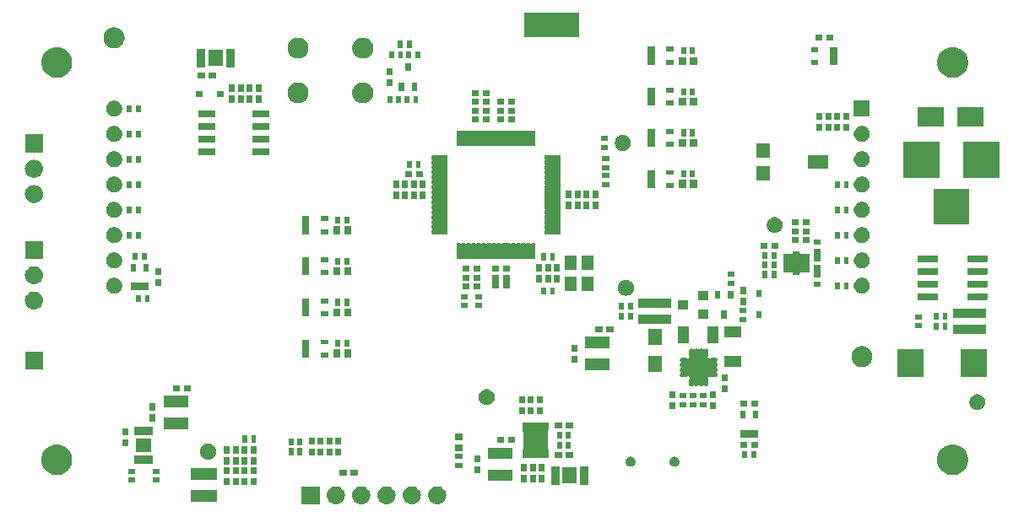
<source format=gbr>
G04 #@! TF.GenerationSoftware,KiCad,Pcbnew,(5.1.4)-1*
G04 #@! TF.CreationDate,2020-06-05T19:42:11-05:00*
G04 #@! TF.ProjectId,Pulse_Oximeter,50756c73-655f-44f7-9869-6d657465722e,rev?*
G04 #@! TF.SameCoordinates,Original*
G04 #@! TF.FileFunction,Soldermask,Top*
G04 #@! TF.FilePolarity,Negative*
%FSLAX46Y46*%
G04 Gerber Fmt 4.6, Leading zero omitted, Abs format (unit mm)*
G04 Created by KiCad (PCBNEW (5.1.4)-1) date 2020-06-05 19:42:11*
%MOMM*%
%LPD*%
G04 APERTURE LIST*
%ADD10C,0.100000*%
G04 APERTURE END LIST*
D10*
G36*
X160718500Y-66865500D02*
G01*
X155257500Y-66865500D01*
X155257500Y-64516000D01*
X160718500Y-64516000D01*
X160718500Y-66865500D01*
G37*
X160718500Y-66865500D02*
X155257500Y-66865500D01*
X155257500Y-64516000D01*
X160718500Y-64516000D01*
X160718500Y-66865500D01*
G36*
X146668443Y-112071519D02*
G01*
X146734627Y-112078037D01*
X146904466Y-112129557D01*
X147060991Y-112213222D01*
X147096729Y-112242552D01*
X147198186Y-112325814D01*
X147281448Y-112427271D01*
X147310778Y-112463009D01*
X147394443Y-112619534D01*
X147445963Y-112789373D01*
X147463359Y-112966000D01*
X147445963Y-113142627D01*
X147394443Y-113312466D01*
X147310778Y-113468991D01*
X147281448Y-113504729D01*
X147198186Y-113606186D01*
X147096729Y-113689448D01*
X147060991Y-113718778D01*
X146904466Y-113802443D01*
X146734627Y-113853963D01*
X146668443Y-113860481D01*
X146602260Y-113867000D01*
X146513740Y-113867000D01*
X146447557Y-113860481D01*
X146381373Y-113853963D01*
X146211534Y-113802443D01*
X146055009Y-113718778D01*
X146019271Y-113689448D01*
X145917814Y-113606186D01*
X145834552Y-113504729D01*
X145805222Y-113468991D01*
X145721557Y-113312466D01*
X145670037Y-113142627D01*
X145652641Y-112966000D01*
X145670037Y-112789373D01*
X145721557Y-112619534D01*
X145805222Y-112463009D01*
X145834552Y-112427271D01*
X145917814Y-112325814D01*
X146019271Y-112242552D01*
X146055009Y-112213222D01*
X146211534Y-112129557D01*
X146381373Y-112078037D01*
X146447557Y-112071519D01*
X146513740Y-112065000D01*
X146602260Y-112065000D01*
X146668443Y-112071519D01*
X146668443Y-112071519D01*
G37*
G36*
X144128443Y-112071519D02*
G01*
X144194627Y-112078037D01*
X144364466Y-112129557D01*
X144520991Y-112213222D01*
X144556729Y-112242552D01*
X144658186Y-112325814D01*
X144741448Y-112427271D01*
X144770778Y-112463009D01*
X144854443Y-112619534D01*
X144905963Y-112789373D01*
X144923359Y-112966000D01*
X144905963Y-113142627D01*
X144854443Y-113312466D01*
X144770778Y-113468991D01*
X144741448Y-113504729D01*
X144658186Y-113606186D01*
X144556729Y-113689448D01*
X144520991Y-113718778D01*
X144364466Y-113802443D01*
X144194627Y-113853963D01*
X144128443Y-113860481D01*
X144062260Y-113867000D01*
X143973740Y-113867000D01*
X143907557Y-113860481D01*
X143841373Y-113853963D01*
X143671534Y-113802443D01*
X143515009Y-113718778D01*
X143479271Y-113689448D01*
X143377814Y-113606186D01*
X143294552Y-113504729D01*
X143265222Y-113468991D01*
X143181557Y-113312466D01*
X143130037Y-113142627D01*
X143112641Y-112966000D01*
X143130037Y-112789373D01*
X143181557Y-112619534D01*
X143265222Y-112463009D01*
X143294552Y-112427271D01*
X143377814Y-112325814D01*
X143479271Y-112242552D01*
X143515009Y-112213222D01*
X143671534Y-112129557D01*
X143841373Y-112078037D01*
X143907557Y-112071519D01*
X143973740Y-112065000D01*
X144062260Y-112065000D01*
X144128443Y-112071519D01*
X144128443Y-112071519D01*
G37*
G36*
X141588443Y-112071519D02*
G01*
X141654627Y-112078037D01*
X141824466Y-112129557D01*
X141980991Y-112213222D01*
X142016729Y-112242552D01*
X142118186Y-112325814D01*
X142201448Y-112427271D01*
X142230778Y-112463009D01*
X142314443Y-112619534D01*
X142365963Y-112789373D01*
X142383359Y-112966000D01*
X142365963Y-113142627D01*
X142314443Y-113312466D01*
X142230778Y-113468991D01*
X142201448Y-113504729D01*
X142118186Y-113606186D01*
X142016729Y-113689448D01*
X141980991Y-113718778D01*
X141824466Y-113802443D01*
X141654627Y-113853963D01*
X141588443Y-113860481D01*
X141522260Y-113867000D01*
X141433740Y-113867000D01*
X141367557Y-113860481D01*
X141301373Y-113853963D01*
X141131534Y-113802443D01*
X140975009Y-113718778D01*
X140939271Y-113689448D01*
X140837814Y-113606186D01*
X140754552Y-113504729D01*
X140725222Y-113468991D01*
X140641557Y-113312466D01*
X140590037Y-113142627D01*
X140572641Y-112966000D01*
X140590037Y-112789373D01*
X140641557Y-112619534D01*
X140725222Y-112463009D01*
X140754552Y-112427271D01*
X140837814Y-112325814D01*
X140939271Y-112242552D01*
X140975009Y-112213222D01*
X141131534Y-112129557D01*
X141301373Y-112078037D01*
X141367557Y-112071519D01*
X141433740Y-112065000D01*
X141522260Y-112065000D01*
X141588443Y-112071519D01*
X141588443Y-112071519D01*
G37*
G36*
X139048443Y-112071519D02*
G01*
X139114627Y-112078037D01*
X139284466Y-112129557D01*
X139440991Y-112213222D01*
X139476729Y-112242552D01*
X139578186Y-112325814D01*
X139661448Y-112427271D01*
X139690778Y-112463009D01*
X139774443Y-112619534D01*
X139825963Y-112789373D01*
X139843359Y-112966000D01*
X139825963Y-113142627D01*
X139774443Y-113312466D01*
X139690778Y-113468991D01*
X139661448Y-113504729D01*
X139578186Y-113606186D01*
X139476729Y-113689448D01*
X139440991Y-113718778D01*
X139284466Y-113802443D01*
X139114627Y-113853963D01*
X139048443Y-113860481D01*
X138982260Y-113867000D01*
X138893740Y-113867000D01*
X138827557Y-113860481D01*
X138761373Y-113853963D01*
X138591534Y-113802443D01*
X138435009Y-113718778D01*
X138399271Y-113689448D01*
X138297814Y-113606186D01*
X138214552Y-113504729D01*
X138185222Y-113468991D01*
X138101557Y-113312466D01*
X138050037Y-113142627D01*
X138032641Y-112966000D01*
X138050037Y-112789373D01*
X138101557Y-112619534D01*
X138185222Y-112463009D01*
X138214552Y-112427271D01*
X138297814Y-112325814D01*
X138399271Y-112242552D01*
X138435009Y-112213222D01*
X138591534Y-112129557D01*
X138761373Y-112078037D01*
X138827557Y-112071519D01*
X138893740Y-112065000D01*
X138982260Y-112065000D01*
X139048443Y-112071519D01*
X139048443Y-112071519D01*
G37*
G36*
X134759000Y-113867000D02*
G01*
X132957000Y-113867000D01*
X132957000Y-112065000D01*
X134759000Y-112065000D01*
X134759000Y-113867000D01*
X134759000Y-113867000D01*
G37*
G36*
X136508443Y-112071519D02*
G01*
X136574627Y-112078037D01*
X136744466Y-112129557D01*
X136900991Y-112213222D01*
X136936729Y-112242552D01*
X137038186Y-112325814D01*
X137121448Y-112427271D01*
X137150778Y-112463009D01*
X137234443Y-112619534D01*
X137285963Y-112789373D01*
X137303359Y-112966000D01*
X137285963Y-113142627D01*
X137234443Y-113312466D01*
X137150778Y-113468991D01*
X137121448Y-113504729D01*
X137038186Y-113606186D01*
X136936729Y-113689448D01*
X136900991Y-113718778D01*
X136744466Y-113802443D01*
X136574627Y-113853963D01*
X136508443Y-113860481D01*
X136442260Y-113867000D01*
X136353740Y-113867000D01*
X136287557Y-113860481D01*
X136221373Y-113853963D01*
X136051534Y-113802443D01*
X135895009Y-113718778D01*
X135859271Y-113689448D01*
X135757814Y-113606186D01*
X135674552Y-113504729D01*
X135645222Y-113468991D01*
X135561557Y-113312466D01*
X135510037Y-113142627D01*
X135492641Y-112966000D01*
X135510037Y-112789373D01*
X135561557Y-112619534D01*
X135645222Y-112463009D01*
X135674552Y-112427271D01*
X135757814Y-112325814D01*
X135859271Y-112242552D01*
X135895009Y-112213222D01*
X136051534Y-112129557D01*
X136221373Y-112078037D01*
X136287557Y-112071519D01*
X136353740Y-112065000D01*
X136442260Y-112065000D01*
X136508443Y-112071519D01*
X136508443Y-112071519D01*
G37*
G36*
X124452000Y-113631000D02*
G01*
X121800000Y-113631000D01*
X121800000Y-112469000D01*
X124452000Y-112469000D01*
X124452000Y-113631000D01*
X124452000Y-113631000D01*
G37*
G36*
X126666000Y-111963000D02*
G01*
X126064000Y-111963000D01*
X126064000Y-111261000D01*
X126666000Y-111261000D01*
X126666000Y-111963000D01*
X126666000Y-111963000D01*
G37*
G36*
X127555000Y-111963000D02*
G01*
X126953000Y-111963000D01*
X126953000Y-111261000D01*
X127555000Y-111261000D01*
X127555000Y-111963000D01*
X127555000Y-111963000D01*
G37*
G36*
X128444000Y-111963000D02*
G01*
X127842000Y-111963000D01*
X127842000Y-111261000D01*
X128444000Y-111261000D01*
X128444000Y-111963000D01*
X128444000Y-111963000D01*
G37*
G36*
X125777000Y-111963000D02*
G01*
X125175000Y-111963000D01*
X125175000Y-111261000D01*
X125777000Y-111261000D01*
X125777000Y-111963000D01*
X125777000Y-111963000D01*
G37*
G36*
X161706000Y-111949000D02*
G01*
X160854000Y-111949000D01*
X160854000Y-110047000D01*
X161706000Y-110047000D01*
X161706000Y-111949000D01*
X161706000Y-111949000D01*
G37*
G36*
X158806000Y-111949000D02*
G01*
X157954000Y-111949000D01*
X157954000Y-110047000D01*
X158806000Y-110047000D01*
X158806000Y-111949000D01*
X158806000Y-111949000D01*
G37*
G36*
X160531000Y-111799000D02*
G01*
X159129000Y-111799000D01*
X159129000Y-110197000D01*
X160531000Y-110197000D01*
X160531000Y-111799000D01*
X160531000Y-111799000D01*
G37*
G36*
X116239000Y-111699000D02*
G01*
X115537000Y-111699000D01*
X115537000Y-111197000D01*
X116239000Y-111197000D01*
X116239000Y-111699000D01*
X116239000Y-111699000D01*
G37*
G36*
X118715000Y-111699000D02*
G01*
X118013000Y-111699000D01*
X118013000Y-111197000D01*
X118715000Y-111197000D01*
X118715000Y-111699000D01*
X118715000Y-111699000D01*
G37*
G36*
X155559000Y-111645000D02*
G01*
X154957000Y-111645000D01*
X154957000Y-110943000D01*
X155559000Y-110943000D01*
X155559000Y-111645000D01*
X155559000Y-111645000D01*
G37*
G36*
X157337000Y-111645000D02*
G01*
X156735000Y-111645000D01*
X156735000Y-110943000D01*
X157337000Y-110943000D01*
X157337000Y-111645000D01*
X157337000Y-111645000D01*
G37*
G36*
X156447000Y-111645000D02*
G01*
X155845000Y-111645000D01*
X155845000Y-110943000D01*
X156447000Y-110943000D01*
X156447000Y-111645000D01*
X156447000Y-111645000D01*
G37*
G36*
X154075000Y-111536000D02*
G01*
X151613000Y-111536000D01*
X151613000Y-110374000D01*
X154075000Y-110374000D01*
X154075000Y-111536000D01*
X154075000Y-111536000D01*
G37*
G36*
X124452000Y-111431000D02*
G01*
X121800000Y-111431000D01*
X121800000Y-110269000D01*
X124452000Y-110269000D01*
X124452000Y-111431000D01*
X124452000Y-111431000D01*
G37*
G36*
X137469000Y-110981000D02*
G01*
X136767000Y-110981000D01*
X136767000Y-110379000D01*
X137469000Y-110379000D01*
X137469000Y-110981000D01*
X137469000Y-110981000D01*
G37*
G36*
X138569000Y-110981000D02*
G01*
X137867000Y-110981000D01*
X137867000Y-110379000D01*
X138569000Y-110379000D01*
X138569000Y-110981000D01*
X138569000Y-110981000D01*
G37*
G36*
X108628012Y-107875162D02*
G01*
X108846410Y-107918604D01*
X109128674Y-108035521D01*
X109382705Y-108205259D01*
X109598741Y-108421295D01*
X109768479Y-108675326D01*
X109835446Y-108837000D01*
X109885396Y-108957591D01*
X109945000Y-109257239D01*
X109945000Y-109562761D01*
X109915198Y-109712585D01*
X109885396Y-109862410D01*
X109768479Y-110144674D01*
X109598741Y-110398705D01*
X109382705Y-110614741D01*
X109128674Y-110784479D01*
X108846410Y-110901396D01*
X108696585Y-110931198D01*
X108546761Y-110961000D01*
X108241239Y-110961000D01*
X108091415Y-110931198D01*
X107941590Y-110901396D01*
X107659326Y-110784479D01*
X107405295Y-110614741D01*
X107189259Y-110398705D01*
X107019521Y-110144674D01*
X106902604Y-109862410D01*
X106872802Y-109712585D01*
X106843000Y-109562761D01*
X106843000Y-109257239D01*
X106902604Y-108957591D01*
X106952554Y-108837000D01*
X107019521Y-108675326D01*
X107189259Y-108421295D01*
X107405295Y-108205259D01*
X107659326Y-108035521D01*
X107941590Y-107918604D01*
X108159988Y-107875162D01*
X108241239Y-107859000D01*
X108546761Y-107859000D01*
X108628012Y-107875162D01*
X108628012Y-107875162D01*
G37*
G36*
X198481012Y-107875162D02*
G01*
X198699410Y-107918604D01*
X198981674Y-108035521D01*
X199235705Y-108205259D01*
X199451741Y-108421295D01*
X199621479Y-108675326D01*
X199688446Y-108837000D01*
X199738396Y-108957591D01*
X199798000Y-109257239D01*
X199798000Y-109562761D01*
X199768198Y-109712585D01*
X199738396Y-109862410D01*
X199621479Y-110144674D01*
X199451741Y-110398705D01*
X199235705Y-110614741D01*
X198981674Y-110784479D01*
X198699410Y-110901396D01*
X198549585Y-110931198D01*
X198399761Y-110961000D01*
X198094239Y-110961000D01*
X197944415Y-110931198D01*
X197794590Y-110901396D01*
X197512326Y-110784479D01*
X197258295Y-110614741D01*
X197042259Y-110398705D01*
X196872521Y-110144674D01*
X196755604Y-109862410D01*
X196725802Y-109712585D01*
X196696000Y-109562761D01*
X196696000Y-109257239D01*
X196755604Y-108957591D01*
X196805554Y-108837000D01*
X196872521Y-108675326D01*
X197042259Y-108421295D01*
X197258295Y-108205259D01*
X197512326Y-108035521D01*
X197794590Y-107918604D01*
X198012988Y-107875162D01*
X198094239Y-107859000D01*
X198399761Y-107859000D01*
X198481012Y-107875162D01*
X198481012Y-107875162D01*
G37*
G36*
X125777000Y-110863000D02*
G01*
X125175000Y-110863000D01*
X125175000Y-110161000D01*
X125777000Y-110161000D01*
X125777000Y-110863000D01*
X125777000Y-110863000D01*
G37*
G36*
X126666000Y-110863000D02*
G01*
X126064000Y-110863000D01*
X126064000Y-110161000D01*
X126666000Y-110161000D01*
X126666000Y-110863000D01*
X126666000Y-110863000D01*
G37*
G36*
X127555000Y-110863000D02*
G01*
X126953000Y-110863000D01*
X126953000Y-110161000D01*
X127555000Y-110161000D01*
X127555000Y-110863000D01*
X127555000Y-110863000D01*
G37*
G36*
X128444000Y-110863000D02*
G01*
X127842000Y-110863000D01*
X127842000Y-110161000D01*
X128444000Y-110161000D01*
X128444000Y-110863000D01*
X128444000Y-110863000D01*
G37*
G36*
X116239000Y-110799000D02*
G01*
X115537000Y-110799000D01*
X115537000Y-110297000D01*
X116239000Y-110297000D01*
X116239000Y-110799000D01*
X116239000Y-110799000D01*
G37*
G36*
X118715000Y-110799000D02*
G01*
X118013000Y-110799000D01*
X118013000Y-110297000D01*
X118715000Y-110297000D01*
X118715000Y-110799000D01*
X118715000Y-110799000D01*
G37*
G36*
X150859000Y-110756000D02*
G01*
X150257000Y-110756000D01*
X150257000Y-110054000D01*
X150859000Y-110054000D01*
X150859000Y-110756000D01*
X150859000Y-110756000D01*
G37*
G36*
X156447000Y-110545000D02*
G01*
X155845000Y-110545000D01*
X155845000Y-109843000D01*
X156447000Y-109843000D01*
X156447000Y-110545000D01*
X156447000Y-110545000D01*
G37*
G36*
X155559000Y-110545000D02*
G01*
X154957000Y-110545000D01*
X154957000Y-109843000D01*
X155559000Y-109843000D01*
X155559000Y-110545000D01*
X155559000Y-110545000D01*
G37*
G36*
X157337000Y-110545000D02*
G01*
X156735000Y-110545000D01*
X156735000Y-109843000D01*
X157337000Y-109843000D01*
X157337000Y-110545000D01*
X157337000Y-110545000D01*
G37*
G36*
X149068000Y-110239000D02*
G01*
X148366000Y-110239000D01*
X148366000Y-109737000D01*
X149068000Y-109737000D01*
X149068000Y-110239000D01*
X149068000Y-110239000D01*
G37*
G36*
X166045740Y-109100626D02*
G01*
X166094136Y-109110253D01*
X166131902Y-109125896D01*
X166185311Y-109148019D01*
X166185312Y-109148020D01*
X166267369Y-109202848D01*
X166337152Y-109272631D01*
X166337153Y-109272633D01*
X166391981Y-109354689D01*
X166429747Y-109445865D01*
X166449000Y-109542655D01*
X166449000Y-109641345D01*
X166429747Y-109738135D01*
X166391981Y-109829311D01*
X166391980Y-109829312D01*
X166337152Y-109911369D01*
X166267369Y-109981152D01*
X166226062Y-110008752D01*
X166185311Y-110035981D01*
X166141809Y-110054000D01*
X166094136Y-110073747D01*
X166045740Y-110083374D01*
X165997345Y-110093000D01*
X165898655Y-110093000D01*
X165850260Y-110083374D01*
X165801864Y-110073747D01*
X165754191Y-110054000D01*
X165710689Y-110035981D01*
X165669938Y-110008752D01*
X165628631Y-109981152D01*
X165558848Y-109911369D01*
X165504020Y-109829312D01*
X165504019Y-109829311D01*
X165466253Y-109738135D01*
X165447000Y-109641345D01*
X165447000Y-109542655D01*
X165466253Y-109445865D01*
X165504019Y-109354689D01*
X165558847Y-109272633D01*
X165558848Y-109272631D01*
X165628631Y-109202848D01*
X165710688Y-109148020D01*
X165710689Y-109148019D01*
X165764098Y-109125896D01*
X165801864Y-109110253D01*
X165850260Y-109100626D01*
X165898655Y-109091000D01*
X165997345Y-109091000D01*
X166045740Y-109100626D01*
X166045740Y-109100626D01*
G37*
G36*
X170445740Y-109100626D02*
G01*
X170494136Y-109110253D01*
X170531902Y-109125896D01*
X170585311Y-109148019D01*
X170585312Y-109148020D01*
X170667369Y-109202848D01*
X170737152Y-109272631D01*
X170737153Y-109272633D01*
X170791981Y-109354689D01*
X170829747Y-109445865D01*
X170849000Y-109542655D01*
X170849000Y-109641345D01*
X170829747Y-109738135D01*
X170791981Y-109829311D01*
X170791980Y-109829312D01*
X170737152Y-109911369D01*
X170667369Y-109981152D01*
X170626062Y-110008752D01*
X170585311Y-110035981D01*
X170541809Y-110054000D01*
X170494136Y-110073747D01*
X170445740Y-110083374D01*
X170397345Y-110093000D01*
X170298655Y-110093000D01*
X170250260Y-110083374D01*
X170201864Y-110073747D01*
X170154191Y-110054000D01*
X170110689Y-110035981D01*
X170069938Y-110008752D01*
X170028631Y-109981152D01*
X169958848Y-109911369D01*
X169904020Y-109829312D01*
X169904019Y-109829311D01*
X169866253Y-109738135D01*
X169847000Y-109641345D01*
X169847000Y-109542655D01*
X169866253Y-109445865D01*
X169904019Y-109354689D01*
X169958847Y-109272633D01*
X169958848Y-109272631D01*
X170028631Y-109202848D01*
X170110688Y-109148020D01*
X170110689Y-109148019D01*
X170164098Y-109125896D01*
X170201864Y-109110253D01*
X170250260Y-109100626D01*
X170298655Y-109091000D01*
X170397345Y-109091000D01*
X170445740Y-109100626D01*
X170445740Y-109100626D01*
G37*
G36*
X127555000Y-109867000D02*
G01*
X126953000Y-109867000D01*
X126953000Y-109165000D01*
X127555000Y-109165000D01*
X127555000Y-109867000D01*
X127555000Y-109867000D01*
G37*
G36*
X126666000Y-109867000D02*
G01*
X126064000Y-109867000D01*
X126064000Y-109165000D01*
X126666000Y-109165000D01*
X126666000Y-109867000D01*
X126666000Y-109867000D01*
G37*
G36*
X125777000Y-109867000D02*
G01*
X125175000Y-109867000D01*
X125175000Y-109165000D01*
X125777000Y-109165000D01*
X125777000Y-109867000D01*
X125777000Y-109867000D01*
G37*
G36*
X128444000Y-109867000D02*
G01*
X127842000Y-109867000D01*
X127842000Y-109165000D01*
X128444000Y-109165000D01*
X128444000Y-109867000D01*
X128444000Y-109867000D01*
G37*
G36*
X118049000Y-109816000D02*
G01*
X116147000Y-109816000D01*
X116147000Y-108964000D01*
X118049000Y-108964000D01*
X118049000Y-109816000D01*
X118049000Y-109816000D01*
G37*
G36*
X150859000Y-109656000D02*
G01*
X150257000Y-109656000D01*
X150257000Y-108954000D01*
X150859000Y-108954000D01*
X150859000Y-109656000D01*
X150859000Y-109656000D01*
G37*
G36*
X123804642Y-107814781D02*
G01*
X123950414Y-107875162D01*
X123950416Y-107875163D01*
X124081608Y-107962822D01*
X124193178Y-108074392D01*
X124280837Y-108205584D01*
X124280838Y-108205586D01*
X124341219Y-108351358D01*
X124372000Y-108506107D01*
X124372000Y-108663893D01*
X124341219Y-108818642D01*
X124283664Y-108957591D01*
X124280837Y-108964416D01*
X124193178Y-109095608D01*
X124081608Y-109207178D01*
X123950416Y-109294837D01*
X123950415Y-109294838D01*
X123950414Y-109294838D01*
X123804642Y-109355219D01*
X123649893Y-109386000D01*
X123492107Y-109386000D01*
X123337358Y-109355219D01*
X123191586Y-109294838D01*
X123191585Y-109294838D01*
X123191584Y-109294837D01*
X123060392Y-109207178D01*
X122948822Y-109095608D01*
X122861163Y-108964416D01*
X122858336Y-108957591D01*
X122800781Y-108818642D01*
X122770000Y-108663893D01*
X122770000Y-108506107D01*
X122800781Y-108351358D01*
X122861162Y-108205586D01*
X122861163Y-108205584D01*
X122948822Y-108074392D01*
X123060392Y-107962822D01*
X123191584Y-107875163D01*
X123191586Y-107875162D01*
X123337358Y-107814781D01*
X123492107Y-107784000D01*
X123649893Y-107784000D01*
X123804642Y-107814781D01*
X123804642Y-107814781D01*
G37*
G36*
X149068000Y-109339000D02*
G01*
X148366000Y-109339000D01*
X148366000Y-108837000D01*
X149068000Y-108837000D01*
X149068000Y-109339000D01*
X149068000Y-109339000D01*
G37*
G36*
X154075000Y-109336000D02*
G01*
X151613000Y-109336000D01*
X151613000Y-108174000D01*
X154075000Y-108174000D01*
X154075000Y-109336000D01*
X154075000Y-109336000D01*
G37*
G36*
X178565000Y-109253000D02*
G01*
X178063000Y-109253000D01*
X178063000Y-108551000D01*
X178565000Y-108551000D01*
X178565000Y-109253000D01*
X178565000Y-109253000D01*
G37*
G36*
X177665000Y-109253000D02*
G01*
X177163000Y-109253000D01*
X177163000Y-108551000D01*
X177665000Y-108551000D01*
X177665000Y-109253000D01*
X177665000Y-109253000D01*
G37*
G36*
X157701000Y-106461689D02*
G01*
X157696553Y-106464066D01*
X157677611Y-106479611D01*
X157662066Y-106498553D01*
X157650515Y-106520164D01*
X157643402Y-106543613D01*
X157641000Y-106567999D01*
X157641000Y-108316001D01*
X157643402Y-108340387D01*
X157650515Y-108363836D01*
X157662066Y-108385447D01*
X157677611Y-108404389D01*
X157696553Y-108419934D01*
X157701000Y-108422311D01*
X157701000Y-109243000D01*
X155099000Y-109243000D01*
X155099000Y-108422311D01*
X155103447Y-108419934D01*
X155122389Y-108404389D01*
X155137934Y-108385447D01*
X155149485Y-108363836D01*
X155156598Y-108340387D01*
X155159000Y-108316001D01*
X155159000Y-106567999D01*
X155156598Y-106543613D01*
X155149485Y-106520164D01*
X155137934Y-106498553D01*
X155122389Y-106479611D01*
X155103447Y-106464066D01*
X155099000Y-106461689D01*
X155099000Y-105641000D01*
X157701000Y-105641000D01*
X157701000Y-106461689D01*
X157701000Y-106461689D01*
G37*
G36*
X159059000Y-109203000D02*
G01*
X158357000Y-109203000D01*
X158357000Y-108601000D01*
X159059000Y-108601000D01*
X159059000Y-109203000D01*
X159059000Y-109203000D01*
G37*
G36*
X160159000Y-109203000D02*
G01*
X159457000Y-109203000D01*
X159457000Y-108601000D01*
X160159000Y-108601000D01*
X160159000Y-109203000D01*
X160159000Y-109203000D01*
G37*
G36*
X134286000Y-108978000D02*
G01*
X133684000Y-108978000D01*
X133684000Y-108276000D01*
X134286000Y-108276000D01*
X134286000Y-108978000D01*
X134286000Y-108978000D01*
G37*
G36*
X135175000Y-108978000D02*
G01*
X134573000Y-108978000D01*
X134573000Y-108276000D01*
X135175000Y-108276000D01*
X135175000Y-108978000D01*
X135175000Y-108978000D01*
G37*
G36*
X136953000Y-108978000D02*
G01*
X136351000Y-108978000D01*
X136351000Y-108276000D01*
X136953000Y-108276000D01*
X136953000Y-108978000D01*
X136953000Y-108978000D01*
G37*
G36*
X136064000Y-108978000D02*
G01*
X135462000Y-108978000D01*
X135462000Y-108276000D01*
X136064000Y-108276000D01*
X136064000Y-108978000D01*
X136064000Y-108978000D01*
G37*
G36*
X133035000Y-108936000D02*
G01*
X132533000Y-108936000D01*
X132533000Y-108234000D01*
X133035000Y-108234000D01*
X133035000Y-108936000D01*
X133035000Y-108936000D01*
G37*
G36*
X132135000Y-108936000D02*
G01*
X131633000Y-108936000D01*
X131633000Y-108234000D01*
X132135000Y-108234000D01*
X132135000Y-108936000D01*
X132135000Y-108936000D01*
G37*
G36*
X125777000Y-108767000D02*
G01*
X125175000Y-108767000D01*
X125175000Y-108065000D01*
X125777000Y-108065000D01*
X125777000Y-108767000D01*
X125777000Y-108767000D01*
G37*
G36*
X128444000Y-108767000D02*
G01*
X127842000Y-108767000D01*
X127842000Y-108065000D01*
X128444000Y-108065000D01*
X128444000Y-108767000D01*
X128444000Y-108767000D01*
G37*
G36*
X126666000Y-108767000D02*
G01*
X126064000Y-108767000D01*
X126064000Y-108065000D01*
X126666000Y-108065000D01*
X126666000Y-108767000D01*
X126666000Y-108767000D01*
G37*
G36*
X127555000Y-108767000D02*
G01*
X126953000Y-108767000D01*
X126953000Y-108065000D01*
X127555000Y-108065000D01*
X127555000Y-108767000D01*
X127555000Y-108767000D01*
G37*
G36*
X117899000Y-108641000D02*
G01*
X116297000Y-108641000D01*
X116297000Y-107239000D01*
X117899000Y-107239000D01*
X117899000Y-108641000D01*
X117899000Y-108641000D01*
G37*
G36*
X149118000Y-108533000D02*
G01*
X148316000Y-108533000D01*
X148316000Y-107831000D01*
X149118000Y-107831000D01*
X149118000Y-108533000D01*
X149118000Y-108533000D01*
G37*
G36*
X159059000Y-108301000D02*
G01*
X158557000Y-108301000D01*
X158557000Y-107599000D01*
X159059000Y-107599000D01*
X159059000Y-108301000D01*
X159059000Y-108301000D01*
G37*
G36*
X159959000Y-108301000D02*
G01*
X159457000Y-108301000D01*
X159457000Y-107599000D01*
X159959000Y-107599000D01*
X159959000Y-108301000D01*
X159959000Y-108301000D01*
G37*
G36*
X178765000Y-108251000D02*
G01*
X178063000Y-108251000D01*
X178063000Y-107649000D01*
X178765000Y-107649000D01*
X178765000Y-108251000D01*
X178765000Y-108251000D01*
G37*
G36*
X177665000Y-108251000D02*
G01*
X176963000Y-108251000D01*
X176963000Y-107649000D01*
X177665000Y-107649000D01*
X177665000Y-108251000D01*
X177665000Y-108251000D01*
G37*
G36*
X115617000Y-108025000D02*
G01*
X115015000Y-108025000D01*
X115015000Y-107323000D01*
X115617000Y-107323000D01*
X115617000Y-108025000D01*
X115617000Y-108025000D01*
G37*
G36*
X132135000Y-107983000D02*
G01*
X131633000Y-107983000D01*
X131633000Y-107281000D01*
X132135000Y-107281000D01*
X132135000Y-107983000D01*
X132135000Y-107983000D01*
G37*
G36*
X133035000Y-107983000D02*
G01*
X132533000Y-107983000D01*
X132533000Y-107281000D01*
X133035000Y-107281000D01*
X133035000Y-107983000D01*
X133035000Y-107983000D01*
G37*
G36*
X134286000Y-107878000D02*
G01*
X133684000Y-107878000D01*
X133684000Y-107176000D01*
X134286000Y-107176000D01*
X134286000Y-107878000D01*
X134286000Y-107878000D01*
G37*
G36*
X135175000Y-107878000D02*
G01*
X134573000Y-107878000D01*
X134573000Y-107176000D01*
X135175000Y-107176000D01*
X135175000Y-107878000D01*
X135175000Y-107878000D01*
G37*
G36*
X136064000Y-107878000D02*
G01*
X135462000Y-107878000D01*
X135462000Y-107176000D01*
X136064000Y-107176000D01*
X136064000Y-107878000D01*
X136064000Y-107878000D01*
G37*
G36*
X136953000Y-107878000D02*
G01*
X136351000Y-107878000D01*
X136351000Y-107176000D01*
X136953000Y-107176000D01*
X136953000Y-107878000D01*
X136953000Y-107878000D01*
G37*
G36*
X154381000Y-107743000D02*
G01*
X153679000Y-107743000D01*
X153679000Y-107141000D01*
X154381000Y-107141000D01*
X154381000Y-107743000D01*
X154381000Y-107743000D01*
G37*
G36*
X153281000Y-107743000D02*
G01*
X152579000Y-107743000D01*
X152579000Y-107141000D01*
X153281000Y-107141000D01*
X153281000Y-107743000D01*
X153281000Y-107743000D01*
G37*
G36*
X127499000Y-107666000D02*
G01*
X126997000Y-107666000D01*
X126997000Y-106964000D01*
X127499000Y-106964000D01*
X127499000Y-107666000D01*
X127499000Y-107666000D01*
G37*
G36*
X128399000Y-107666000D02*
G01*
X127897000Y-107666000D01*
X127897000Y-106964000D01*
X128399000Y-106964000D01*
X128399000Y-107666000D01*
X128399000Y-107666000D01*
G37*
G36*
X149118000Y-107433000D02*
G01*
X148316000Y-107433000D01*
X148316000Y-106731000D01*
X149118000Y-106731000D01*
X149118000Y-107433000D01*
X149118000Y-107433000D01*
G37*
G36*
X159959000Y-107285000D02*
G01*
X159457000Y-107285000D01*
X159457000Y-106583000D01*
X159959000Y-106583000D01*
X159959000Y-107285000D01*
X159959000Y-107285000D01*
G37*
G36*
X159059000Y-107285000D02*
G01*
X158557000Y-107285000D01*
X158557000Y-106583000D01*
X159059000Y-106583000D01*
X159059000Y-107285000D01*
X159059000Y-107285000D01*
G37*
G36*
X178765000Y-107180000D02*
G01*
X176963000Y-107180000D01*
X176963000Y-106428000D01*
X178765000Y-106428000D01*
X178765000Y-107180000D01*
X178765000Y-107180000D01*
G37*
G36*
X115617000Y-106925000D02*
G01*
X115015000Y-106925000D01*
X115015000Y-106223000D01*
X115617000Y-106223000D01*
X115617000Y-106925000D01*
X115617000Y-106925000D01*
G37*
G36*
X118049000Y-106916000D02*
G01*
X116147000Y-106916000D01*
X116147000Y-106064000D01*
X118049000Y-106064000D01*
X118049000Y-106916000D01*
X118049000Y-106916000D01*
G37*
G36*
X121563000Y-106329000D02*
G01*
X119101000Y-106329000D01*
X119101000Y-105167000D01*
X121563000Y-105167000D01*
X121563000Y-106329000D01*
X121563000Y-106329000D01*
G37*
G36*
X159059000Y-106283000D02*
G01*
X158357000Y-106283000D01*
X158357000Y-105681000D01*
X159059000Y-105681000D01*
X159059000Y-106283000D01*
X159059000Y-106283000D01*
G37*
G36*
X160159000Y-106283000D02*
G01*
X159457000Y-106283000D01*
X159457000Y-105681000D01*
X160159000Y-105681000D01*
X160159000Y-106283000D01*
X160159000Y-106283000D01*
G37*
G36*
X118284000Y-105549000D02*
G01*
X117682000Y-105549000D01*
X117682000Y-104847000D01*
X118284000Y-104847000D01*
X118284000Y-105549000D01*
X118284000Y-105549000D01*
G37*
G36*
X177465000Y-105280000D02*
G01*
X176963000Y-105280000D01*
X176963000Y-104528000D01*
X177465000Y-104528000D01*
X177465000Y-105280000D01*
X177465000Y-105280000D01*
G37*
G36*
X178765000Y-105280000D02*
G01*
X178263000Y-105280000D01*
X178263000Y-104528000D01*
X178765000Y-104528000D01*
X178765000Y-105280000D01*
X178765000Y-105280000D01*
G37*
G36*
X156257000Y-104851000D02*
G01*
X155655000Y-104851000D01*
X155655000Y-104149000D01*
X156257000Y-104149000D01*
X156257000Y-104851000D01*
X156257000Y-104851000D01*
G37*
G36*
X157146000Y-104851000D02*
G01*
X156544000Y-104851000D01*
X156544000Y-104149000D01*
X157146000Y-104149000D01*
X157146000Y-104851000D01*
X157146000Y-104851000D01*
G37*
G36*
X155368000Y-104851000D02*
G01*
X154766000Y-104851000D01*
X154766000Y-104149000D01*
X155368000Y-104149000D01*
X155368000Y-104851000D01*
X155368000Y-104851000D01*
G37*
G36*
X118284000Y-104449000D02*
G01*
X117682000Y-104449000D01*
X117682000Y-103747000D01*
X118284000Y-103747000D01*
X118284000Y-104449000D01*
X118284000Y-104449000D01*
G37*
G36*
X200957642Y-102861781D02*
G01*
X201103414Y-102922162D01*
X201103416Y-102922163D01*
X201234608Y-103009822D01*
X201346178Y-103121392D01*
X201427433Y-103243000D01*
X201433838Y-103252586D01*
X201494219Y-103398358D01*
X201525000Y-103553107D01*
X201525000Y-103710893D01*
X201494219Y-103865642D01*
X201469632Y-103925000D01*
X201433837Y-104011416D01*
X201346178Y-104142608D01*
X201234608Y-104254178D01*
X201103416Y-104341837D01*
X201103415Y-104341838D01*
X201103414Y-104341838D01*
X200957642Y-104402219D01*
X200802893Y-104433000D01*
X200645107Y-104433000D01*
X200490358Y-104402219D01*
X200344586Y-104341838D01*
X200344585Y-104341838D01*
X200344584Y-104341837D01*
X200213392Y-104254178D01*
X200101822Y-104142608D01*
X200014163Y-104011416D01*
X199978368Y-103925000D01*
X199953781Y-103865642D01*
X199923000Y-103710893D01*
X199923000Y-103553107D01*
X199953781Y-103398358D01*
X200014162Y-103252586D01*
X200020567Y-103243000D01*
X200101822Y-103121392D01*
X200213392Y-103009822D01*
X200344584Y-102922163D01*
X200344586Y-102922162D01*
X200490358Y-102861781D01*
X200645107Y-102831000D01*
X200802893Y-102831000D01*
X200957642Y-102861781D01*
X200957642Y-102861781D01*
G37*
G36*
X170481000Y-104343000D02*
G01*
X169879000Y-104343000D01*
X169879000Y-103641000D01*
X170481000Y-103641000D01*
X170481000Y-104343000D01*
X170481000Y-104343000D01*
G37*
G36*
X174545000Y-104343000D02*
G01*
X173943000Y-104343000D01*
X173943000Y-103641000D01*
X174545000Y-103641000D01*
X174545000Y-104343000D01*
X174545000Y-104343000D01*
G37*
G36*
X173579000Y-104143000D02*
G01*
X172877000Y-104143000D01*
X172877000Y-103641000D01*
X173579000Y-103641000D01*
X173579000Y-104143000D01*
X173579000Y-104143000D01*
G37*
G36*
X172563000Y-104143000D02*
G01*
X171861000Y-104143000D01*
X171861000Y-103641000D01*
X172563000Y-103641000D01*
X172563000Y-104143000D01*
X172563000Y-104143000D01*
G37*
G36*
X171547000Y-104143000D02*
G01*
X170845000Y-104143000D01*
X170845000Y-103641000D01*
X171547000Y-103641000D01*
X171547000Y-104143000D01*
X171547000Y-104143000D01*
G37*
G36*
X121563000Y-104129000D02*
G01*
X119101000Y-104129000D01*
X119101000Y-102967000D01*
X121563000Y-102967000D01*
X121563000Y-104129000D01*
X121563000Y-104129000D01*
G37*
G36*
X177665000Y-104060000D02*
G01*
X176963000Y-104060000D01*
X176963000Y-103458000D01*
X177665000Y-103458000D01*
X177665000Y-104060000D01*
X177665000Y-104060000D01*
G37*
G36*
X178765000Y-104060000D02*
G01*
X178063000Y-104060000D01*
X178063000Y-103458000D01*
X178765000Y-103458000D01*
X178765000Y-104060000D01*
X178765000Y-104060000D01*
G37*
G36*
X151744642Y-102353781D02*
G01*
X151890414Y-102414162D01*
X151890416Y-102414163D01*
X152021608Y-102501822D01*
X152133178Y-102613392D01*
X152218442Y-102741000D01*
X152220838Y-102744586D01*
X152281219Y-102890358D01*
X152312000Y-103045107D01*
X152312000Y-103202893D01*
X152281219Y-103357642D01*
X152239649Y-103458000D01*
X152220837Y-103503416D01*
X152133178Y-103634608D01*
X152021608Y-103746178D01*
X151890416Y-103833837D01*
X151890415Y-103833838D01*
X151890414Y-103833838D01*
X151744642Y-103894219D01*
X151589893Y-103925000D01*
X151432107Y-103925000D01*
X151277358Y-103894219D01*
X151131586Y-103833838D01*
X151131585Y-103833838D01*
X151131584Y-103833837D01*
X151000392Y-103746178D01*
X150888822Y-103634608D01*
X150801163Y-103503416D01*
X150782351Y-103458000D01*
X150740781Y-103357642D01*
X150710000Y-103202893D01*
X150710000Y-103045107D01*
X150740781Y-102890358D01*
X150801162Y-102744586D01*
X150803558Y-102741000D01*
X150888822Y-102613392D01*
X151000392Y-102501822D01*
X151131584Y-102414163D01*
X151131586Y-102414162D01*
X151277358Y-102353781D01*
X151432107Y-102323000D01*
X151589893Y-102323000D01*
X151744642Y-102353781D01*
X151744642Y-102353781D01*
G37*
G36*
X155368000Y-103751000D02*
G01*
X154766000Y-103751000D01*
X154766000Y-103049000D01*
X155368000Y-103049000D01*
X155368000Y-103751000D01*
X155368000Y-103751000D01*
G37*
G36*
X156257000Y-103751000D02*
G01*
X155655000Y-103751000D01*
X155655000Y-103049000D01*
X156257000Y-103049000D01*
X156257000Y-103751000D01*
X156257000Y-103751000D01*
G37*
G36*
X157146000Y-103751000D02*
G01*
X156544000Y-103751000D01*
X156544000Y-103049000D01*
X157146000Y-103049000D01*
X157146000Y-103751000D01*
X157146000Y-103751000D01*
G37*
G36*
X172563000Y-103243000D02*
G01*
X171861000Y-103243000D01*
X171861000Y-102741000D01*
X172563000Y-102741000D01*
X172563000Y-103243000D01*
X172563000Y-103243000D01*
G37*
G36*
X170481000Y-103243000D02*
G01*
X169879000Y-103243000D01*
X169879000Y-102541000D01*
X170481000Y-102541000D01*
X170481000Y-103243000D01*
X170481000Y-103243000D01*
G37*
G36*
X174545000Y-103243000D02*
G01*
X173943000Y-103243000D01*
X173943000Y-102541000D01*
X174545000Y-102541000D01*
X174545000Y-103243000D01*
X174545000Y-103243000D01*
G37*
G36*
X173579000Y-103243000D02*
G01*
X172877000Y-103243000D01*
X172877000Y-102741000D01*
X173579000Y-102741000D01*
X173579000Y-103243000D01*
X173579000Y-103243000D01*
G37*
G36*
X171547000Y-103243000D02*
G01*
X170845000Y-103243000D01*
X170845000Y-102741000D01*
X171547000Y-102741000D01*
X171547000Y-103243000D01*
X171547000Y-103243000D01*
G37*
G36*
X175688000Y-102628000D02*
G01*
X175086000Y-102628000D01*
X175086000Y-101926000D01*
X175688000Y-101926000D01*
X175688000Y-102628000D01*
X175688000Y-102628000D01*
G37*
G36*
X120769000Y-102536000D02*
G01*
X120067000Y-102536000D01*
X120067000Y-101934000D01*
X120769000Y-101934000D01*
X120769000Y-102536000D01*
X120769000Y-102536000D01*
G37*
G36*
X121869000Y-102536000D02*
G01*
X121167000Y-102536000D01*
X121167000Y-101934000D01*
X121869000Y-101934000D01*
X121869000Y-102536000D01*
X121869000Y-102536000D01*
G37*
G36*
X172038304Y-98238452D02*
G01*
X172073400Y-98241908D01*
X172092346Y-98247656D01*
X172111290Y-98253402D01*
X172146209Y-98272066D01*
X172176816Y-98297184D01*
X172187379Y-98310055D01*
X172204701Y-98327377D01*
X172225075Y-98340991D01*
X172247714Y-98350368D01*
X172271747Y-98355149D01*
X172296251Y-98355149D01*
X172320284Y-98350369D01*
X172342923Y-98340992D01*
X172363298Y-98327378D01*
X172380622Y-98310054D01*
X172391184Y-98297184D01*
X172421790Y-98272066D01*
X172456709Y-98253402D01*
X172475653Y-98247656D01*
X172494599Y-98241908D01*
X172533999Y-98238028D01*
X172534000Y-98238028D01*
X172538304Y-98238452D01*
X172573400Y-98241908D01*
X172592346Y-98247656D01*
X172611290Y-98253402D01*
X172646209Y-98272066D01*
X172676816Y-98297184D01*
X172687379Y-98310055D01*
X172704701Y-98327377D01*
X172725075Y-98340991D01*
X172747714Y-98350368D01*
X172771747Y-98355149D01*
X172796251Y-98355149D01*
X172820284Y-98350369D01*
X172842923Y-98340992D01*
X172863298Y-98327378D01*
X172880622Y-98310054D01*
X172891184Y-98297184D01*
X172921790Y-98272066D01*
X172956709Y-98253402D01*
X172975653Y-98247656D01*
X172994599Y-98241908D01*
X173033999Y-98238028D01*
X173034000Y-98238028D01*
X173038304Y-98238452D01*
X173073400Y-98241908D01*
X173092346Y-98247656D01*
X173111290Y-98253402D01*
X173146209Y-98272066D01*
X173176816Y-98297184D01*
X173187379Y-98310055D01*
X173204701Y-98327377D01*
X173225075Y-98340991D01*
X173247714Y-98350368D01*
X173271747Y-98355149D01*
X173296251Y-98355149D01*
X173320284Y-98350369D01*
X173342923Y-98340992D01*
X173363298Y-98327378D01*
X173380622Y-98310054D01*
X173391184Y-98297184D01*
X173421790Y-98272066D01*
X173456709Y-98253402D01*
X173475653Y-98247656D01*
X173494599Y-98241908D01*
X173533999Y-98238028D01*
X173534000Y-98238028D01*
X173538304Y-98238452D01*
X173573400Y-98241908D01*
X173592346Y-98247656D01*
X173611290Y-98253402D01*
X173646209Y-98272066D01*
X173676816Y-98297184D01*
X173701934Y-98327790D01*
X173720598Y-98362709D01*
X173726345Y-98381653D01*
X173732092Y-98400599D01*
X173735000Y-98430126D01*
X173735000Y-98899874D01*
X173732092Y-98929401D01*
X173720598Y-98967291D01*
X173701934Y-99002210D01*
X173701931Y-99002214D01*
X173700401Y-99005076D01*
X173691024Y-99027714D01*
X173686243Y-99051747D01*
X173686243Y-99076252D01*
X173691023Y-99100285D01*
X173700400Y-99122924D01*
X173714013Y-99143298D01*
X173731340Y-99160626D01*
X173751361Y-99174004D01*
X173756066Y-99182806D01*
X173771611Y-99201748D01*
X173790553Y-99217293D01*
X173812164Y-99228844D01*
X173835613Y-99235957D01*
X173859999Y-99238359D01*
X173884385Y-99235957D01*
X173907834Y-99228844D01*
X173918924Y-99223599D01*
X173921786Y-99222069D01*
X173921790Y-99222066D01*
X173956709Y-99203402D01*
X173994599Y-99191908D01*
X174024126Y-99189000D01*
X174493874Y-99189000D01*
X174523401Y-99191908D01*
X174542347Y-99197655D01*
X174561291Y-99203402D01*
X174596210Y-99222066D01*
X174626816Y-99247184D01*
X174651934Y-99277790D01*
X174669466Y-99310590D01*
X174670597Y-99312707D01*
X174682092Y-99350599D01*
X174685972Y-99390000D01*
X174682092Y-99429401D01*
X174682091Y-99429403D01*
X174670598Y-99467291D01*
X174651934Y-99502210D01*
X174626816Y-99532816D01*
X174613945Y-99543379D01*
X174596623Y-99560701D01*
X174583009Y-99581075D01*
X174573632Y-99603714D01*
X174568851Y-99627747D01*
X174568851Y-99652251D01*
X174573631Y-99676284D01*
X174583008Y-99698923D01*
X174596622Y-99719298D01*
X174613945Y-99736621D01*
X174626816Y-99747184D01*
X174651934Y-99777790D01*
X174669466Y-99810590D01*
X174670597Y-99812707D01*
X174682092Y-99850599D01*
X174685972Y-99890000D01*
X174682092Y-99929401D01*
X174682091Y-99929403D01*
X174670598Y-99967291D01*
X174651934Y-100002210D01*
X174626816Y-100032816D01*
X174613945Y-100043379D01*
X174596623Y-100060701D01*
X174583009Y-100081075D01*
X174573632Y-100103714D01*
X174568851Y-100127747D01*
X174568851Y-100152251D01*
X174573631Y-100176284D01*
X174583008Y-100198923D01*
X174596622Y-100219298D01*
X174613945Y-100236621D01*
X174626816Y-100247184D01*
X174651934Y-100277790D01*
X174669466Y-100310590D01*
X174670597Y-100312707D01*
X174682092Y-100350599D01*
X174685972Y-100390000D01*
X174682092Y-100429401D01*
X174682091Y-100429403D01*
X174670598Y-100467291D01*
X174651934Y-100502210D01*
X174626816Y-100532816D01*
X174613945Y-100543379D01*
X174596623Y-100560701D01*
X174583009Y-100581075D01*
X174573632Y-100603714D01*
X174568851Y-100627747D01*
X174568851Y-100652251D01*
X174573631Y-100676284D01*
X174583008Y-100698923D01*
X174596622Y-100719298D01*
X174613945Y-100736621D01*
X174626816Y-100747184D01*
X174651934Y-100777790D01*
X174669466Y-100810590D01*
X174670597Y-100812707D01*
X174682092Y-100850599D01*
X174685972Y-100890000D01*
X174682092Y-100929401D01*
X174682091Y-100929403D01*
X174670598Y-100967291D01*
X174651934Y-101002210D01*
X174626816Y-101032816D01*
X174596210Y-101057934D01*
X174561291Y-101076598D01*
X174542347Y-101082344D01*
X174523401Y-101088092D01*
X174493874Y-101091000D01*
X174024126Y-101091000D01*
X173994599Y-101088092D01*
X173956709Y-101076598D01*
X173956707Y-101076597D01*
X173921790Y-101057934D01*
X173921786Y-101057931D01*
X173918924Y-101056401D01*
X173896286Y-101047024D01*
X173872253Y-101042243D01*
X173847748Y-101042243D01*
X173823715Y-101047023D01*
X173801076Y-101056400D01*
X173780702Y-101070013D01*
X173763374Y-101087340D01*
X173749996Y-101107361D01*
X173741194Y-101112066D01*
X173722252Y-101127611D01*
X173706707Y-101146553D01*
X173695156Y-101168164D01*
X173688043Y-101191613D01*
X173685641Y-101215999D01*
X173688043Y-101240385D01*
X173695156Y-101263834D01*
X173700401Y-101274924D01*
X173701931Y-101277786D01*
X173701934Y-101277790D01*
X173720597Y-101312708D01*
X173720598Y-101312709D01*
X173732092Y-101350599D01*
X173735000Y-101380126D01*
X173735000Y-101849874D01*
X173732092Y-101879401D01*
X173732091Y-101879403D01*
X173720598Y-101917291D01*
X173701934Y-101952210D01*
X173676816Y-101982816D01*
X173646210Y-102007934D01*
X173611291Y-102026598D01*
X173592347Y-102032345D01*
X173573401Y-102038092D01*
X173534001Y-102041972D01*
X173534000Y-102041972D01*
X173529696Y-102041548D01*
X173494600Y-102038092D01*
X173475654Y-102032345D01*
X173456710Y-102026598D01*
X173421791Y-102007934D01*
X173391185Y-101982816D01*
X173380617Y-101969939D01*
X173363302Y-101952624D01*
X173342928Y-101939009D01*
X173320290Y-101929631D01*
X173296257Y-101924850D01*
X173271753Y-101924850D01*
X173247719Y-101929629D01*
X173225080Y-101939006D01*
X173204705Y-101952619D01*
X173187379Y-101969945D01*
X173176816Y-101982816D01*
X173146210Y-102007934D01*
X173111291Y-102026598D01*
X173092347Y-102032345D01*
X173073401Y-102038092D01*
X173034001Y-102041972D01*
X173034000Y-102041972D01*
X173029696Y-102041548D01*
X172994600Y-102038092D01*
X172975654Y-102032345D01*
X172956710Y-102026598D01*
X172921791Y-102007934D01*
X172891185Y-101982816D01*
X172880617Y-101969939D01*
X172863302Y-101952624D01*
X172842928Y-101939009D01*
X172820290Y-101929631D01*
X172796257Y-101924850D01*
X172771753Y-101924850D01*
X172747719Y-101929629D01*
X172725080Y-101939006D01*
X172704705Y-101952619D01*
X172687379Y-101969945D01*
X172676816Y-101982816D01*
X172646210Y-102007934D01*
X172611291Y-102026598D01*
X172592347Y-102032345D01*
X172573401Y-102038092D01*
X172534001Y-102041972D01*
X172534000Y-102041972D01*
X172529696Y-102041548D01*
X172494600Y-102038092D01*
X172475654Y-102032345D01*
X172456710Y-102026598D01*
X172421791Y-102007934D01*
X172391185Y-101982816D01*
X172380617Y-101969939D01*
X172363302Y-101952624D01*
X172342928Y-101939009D01*
X172320290Y-101929631D01*
X172296257Y-101924850D01*
X172271753Y-101924850D01*
X172247719Y-101929629D01*
X172225080Y-101939006D01*
X172204705Y-101952619D01*
X172187379Y-101969945D01*
X172176816Y-101982816D01*
X172146210Y-102007934D01*
X172111291Y-102026598D01*
X172092347Y-102032345D01*
X172073401Y-102038092D01*
X172034001Y-102041972D01*
X172034000Y-102041972D01*
X172029696Y-102041548D01*
X171994600Y-102038092D01*
X171975654Y-102032345D01*
X171956710Y-102026598D01*
X171921791Y-102007934D01*
X171891185Y-101982816D01*
X171866067Y-101952210D01*
X171847403Y-101917291D01*
X171835910Y-101879403D01*
X171835909Y-101879401D01*
X171833000Y-101849869D01*
X171833000Y-101380127D01*
X171835908Y-101350600D01*
X171847403Y-101312708D01*
X171848556Y-101310552D01*
X171866066Y-101277791D01*
X171866069Y-101277787D01*
X171867599Y-101274925D01*
X171876977Y-101252287D01*
X171881758Y-101228254D01*
X171881758Y-101203749D01*
X171876978Y-101179716D01*
X171867601Y-101157077D01*
X171853988Y-101136702D01*
X171836661Y-101119375D01*
X171816639Y-101105996D01*
X171811934Y-101097194D01*
X171796389Y-101078252D01*
X171777447Y-101062707D01*
X171755836Y-101051156D01*
X171732387Y-101044043D01*
X171708001Y-101041641D01*
X171683615Y-101044043D01*
X171660166Y-101051156D01*
X171649076Y-101056401D01*
X171646214Y-101057931D01*
X171646210Y-101057934D01*
X171611293Y-101076597D01*
X171611291Y-101076598D01*
X171573401Y-101088092D01*
X171543874Y-101091000D01*
X171074126Y-101091000D01*
X171044599Y-101088092D01*
X171025653Y-101082344D01*
X171006709Y-101076598D01*
X170971790Y-101057934D01*
X170941184Y-101032816D01*
X170916066Y-101002210D01*
X170897402Y-100967291D01*
X170885909Y-100929403D01*
X170885908Y-100929401D01*
X170882028Y-100890000D01*
X170885908Y-100850599D01*
X170897403Y-100812707D01*
X170898534Y-100810590D01*
X170916066Y-100777790D01*
X170941184Y-100747184D01*
X170954055Y-100736621D01*
X170971377Y-100719299D01*
X170984991Y-100698925D01*
X170994368Y-100676286D01*
X170999149Y-100652253D01*
X170999149Y-100627749D01*
X170994369Y-100603716D01*
X170984992Y-100581077D01*
X170971378Y-100560702D01*
X170954055Y-100543379D01*
X170941184Y-100532816D01*
X170916066Y-100502210D01*
X170897402Y-100467291D01*
X170885909Y-100429403D01*
X170885908Y-100429401D01*
X170882028Y-100390000D01*
X170885908Y-100350599D01*
X170897403Y-100312707D01*
X170898534Y-100310590D01*
X170916066Y-100277790D01*
X170941184Y-100247184D01*
X170954055Y-100236621D01*
X170971377Y-100219299D01*
X170984991Y-100198925D01*
X170994368Y-100176286D01*
X170999149Y-100152253D01*
X170999149Y-100127749D01*
X170994369Y-100103716D01*
X170984992Y-100081077D01*
X170971378Y-100060702D01*
X170954055Y-100043379D01*
X170941184Y-100032816D01*
X170916066Y-100002210D01*
X170897402Y-99967291D01*
X170885909Y-99929403D01*
X170885908Y-99929401D01*
X170882028Y-99890000D01*
X170885908Y-99850599D01*
X170897403Y-99812707D01*
X170898534Y-99810590D01*
X170916066Y-99777790D01*
X170941184Y-99747184D01*
X170954055Y-99736621D01*
X170971377Y-99719299D01*
X170984991Y-99698925D01*
X170994368Y-99676286D01*
X170999149Y-99652253D01*
X170999149Y-99627749D01*
X170994369Y-99603716D01*
X170984992Y-99581077D01*
X170971378Y-99560702D01*
X170954055Y-99543379D01*
X170941184Y-99532816D01*
X170916066Y-99502210D01*
X170897402Y-99467291D01*
X170885909Y-99429403D01*
X170885908Y-99429401D01*
X170882028Y-99390000D01*
X170885908Y-99350599D01*
X170897403Y-99312707D01*
X170898534Y-99310590D01*
X170916066Y-99277790D01*
X170941184Y-99247184D01*
X170971790Y-99222066D01*
X171006709Y-99203402D01*
X171025653Y-99197655D01*
X171044599Y-99191908D01*
X171074126Y-99189000D01*
X171543874Y-99189000D01*
X171573401Y-99191908D01*
X171611291Y-99203402D01*
X171646210Y-99222066D01*
X171646214Y-99222069D01*
X171649076Y-99223599D01*
X171671714Y-99232976D01*
X171695747Y-99237757D01*
X171720252Y-99237757D01*
X171744285Y-99232977D01*
X171766924Y-99223600D01*
X171787298Y-99209987D01*
X171804626Y-99192660D01*
X171818003Y-99172640D01*
X171826807Y-99167934D01*
X171845749Y-99152389D01*
X171861294Y-99133447D01*
X171872845Y-99111836D01*
X171879958Y-99088387D01*
X171882360Y-99064001D01*
X171879958Y-99039615D01*
X171872845Y-99016166D01*
X171867600Y-99005076D01*
X171866070Y-99002214D01*
X171866067Y-99002210D01*
X171847403Y-98967291D01*
X171835909Y-98929401D01*
X171833000Y-98899869D01*
X171833000Y-98430127D01*
X171835908Y-98400600D01*
X171847403Y-98362708D01*
X171866065Y-98327793D01*
X171866066Y-98327791D01*
X171891184Y-98297184D01*
X171921790Y-98272066D01*
X171956709Y-98253402D01*
X171975653Y-98247656D01*
X171994599Y-98241908D01*
X172033999Y-98238028D01*
X172034000Y-98238028D01*
X172038304Y-98238452D01*
X172038304Y-98238452D01*
G37*
G36*
X175688000Y-101528000D02*
G01*
X175086000Y-101528000D01*
X175086000Y-100826000D01*
X175688000Y-100826000D01*
X175688000Y-101528000D01*
X175688000Y-101528000D01*
G37*
G36*
X201669000Y-101096000D02*
G01*
X199017000Y-101096000D01*
X199017000Y-98294000D01*
X201669000Y-98294000D01*
X201669000Y-101096000D01*
X201669000Y-101096000D01*
G37*
G36*
X195319000Y-101096000D02*
G01*
X192667000Y-101096000D01*
X192667000Y-98294000D01*
X195319000Y-98294000D01*
X195319000Y-101096000D01*
X195319000Y-101096000D01*
G37*
G36*
X169053000Y-100576000D02*
G01*
X167751000Y-100576000D01*
X167751000Y-98974000D01*
X169053000Y-98974000D01*
X169053000Y-100576000D01*
X169053000Y-100576000D01*
G37*
G36*
X163855000Y-100423500D02*
G01*
X161393000Y-100423500D01*
X161393000Y-99261500D01*
X163855000Y-99261500D01*
X163855000Y-100423500D01*
X163855000Y-100423500D01*
G37*
G36*
X107009000Y-100342000D02*
G01*
X105207000Y-100342000D01*
X105207000Y-98540000D01*
X107009000Y-98540000D01*
X107009000Y-100342000D01*
X107009000Y-100342000D01*
G37*
G36*
X189452564Y-98034389D02*
G01*
X189556643Y-98077500D01*
X189643835Y-98113616D01*
X189808288Y-98223500D01*
X189815973Y-98228635D01*
X189962365Y-98375027D01*
X190077385Y-98547167D01*
X190156611Y-98738436D01*
X190197000Y-98941484D01*
X190197000Y-99148516D01*
X190156611Y-99351564D01*
X190081534Y-99532816D01*
X190077384Y-99542835D01*
X189962365Y-99714973D01*
X189815973Y-99861365D01*
X189643835Y-99976384D01*
X189643834Y-99976385D01*
X189643833Y-99976385D01*
X189452564Y-100055611D01*
X189249516Y-100096000D01*
X189042484Y-100096000D01*
X188839436Y-100055611D01*
X188648167Y-99976385D01*
X188648166Y-99976385D01*
X188648165Y-99976384D01*
X188476027Y-99861365D01*
X188329635Y-99714973D01*
X188214616Y-99542835D01*
X188210466Y-99532816D01*
X188135389Y-99351564D01*
X188095000Y-99148516D01*
X188095000Y-98941484D01*
X188135389Y-98738436D01*
X188214615Y-98547167D01*
X188329635Y-98375027D01*
X188476027Y-98228635D01*
X188483712Y-98223500D01*
X188648165Y-98113616D01*
X188735357Y-98077500D01*
X188839436Y-98034389D01*
X189042484Y-97994000D01*
X189249516Y-97994000D01*
X189452564Y-98034389D01*
X189452564Y-98034389D01*
G37*
G36*
X177063000Y-100095000D02*
G01*
X175361000Y-100095000D01*
X175361000Y-98993000D01*
X177063000Y-98993000D01*
X177063000Y-100095000D01*
X177063000Y-100095000D01*
G37*
G36*
X160639000Y-99643500D02*
G01*
X160037000Y-99643500D01*
X160037000Y-98941500D01*
X160639000Y-98941500D01*
X160639000Y-99643500D01*
X160639000Y-99643500D01*
G37*
G36*
X137934000Y-99143500D02*
G01*
X137232000Y-99143500D01*
X137232000Y-98341500D01*
X137934000Y-98341500D01*
X137934000Y-99143500D01*
X137934000Y-99143500D01*
G37*
G36*
X136834000Y-99143500D02*
G01*
X136132000Y-99143500D01*
X136132000Y-98341500D01*
X136834000Y-98341500D01*
X136834000Y-99143500D01*
X136834000Y-99143500D01*
G37*
G36*
X133728000Y-99135500D02*
G01*
X132976000Y-99135500D01*
X132976000Y-97333500D01*
X133728000Y-97333500D01*
X133728000Y-99135500D01*
X133728000Y-99135500D01*
G37*
G36*
X135628000Y-99135500D02*
G01*
X134876000Y-99135500D01*
X134876000Y-98633500D01*
X135628000Y-98633500D01*
X135628000Y-99135500D01*
X135628000Y-99135500D01*
G37*
G36*
X160639000Y-98543500D02*
G01*
X160037000Y-98543500D01*
X160037000Y-97841500D01*
X160639000Y-97841500D01*
X160639000Y-98543500D01*
X160639000Y-98543500D01*
G37*
G36*
X163855000Y-98223500D02*
G01*
X161393000Y-98223500D01*
X161393000Y-97061500D01*
X163855000Y-97061500D01*
X163855000Y-98223500D01*
X163855000Y-98223500D01*
G37*
G36*
X137734000Y-98077500D02*
G01*
X137232000Y-98077500D01*
X137232000Y-97375500D01*
X137734000Y-97375500D01*
X137734000Y-98077500D01*
X137734000Y-98077500D01*
G37*
G36*
X136834000Y-98077500D02*
G01*
X136332000Y-98077500D01*
X136332000Y-97375500D01*
X136834000Y-97375500D01*
X136834000Y-98077500D01*
X136834000Y-98077500D01*
G37*
G36*
X169053000Y-97876000D02*
G01*
X167751000Y-97876000D01*
X167751000Y-96274000D01*
X169053000Y-96274000D01*
X169053000Y-97876000D01*
X169053000Y-97876000D01*
G37*
G36*
X135628000Y-97835500D02*
G01*
X134876000Y-97835500D01*
X134876000Y-97333500D01*
X135628000Y-97333500D01*
X135628000Y-97835500D01*
X135628000Y-97835500D01*
G37*
G36*
X174771000Y-97688500D02*
G01*
X173669000Y-97688500D01*
X173669000Y-95986500D01*
X174771000Y-95986500D01*
X174771000Y-97688500D01*
X174771000Y-97688500D01*
G37*
G36*
X171771000Y-97688500D02*
G01*
X170669000Y-97688500D01*
X170669000Y-95986500D01*
X171771000Y-95986500D01*
X171771000Y-97688500D01*
X171771000Y-97688500D01*
G37*
G36*
X177063000Y-97095000D02*
G01*
X175361000Y-97095000D01*
X175361000Y-95993000D01*
X177063000Y-95993000D01*
X177063000Y-97095000D01*
X177063000Y-97095000D01*
G37*
G36*
X201613000Y-96755000D02*
G01*
X198311000Y-96755000D01*
X198311000Y-95853000D01*
X201613000Y-95853000D01*
X201613000Y-96755000D01*
X201613000Y-96755000D01*
G37*
G36*
X164223000Y-96630500D02*
G01*
X163521000Y-96630500D01*
X163521000Y-96028500D01*
X164223000Y-96028500D01*
X164223000Y-96630500D01*
X164223000Y-96630500D01*
G37*
G36*
X163123000Y-96630500D02*
G01*
X162421000Y-96630500D01*
X162421000Y-96028500D01*
X163123000Y-96028500D01*
X163123000Y-96630500D01*
X163123000Y-96630500D01*
G37*
G36*
X196841000Y-96363000D02*
G01*
X196339000Y-96363000D01*
X196339000Y-95661000D01*
X196841000Y-95661000D01*
X196841000Y-96363000D01*
X196841000Y-96363000D01*
G37*
G36*
X197741000Y-96363000D02*
G01*
X197239000Y-96363000D01*
X197239000Y-95661000D01*
X197741000Y-95661000D01*
X197741000Y-96363000D01*
X197741000Y-96363000D01*
G37*
G36*
X195169000Y-96205000D02*
G01*
X194467000Y-96205000D01*
X194467000Y-95703000D01*
X195169000Y-95703000D01*
X195169000Y-96205000D01*
X195169000Y-96205000D01*
G37*
G36*
X170053000Y-95739000D02*
G01*
X166751000Y-95739000D01*
X166751000Y-94837000D01*
X170053000Y-94837000D01*
X170053000Y-95739000D01*
X170053000Y-95739000D01*
G37*
G36*
X177579000Y-95570000D02*
G01*
X176877000Y-95570000D01*
X176877000Y-95068000D01*
X177579000Y-95068000D01*
X177579000Y-95570000D01*
X177579000Y-95570000D01*
G37*
G36*
X196841000Y-95347000D02*
G01*
X196339000Y-95347000D01*
X196339000Y-94645000D01*
X196841000Y-94645000D01*
X196841000Y-95347000D01*
X196841000Y-95347000D01*
G37*
G36*
X165282000Y-95347000D02*
G01*
X164780000Y-95347000D01*
X164780000Y-94645000D01*
X165282000Y-94645000D01*
X165282000Y-95347000D01*
X165282000Y-95347000D01*
G37*
G36*
X166182000Y-95347000D02*
G01*
X165680000Y-95347000D01*
X165680000Y-94645000D01*
X166182000Y-94645000D01*
X166182000Y-95347000D01*
X166182000Y-95347000D01*
G37*
G36*
X197741000Y-95347000D02*
G01*
X197239000Y-95347000D01*
X197239000Y-94645000D01*
X197741000Y-94645000D01*
X197741000Y-95347000D01*
X197741000Y-95347000D01*
G37*
G36*
X195169000Y-95305000D02*
G01*
X194467000Y-95305000D01*
X194467000Y-94803000D01*
X195169000Y-94803000D01*
X195169000Y-95305000D01*
X195169000Y-95305000D01*
G37*
G36*
X173713000Y-95254000D02*
G01*
X172711000Y-95254000D01*
X172711000Y-94352000D01*
X173713000Y-94352000D01*
X173713000Y-95254000D01*
X173713000Y-95254000D01*
G37*
G36*
X175600000Y-95254000D02*
G01*
X175048000Y-95254000D01*
X175048000Y-94452000D01*
X175600000Y-94452000D01*
X175600000Y-95254000D01*
X175600000Y-95254000D01*
G37*
G36*
X179092000Y-95190500D02*
G01*
X178540000Y-95190500D01*
X178540000Y-94488500D01*
X179092000Y-94488500D01*
X179092000Y-95190500D01*
X179092000Y-95190500D01*
G37*
G36*
X201613000Y-95155000D02*
G01*
X198311000Y-95155000D01*
X198311000Y-94253000D01*
X201613000Y-94253000D01*
X201613000Y-95155000D01*
X201613000Y-95155000D01*
G37*
G36*
X136834000Y-95016000D02*
G01*
X136132000Y-95016000D01*
X136132000Y-94214000D01*
X136834000Y-94214000D01*
X136834000Y-95016000D01*
X136834000Y-95016000D01*
G37*
G36*
X137934000Y-95016000D02*
G01*
X137232000Y-95016000D01*
X137232000Y-94214000D01*
X137934000Y-94214000D01*
X137934000Y-95016000D01*
X137934000Y-95016000D01*
G37*
G36*
X133728000Y-95008000D02*
G01*
X132976000Y-95008000D01*
X132976000Y-93206000D01*
X133728000Y-93206000D01*
X133728000Y-95008000D01*
X133728000Y-95008000D01*
G37*
G36*
X135628000Y-95008000D02*
G01*
X134876000Y-95008000D01*
X134876000Y-94506000D01*
X135628000Y-94506000D01*
X135628000Y-95008000D01*
X135628000Y-95008000D01*
G37*
G36*
X177579000Y-94670000D02*
G01*
X176877000Y-94670000D01*
X176877000Y-94168000D01*
X177579000Y-94168000D01*
X177579000Y-94670000D01*
X177579000Y-94670000D01*
G37*
G36*
X166182000Y-94331000D02*
G01*
X165680000Y-94331000D01*
X165680000Y-93629000D01*
X166182000Y-93629000D01*
X166182000Y-94331000D01*
X166182000Y-94331000D01*
G37*
G36*
X165282000Y-94331000D02*
G01*
X164780000Y-94331000D01*
X164780000Y-93629000D01*
X165282000Y-93629000D01*
X165282000Y-94331000D01*
X165282000Y-94331000D01*
G37*
G36*
X106218443Y-92514019D02*
G01*
X106284627Y-92520537D01*
X106454466Y-92572057D01*
X106610991Y-92655722D01*
X106636309Y-92676500D01*
X106748186Y-92768314D01*
X106813858Y-92848337D01*
X106860778Y-92905509D01*
X106944443Y-93062034D01*
X106995963Y-93231873D01*
X107013359Y-93408500D01*
X106995963Y-93585127D01*
X106944443Y-93754966D01*
X106860778Y-93911491D01*
X106831448Y-93947229D01*
X106748186Y-94048686D01*
X106646729Y-94131948D01*
X106610991Y-94161278D01*
X106454466Y-94244943D01*
X106284627Y-94296463D01*
X106218443Y-94302981D01*
X106152260Y-94309500D01*
X106063740Y-94309500D01*
X105997557Y-94302981D01*
X105931373Y-94296463D01*
X105761534Y-94244943D01*
X105605009Y-94161278D01*
X105569271Y-94131948D01*
X105467814Y-94048686D01*
X105384552Y-93947229D01*
X105355222Y-93911491D01*
X105271557Y-93754966D01*
X105220037Y-93585127D01*
X105202641Y-93408500D01*
X105220037Y-93231873D01*
X105271557Y-93062034D01*
X105355222Y-92905509D01*
X105402142Y-92848337D01*
X105467814Y-92768314D01*
X105579691Y-92676500D01*
X105605009Y-92655722D01*
X105761534Y-92572057D01*
X105931373Y-92520537D01*
X105997557Y-92514019D01*
X106063740Y-92507500D01*
X106152260Y-92507500D01*
X106218443Y-92514019D01*
X106218443Y-92514019D01*
G37*
G36*
X171713000Y-94304000D02*
G01*
X170711000Y-94304000D01*
X170711000Y-93402000D01*
X171713000Y-93402000D01*
X171713000Y-94304000D01*
X171713000Y-94304000D01*
G37*
G36*
X151037000Y-94173000D02*
G01*
X150335000Y-94173000D01*
X150335000Y-93671000D01*
X151037000Y-93671000D01*
X151037000Y-94173000D01*
X151037000Y-94173000D01*
G37*
G36*
X149639000Y-94173000D02*
G01*
X148937000Y-94173000D01*
X148937000Y-93671000D01*
X149639000Y-93671000D01*
X149639000Y-94173000D01*
X149639000Y-94173000D01*
G37*
G36*
X170053000Y-94139000D02*
G01*
X166751000Y-94139000D01*
X166751000Y-93237000D01*
X170053000Y-93237000D01*
X170053000Y-94139000D01*
X170053000Y-94139000D01*
G37*
G36*
X136834000Y-93950000D02*
G01*
X136332000Y-93950000D01*
X136332000Y-93248000D01*
X136834000Y-93248000D01*
X136834000Y-93950000D01*
X136834000Y-93950000D01*
G37*
G36*
X137734000Y-93950000D02*
G01*
X137232000Y-93950000D01*
X137232000Y-93248000D01*
X137734000Y-93248000D01*
X137734000Y-93950000D01*
X137734000Y-93950000D01*
G37*
G36*
X177529000Y-93865000D02*
G01*
X176927000Y-93865000D01*
X176927000Y-93163000D01*
X177529000Y-93163000D01*
X177529000Y-93865000D01*
X177529000Y-93865000D01*
G37*
G36*
X135628000Y-93708000D02*
G01*
X134876000Y-93708000D01*
X134876000Y-93206000D01*
X135628000Y-93206000D01*
X135628000Y-93708000D01*
X135628000Y-93708000D01*
G37*
G36*
X116831000Y-93569000D02*
G01*
X116329000Y-93569000D01*
X116329000Y-92867000D01*
X116831000Y-92867000D01*
X116831000Y-93569000D01*
X116831000Y-93569000D01*
G37*
G36*
X117731000Y-93569000D02*
G01*
X117229000Y-93569000D01*
X117229000Y-92867000D01*
X117731000Y-92867000D01*
X117731000Y-93569000D01*
X117731000Y-93569000D01*
G37*
G36*
X201656928Y-92679264D02*
G01*
X201678009Y-92685660D01*
X201697445Y-92696048D01*
X201714476Y-92710024D01*
X201728452Y-92727055D01*
X201738840Y-92746491D01*
X201745236Y-92767572D01*
X201748000Y-92795640D01*
X201748000Y-93259360D01*
X201745236Y-93287428D01*
X201738840Y-93308509D01*
X201728452Y-93327945D01*
X201714476Y-93344976D01*
X201697445Y-93358952D01*
X201678009Y-93369340D01*
X201656928Y-93375736D01*
X201628860Y-93378500D01*
X199815140Y-93378500D01*
X199787072Y-93375736D01*
X199765991Y-93369340D01*
X199746555Y-93358952D01*
X199729524Y-93344976D01*
X199715548Y-93327945D01*
X199705160Y-93308509D01*
X199698764Y-93287428D01*
X199696000Y-93259360D01*
X199696000Y-92795640D01*
X199698764Y-92767572D01*
X199705160Y-92746491D01*
X199715548Y-92727055D01*
X199729524Y-92710024D01*
X199746555Y-92696048D01*
X199765991Y-92685660D01*
X199787072Y-92679264D01*
X199815140Y-92676500D01*
X201628860Y-92676500D01*
X201656928Y-92679264D01*
X201656928Y-92679264D01*
G37*
G36*
X196706928Y-92679264D02*
G01*
X196728009Y-92685660D01*
X196747445Y-92696048D01*
X196764476Y-92710024D01*
X196778452Y-92727055D01*
X196788840Y-92746491D01*
X196795236Y-92767572D01*
X196798000Y-92795640D01*
X196798000Y-93259360D01*
X196795236Y-93287428D01*
X196788840Y-93308509D01*
X196778452Y-93327945D01*
X196764476Y-93344976D01*
X196747445Y-93358952D01*
X196728009Y-93369340D01*
X196706928Y-93375736D01*
X196678860Y-93378500D01*
X194865140Y-93378500D01*
X194837072Y-93375736D01*
X194815991Y-93369340D01*
X194796555Y-93358952D01*
X194779524Y-93344976D01*
X194765548Y-93327945D01*
X194755160Y-93308509D01*
X194748764Y-93287428D01*
X194746000Y-93259360D01*
X194746000Y-92795640D01*
X194748764Y-92767572D01*
X194755160Y-92746491D01*
X194765548Y-92727055D01*
X194779524Y-92710024D01*
X194796555Y-92696048D01*
X194815991Y-92685660D01*
X194837072Y-92679264D01*
X194865140Y-92676500D01*
X196678860Y-92676500D01*
X196706928Y-92679264D01*
X196706928Y-92679264D01*
G37*
G36*
X173713000Y-93354000D02*
G01*
X172711000Y-93354000D01*
X172711000Y-92452000D01*
X173713000Y-92452000D01*
X173713000Y-93354000D01*
X173713000Y-93354000D01*
G37*
G36*
X151037000Y-93273000D02*
G01*
X150335000Y-93273000D01*
X150335000Y-92771000D01*
X151037000Y-92771000D01*
X151037000Y-93273000D01*
X151037000Y-93273000D01*
G37*
G36*
X149639000Y-93273000D02*
G01*
X148937000Y-93273000D01*
X148937000Y-92771000D01*
X149639000Y-92771000D01*
X149639000Y-93273000D01*
X149639000Y-93273000D01*
G37*
G36*
X176250000Y-93254000D02*
G01*
X175698000Y-93254000D01*
X175698000Y-92452000D01*
X176250000Y-92452000D01*
X176250000Y-93254000D01*
X176250000Y-93254000D01*
G37*
G36*
X174950000Y-93254000D02*
G01*
X174398000Y-93254000D01*
X174398000Y-92452000D01*
X174950000Y-92452000D01*
X174950000Y-93254000D01*
X174950000Y-93254000D01*
G37*
G36*
X179092000Y-93090500D02*
G01*
X178540000Y-93090500D01*
X178540000Y-92388500D01*
X179092000Y-92388500D01*
X179092000Y-93090500D01*
X179092000Y-93090500D01*
G37*
G36*
X165714642Y-91368281D02*
G01*
X165854103Y-91426048D01*
X165860416Y-91428663D01*
X165991608Y-91516322D01*
X166103178Y-91627892D01*
X166190837Y-91759084D01*
X166190838Y-91759086D01*
X166251219Y-91904858D01*
X166282000Y-92059607D01*
X166282000Y-92217393D01*
X166251219Y-92372142D01*
X166190838Y-92517914D01*
X166190837Y-92517916D01*
X166103178Y-92649108D01*
X165991608Y-92760678D01*
X165860416Y-92848337D01*
X165860415Y-92848338D01*
X165860414Y-92848338D01*
X165714642Y-92908719D01*
X165559893Y-92939500D01*
X165402107Y-92939500D01*
X165247358Y-92908719D01*
X165101586Y-92848338D01*
X165101585Y-92848338D01*
X165101584Y-92848337D01*
X164970392Y-92760678D01*
X164858822Y-92649108D01*
X164771163Y-92517916D01*
X164771162Y-92517914D01*
X164710781Y-92372142D01*
X164680000Y-92217393D01*
X164680000Y-92059607D01*
X164710781Y-91904858D01*
X164771162Y-91759086D01*
X164771163Y-91759084D01*
X164858822Y-91627892D01*
X164970392Y-91516322D01*
X165101584Y-91428663D01*
X165107897Y-91426048D01*
X165247358Y-91368281D01*
X165402107Y-91337500D01*
X165559893Y-91337500D01*
X165714642Y-91368281D01*
X165714642Y-91368281D01*
G37*
G36*
X157471000Y-92807000D02*
G01*
X156969000Y-92807000D01*
X156969000Y-92105000D01*
X157471000Y-92105000D01*
X157471000Y-92807000D01*
X157471000Y-92807000D01*
G37*
G36*
X158371000Y-92807000D02*
G01*
X157869000Y-92807000D01*
X157869000Y-92105000D01*
X158371000Y-92105000D01*
X158371000Y-92807000D01*
X158371000Y-92807000D01*
G37*
G36*
X177529000Y-92765000D02*
G01*
X176927000Y-92765000D01*
X176927000Y-92063000D01*
X177529000Y-92063000D01*
X177529000Y-92765000D01*
X177529000Y-92765000D01*
G37*
G36*
X114379642Y-91164781D02*
G01*
X114525414Y-91225162D01*
X114525416Y-91225163D01*
X114656608Y-91312822D01*
X114768178Y-91424392D01*
X114855837Y-91555584D01*
X114855838Y-91555586D01*
X114916219Y-91701358D01*
X114947000Y-91856107D01*
X114947000Y-92013893D01*
X114916219Y-92168642D01*
X114882933Y-92249000D01*
X114855837Y-92314416D01*
X114768178Y-92445608D01*
X114656608Y-92557178D01*
X114525416Y-92644837D01*
X114525415Y-92644838D01*
X114525414Y-92644838D01*
X114379642Y-92705219D01*
X114224893Y-92736000D01*
X114067107Y-92736000D01*
X113912358Y-92705219D01*
X113766586Y-92644838D01*
X113766585Y-92644838D01*
X113766584Y-92644837D01*
X113635392Y-92557178D01*
X113523822Y-92445608D01*
X113436163Y-92314416D01*
X113409067Y-92249000D01*
X113375781Y-92168642D01*
X113345000Y-92013893D01*
X113345000Y-91856107D01*
X113375781Y-91701358D01*
X113436162Y-91555586D01*
X113436163Y-91555584D01*
X113523822Y-91424392D01*
X113635392Y-91312822D01*
X113766584Y-91225163D01*
X113766586Y-91225162D01*
X113912358Y-91164781D01*
X114067107Y-91134000D01*
X114224893Y-91134000D01*
X114379642Y-91164781D01*
X114379642Y-91164781D01*
G37*
G36*
X189379642Y-91164781D02*
G01*
X189525414Y-91225162D01*
X189525416Y-91225163D01*
X189656608Y-91312822D01*
X189768178Y-91424392D01*
X189855837Y-91555584D01*
X189855838Y-91555586D01*
X189916219Y-91701358D01*
X189947000Y-91856107D01*
X189947000Y-92013893D01*
X189916219Y-92168642D01*
X189882933Y-92249000D01*
X189855837Y-92314416D01*
X189768178Y-92445608D01*
X189656608Y-92557178D01*
X189525416Y-92644837D01*
X189525415Y-92644838D01*
X189525414Y-92644838D01*
X189379642Y-92705219D01*
X189224893Y-92736000D01*
X189067107Y-92736000D01*
X188912358Y-92705219D01*
X188766586Y-92644838D01*
X188766585Y-92644838D01*
X188766584Y-92644837D01*
X188635392Y-92557178D01*
X188523822Y-92445608D01*
X188436163Y-92314416D01*
X188409067Y-92249000D01*
X188375781Y-92168642D01*
X188345000Y-92013893D01*
X188345000Y-91856107D01*
X188375781Y-91701358D01*
X188436162Y-91555586D01*
X188436163Y-91555584D01*
X188523822Y-91424392D01*
X188635392Y-91312822D01*
X188766584Y-91225163D01*
X188766586Y-91225162D01*
X188912358Y-91164781D01*
X189067107Y-91134000D01*
X189224893Y-91134000D01*
X189379642Y-91164781D01*
X189379642Y-91164781D01*
G37*
G36*
X160558000Y-92429000D02*
G01*
X159356000Y-92429000D01*
X159356000Y-91027000D01*
X160558000Y-91027000D01*
X160558000Y-92429000D01*
X160558000Y-92429000D01*
G37*
G36*
X162208000Y-92429000D02*
G01*
X161006000Y-92429000D01*
X161006000Y-91027000D01*
X162208000Y-91027000D01*
X162208000Y-92429000D01*
X162208000Y-92429000D01*
G37*
G36*
X117600000Y-92388000D02*
G01*
X115798000Y-92388000D01*
X115798000Y-91636000D01*
X117600000Y-91636000D01*
X117600000Y-92388000D01*
X117600000Y-92388000D01*
G37*
G36*
X149788000Y-92312500D02*
G01*
X149086000Y-92312500D01*
X149086000Y-91710500D01*
X149788000Y-91710500D01*
X149788000Y-92312500D01*
X149788000Y-92312500D01*
G37*
G36*
X150888000Y-92312500D02*
G01*
X150186000Y-92312500D01*
X150186000Y-91710500D01*
X150888000Y-91710500D01*
X150888000Y-92312500D01*
X150888000Y-92312500D01*
G37*
G36*
X187835000Y-92299000D02*
G01*
X187333000Y-92299000D01*
X187333000Y-91597000D01*
X187835000Y-91597000D01*
X187835000Y-92299000D01*
X187835000Y-92299000D01*
G37*
G36*
X186935000Y-92299000D02*
G01*
X186433000Y-92299000D01*
X186433000Y-91597000D01*
X186935000Y-91597000D01*
X186935000Y-92299000D01*
X186935000Y-92299000D01*
G37*
G36*
X153873000Y-92249000D02*
G01*
X153171000Y-92249000D01*
X153171000Y-90821500D01*
X153873000Y-90821500D01*
X153873000Y-92249000D01*
X153873000Y-92249000D01*
G37*
G36*
X152773000Y-92249000D02*
G01*
X152071000Y-92249000D01*
X152071000Y-90821500D01*
X152773000Y-90821500D01*
X152773000Y-92249000D01*
X152773000Y-92249000D01*
G37*
G36*
X196706928Y-91409264D02*
G01*
X196728009Y-91415660D01*
X196747445Y-91426048D01*
X196764476Y-91440024D01*
X196778452Y-91457055D01*
X196788840Y-91476491D01*
X196795236Y-91497572D01*
X196798000Y-91525640D01*
X196798000Y-91989360D01*
X196795236Y-92017428D01*
X196788840Y-92038509D01*
X196778452Y-92057945D01*
X196764476Y-92074976D01*
X196747445Y-92088952D01*
X196728009Y-92099340D01*
X196706928Y-92105736D01*
X196678860Y-92108500D01*
X194865140Y-92108500D01*
X194837072Y-92105736D01*
X194815991Y-92099340D01*
X194796555Y-92088952D01*
X194779524Y-92074976D01*
X194765548Y-92057945D01*
X194755160Y-92038509D01*
X194748764Y-92017428D01*
X194746000Y-91989360D01*
X194746000Y-91525640D01*
X194748764Y-91497572D01*
X194755160Y-91476491D01*
X194765548Y-91457055D01*
X194779524Y-91440024D01*
X194796555Y-91426048D01*
X194815991Y-91415660D01*
X194837072Y-91409264D01*
X194865140Y-91406500D01*
X196678860Y-91406500D01*
X196706928Y-91409264D01*
X196706928Y-91409264D01*
G37*
G36*
X201656928Y-91409264D02*
G01*
X201678009Y-91415660D01*
X201697445Y-91426048D01*
X201714476Y-91440024D01*
X201728452Y-91457055D01*
X201738840Y-91476491D01*
X201745236Y-91497572D01*
X201748000Y-91525640D01*
X201748000Y-91989360D01*
X201745236Y-92017428D01*
X201738840Y-92038509D01*
X201728452Y-92057945D01*
X201714476Y-92074976D01*
X201697445Y-92088952D01*
X201678009Y-92099340D01*
X201656928Y-92105736D01*
X201628860Y-92108500D01*
X199815140Y-92108500D01*
X199787072Y-92105736D01*
X199765991Y-92099340D01*
X199746555Y-92088952D01*
X199729524Y-92074976D01*
X199715548Y-92057945D01*
X199705160Y-92038509D01*
X199698764Y-92017428D01*
X199696000Y-91989360D01*
X199696000Y-91525640D01*
X199698764Y-91497572D01*
X199705160Y-91476491D01*
X199715548Y-91457055D01*
X199729524Y-91440024D01*
X199746555Y-91426048D01*
X199765991Y-91415660D01*
X199787072Y-91409264D01*
X199815140Y-91406500D01*
X201628860Y-91406500D01*
X201656928Y-91409264D01*
X201656928Y-91409264D01*
G37*
G36*
X185009000Y-92014000D02*
G01*
X184307000Y-92014000D01*
X184307000Y-91512000D01*
X185009000Y-91512000D01*
X185009000Y-92014000D01*
X185009000Y-92014000D01*
G37*
G36*
X118855000Y-91960000D02*
G01*
X118253000Y-91960000D01*
X118253000Y-91258000D01*
X118855000Y-91258000D01*
X118855000Y-91960000D01*
X118855000Y-91960000D01*
G37*
G36*
X176373000Y-91950500D02*
G01*
X175671000Y-91950500D01*
X175671000Y-91448500D01*
X176373000Y-91448500D01*
X176373000Y-91950500D01*
X176373000Y-91950500D01*
G37*
G36*
X106218443Y-89974019D02*
G01*
X106284627Y-89980537D01*
X106454466Y-90032057D01*
X106610991Y-90115722D01*
X106636309Y-90136500D01*
X106748186Y-90228314D01*
X106816864Y-90312000D01*
X106860778Y-90365509D01*
X106944443Y-90522034D01*
X106995963Y-90691873D01*
X107013359Y-90868500D01*
X106995963Y-91045127D01*
X106944443Y-91214966D01*
X106860778Y-91371491D01*
X106832047Y-91406500D01*
X106748186Y-91508686D01*
X106662507Y-91579000D01*
X106610991Y-91621278D01*
X106454466Y-91704943D01*
X106284627Y-91756463D01*
X106218443Y-91762981D01*
X106152260Y-91769500D01*
X106063740Y-91769500D01*
X105997557Y-91762981D01*
X105931373Y-91756463D01*
X105761534Y-91704943D01*
X105605009Y-91621278D01*
X105553493Y-91579000D01*
X105467814Y-91508686D01*
X105383953Y-91406500D01*
X105355222Y-91371491D01*
X105271557Y-91214966D01*
X105220037Y-91045127D01*
X105202641Y-90868500D01*
X105220037Y-90691873D01*
X105271557Y-90522034D01*
X105355222Y-90365509D01*
X105399136Y-90312000D01*
X105467814Y-90228314D01*
X105579691Y-90136500D01*
X105605009Y-90115722D01*
X105761534Y-90032057D01*
X105931373Y-89980537D01*
X105997557Y-89974019D01*
X106063740Y-89967500D01*
X106152260Y-89967500D01*
X106218443Y-89974019D01*
X106218443Y-89974019D01*
G37*
G36*
X157083000Y-91579000D02*
G01*
X156481000Y-91579000D01*
X156481000Y-90877000D01*
X157083000Y-90877000D01*
X157083000Y-91579000D01*
X157083000Y-91579000D01*
G37*
G36*
X157971000Y-91579000D02*
G01*
X157369000Y-91579000D01*
X157369000Y-90877000D01*
X157971000Y-90877000D01*
X157971000Y-91579000D01*
X157971000Y-91579000D01*
G37*
G36*
X158861000Y-91579000D02*
G01*
X158259000Y-91579000D01*
X158259000Y-90877000D01*
X158861000Y-90877000D01*
X158861000Y-91579000D01*
X158861000Y-91579000D01*
G37*
G36*
X149788000Y-91423500D02*
G01*
X149086000Y-91423500D01*
X149086000Y-90821500D01*
X149788000Y-90821500D01*
X149788000Y-91423500D01*
X149788000Y-91423500D01*
G37*
G36*
X150888000Y-91423500D02*
G01*
X150186000Y-91423500D01*
X150186000Y-90821500D01*
X150888000Y-90821500D01*
X150888000Y-91423500D01*
X150888000Y-91423500D01*
G37*
G36*
X179697000Y-91156000D02*
G01*
X179195000Y-91156000D01*
X179195000Y-90454000D01*
X179697000Y-90454000D01*
X179697000Y-91156000D01*
X179697000Y-91156000D01*
G37*
G36*
X180597000Y-91156000D02*
G01*
X180095000Y-91156000D01*
X180095000Y-90454000D01*
X180597000Y-90454000D01*
X180597000Y-91156000D01*
X180597000Y-91156000D01*
G37*
G36*
X185009000Y-91114000D02*
G01*
X184307000Y-91114000D01*
X184307000Y-89861000D01*
X185009000Y-89861000D01*
X185009000Y-91114000D01*
X185009000Y-91114000D01*
G37*
G36*
X176373000Y-91050500D02*
G01*
X175671000Y-91050500D01*
X175671000Y-90548500D01*
X176373000Y-90548500D01*
X176373000Y-91050500D01*
X176373000Y-91050500D01*
G37*
G36*
X136834000Y-90888500D02*
G01*
X136132000Y-90888500D01*
X136132000Y-90086500D01*
X136834000Y-90086500D01*
X136834000Y-90888500D01*
X136834000Y-90888500D01*
G37*
G36*
X137934000Y-90888500D02*
G01*
X137232000Y-90888500D01*
X137232000Y-90086500D01*
X137934000Y-90086500D01*
X137934000Y-90888500D01*
X137934000Y-90888500D01*
G37*
G36*
X133728000Y-90880500D02*
G01*
X132976000Y-90880500D01*
X132976000Y-89078500D01*
X133728000Y-89078500D01*
X133728000Y-90880500D01*
X133728000Y-90880500D01*
G37*
G36*
X135628000Y-90880500D02*
G01*
X134876000Y-90880500D01*
X134876000Y-90378500D01*
X135628000Y-90378500D01*
X135628000Y-90880500D01*
X135628000Y-90880500D01*
G37*
G36*
X118855000Y-90860000D02*
G01*
X118253000Y-90860000D01*
X118253000Y-90158000D01*
X118855000Y-90158000D01*
X118855000Y-90860000D01*
X118855000Y-90860000D01*
G37*
G36*
X196706928Y-90139264D02*
G01*
X196728009Y-90145660D01*
X196747445Y-90156048D01*
X196764476Y-90170024D01*
X196778452Y-90187055D01*
X196788840Y-90206491D01*
X196795236Y-90227572D01*
X196798000Y-90255640D01*
X196798000Y-90719360D01*
X196795236Y-90747428D01*
X196788840Y-90768509D01*
X196778452Y-90787945D01*
X196764476Y-90804976D01*
X196747445Y-90818952D01*
X196728009Y-90829340D01*
X196706928Y-90835736D01*
X196678860Y-90838500D01*
X194865140Y-90838500D01*
X194837072Y-90835736D01*
X194815991Y-90829340D01*
X194796555Y-90818952D01*
X194779524Y-90804976D01*
X194765548Y-90787945D01*
X194755160Y-90768509D01*
X194748764Y-90747428D01*
X194746000Y-90719360D01*
X194746000Y-90255640D01*
X194748764Y-90227572D01*
X194755160Y-90206491D01*
X194765548Y-90187055D01*
X194779524Y-90170024D01*
X194796555Y-90156048D01*
X194815991Y-90145660D01*
X194837072Y-90139264D01*
X194865140Y-90136500D01*
X196678860Y-90136500D01*
X196706928Y-90139264D01*
X196706928Y-90139264D01*
G37*
G36*
X201656928Y-90139264D02*
G01*
X201678009Y-90145660D01*
X201697445Y-90156048D01*
X201714476Y-90170024D01*
X201728452Y-90187055D01*
X201738840Y-90206491D01*
X201745236Y-90227572D01*
X201748000Y-90255640D01*
X201748000Y-90719360D01*
X201745236Y-90747428D01*
X201738840Y-90768509D01*
X201728452Y-90787945D01*
X201714476Y-90804976D01*
X201697445Y-90818952D01*
X201678009Y-90829340D01*
X201656928Y-90835736D01*
X201628860Y-90838500D01*
X199815140Y-90838500D01*
X199787072Y-90835736D01*
X199765991Y-90829340D01*
X199746555Y-90818952D01*
X199729524Y-90804976D01*
X199715548Y-90787945D01*
X199705160Y-90768509D01*
X199698764Y-90747428D01*
X199696000Y-90719360D01*
X199696000Y-90255640D01*
X199698764Y-90227572D01*
X199705160Y-90206491D01*
X199715548Y-90187055D01*
X199729524Y-90170024D01*
X199746555Y-90156048D01*
X199765991Y-90145660D01*
X199787072Y-90139264D01*
X199815140Y-90136500D01*
X201628860Y-90136500D01*
X201656928Y-90139264D01*
X201656928Y-90139264D01*
G37*
G36*
X182918000Y-88611001D02*
G01*
X182920402Y-88635387D01*
X182927515Y-88658836D01*
X182939066Y-88680447D01*
X182954611Y-88699389D01*
X182973553Y-88714934D01*
X182995164Y-88726485D01*
X183018613Y-88733598D01*
X183042999Y-88736000D01*
X183888000Y-88736000D01*
X183888000Y-90588000D01*
X183042999Y-90588000D01*
X183018613Y-90590402D01*
X182995164Y-90597515D01*
X182973553Y-90609066D01*
X182954611Y-90624611D01*
X182939066Y-90643553D01*
X182927515Y-90665164D01*
X182920402Y-90688613D01*
X182918000Y-90712999D01*
X182918000Y-90813000D01*
X182206000Y-90813000D01*
X182206000Y-90712999D01*
X182203598Y-90688613D01*
X182196485Y-90665164D01*
X182184934Y-90643553D01*
X182169389Y-90624611D01*
X182150447Y-90609066D01*
X182128836Y-90597515D01*
X182105387Y-90590402D01*
X182081001Y-90588000D01*
X181236000Y-90588000D01*
X181236000Y-88736000D01*
X182081001Y-88736000D01*
X182105387Y-88733598D01*
X182128836Y-88726485D01*
X182150447Y-88714934D01*
X182169389Y-88699389D01*
X182184934Y-88680447D01*
X182196485Y-88658836D01*
X182203598Y-88635387D01*
X182206000Y-88611001D01*
X182206000Y-88511000D01*
X182918000Y-88511000D01*
X182918000Y-88611001D01*
X182918000Y-88611001D01*
G37*
G36*
X150888000Y-90534500D02*
G01*
X150186000Y-90534500D01*
X150186000Y-89932500D01*
X150888000Y-89932500D01*
X150888000Y-90534500D01*
X150888000Y-90534500D01*
G37*
G36*
X149788000Y-90534500D02*
G01*
X149086000Y-90534500D01*
X149086000Y-89932500D01*
X149788000Y-89932500D01*
X149788000Y-90534500D01*
X149788000Y-90534500D01*
G37*
G36*
X152773000Y-90534500D02*
G01*
X152071000Y-90534500D01*
X152071000Y-89932500D01*
X152773000Y-89932500D01*
X152773000Y-90534500D01*
X152773000Y-90534500D01*
G37*
G36*
X153873000Y-90534500D02*
G01*
X153171000Y-90534500D01*
X153171000Y-89932500D01*
X153873000Y-89932500D01*
X153873000Y-90534500D01*
X153873000Y-90534500D01*
G37*
G36*
X117600000Y-90488000D02*
G01*
X117098000Y-90488000D01*
X117098000Y-89736000D01*
X117600000Y-89736000D01*
X117600000Y-90488000D01*
X117600000Y-90488000D01*
G37*
G36*
X116300000Y-90488000D02*
G01*
X115798000Y-90488000D01*
X115798000Y-89736000D01*
X116300000Y-89736000D01*
X116300000Y-90488000D01*
X116300000Y-90488000D01*
G37*
G36*
X158861000Y-90479000D02*
G01*
X158259000Y-90479000D01*
X158259000Y-89777000D01*
X158861000Y-89777000D01*
X158861000Y-90479000D01*
X158861000Y-90479000D01*
G37*
G36*
X157971000Y-90479000D02*
G01*
X157369000Y-90479000D01*
X157369000Y-89777000D01*
X157971000Y-89777000D01*
X157971000Y-90479000D01*
X157971000Y-90479000D01*
G37*
G36*
X157083000Y-90479000D02*
G01*
X156481000Y-90479000D01*
X156481000Y-89777000D01*
X157083000Y-89777000D01*
X157083000Y-90479000D01*
X157083000Y-90479000D01*
G37*
G36*
X160558000Y-90329000D02*
G01*
X159356000Y-90329000D01*
X159356000Y-88927000D01*
X160558000Y-88927000D01*
X160558000Y-90329000D01*
X160558000Y-90329000D01*
G37*
G36*
X162208000Y-90329000D02*
G01*
X161006000Y-90329000D01*
X161006000Y-88927000D01*
X162208000Y-88927000D01*
X162208000Y-90329000D01*
X162208000Y-90329000D01*
G37*
G36*
X179697000Y-90203500D02*
G01*
X179195000Y-90203500D01*
X179195000Y-89501500D01*
X179697000Y-89501500D01*
X179697000Y-90203500D01*
X179697000Y-90203500D01*
G37*
G36*
X180597000Y-90203500D02*
G01*
X180095000Y-90203500D01*
X180095000Y-89501500D01*
X180597000Y-89501500D01*
X180597000Y-90203500D01*
X180597000Y-90203500D01*
G37*
G36*
X189379642Y-88624781D02*
G01*
X189503295Y-88676000D01*
X189525416Y-88685163D01*
X189656608Y-88772822D01*
X189768178Y-88884392D01*
X189855837Y-89015584D01*
X189855838Y-89015586D01*
X189916219Y-89161358D01*
X189947000Y-89316107D01*
X189947000Y-89473893D01*
X189916219Y-89628642D01*
X189862223Y-89759000D01*
X189855837Y-89774416D01*
X189768178Y-89905608D01*
X189656608Y-90017178D01*
X189525416Y-90104837D01*
X189525415Y-90104838D01*
X189525414Y-90104838D01*
X189379642Y-90165219D01*
X189224893Y-90196000D01*
X189067107Y-90196000D01*
X188912358Y-90165219D01*
X188766586Y-90104838D01*
X188766585Y-90104838D01*
X188766584Y-90104837D01*
X188635392Y-90017178D01*
X188523822Y-89905608D01*
X188436163Y-89774416D01*
X188429777Y-89759000D01*
X188375781Y-89628642D01*
X188345000Y-89473893D01*
X188345000Y-89316107D01*
X188375781Y-89161358D01*
X188436162Y-89015586D01*
X188436163Y-89015584D01*
X188523822Y-88884392D01*
X188635392Y-88772822D01*
X188766584Y-88685163D01*
X188788705Y-88676000D01*
X188912358Y-88624781D01*
X189067107Y-88594000D01*
X189224893Y-88594000D01*
X189379642Y-88624781D01*
X189379642Y-88624781D01*
G37*
G36*
X114379642Y-88624781D02*
G01*
X114503295Y-88676000D01*
X114525416Y-88685163D01*
X114656608Y-88772822D01*
X114768178Y-88884392D01*
X114855837Y-89015584D01*
X114855838Y-89015586D01*
X114916219Y-89161358D01*
X114947000Y-89316107D01*
X114947000Y-89473893D01*
X114916219Y-89628642D01*
X114862223Y-89759000D01*
X114855837Y-89774416D01*
X114768178Y-89905608D01*
X114656608Y-90017178D01*
X114525416Y-90104837D01*
X114525415Y-90104838D01*
X114525414Y-90104838D01*
X114379642Y-90165219D01*
X114224893Y-90196000D01*
X114067107Y-90196000D01*
X113912358Y-90165219D01*
X113766586Y-90104838D01*
X113766585Y-90104838D01*
X113766584Y-90104837D01*
X113635392Y-90017178D01*
X113523822Y-89905608D01*
X113436163Y-89774416D01*
X113429777Y-89759000D01*
X113375781Y-89628642D01*
X113345000Y-89473893D01*
X113345000Y-89316107D01*
X113375781Y-89161358D01*
X113436162Y-89015586D01*
X113436163Y-89015584D01*
X113523822Y-88884392D01*
X113635392Y-88772822D01*
X113766584Y-88685163D01*
X113788705Y-88676000D01*
X113912358Y-88624781D01*
X114067107Y-88594000D01*
X114224893Y-88594000D01*
X114379642Y-88624781D01*
X114379642Y-88624781D01*
G37*
G36*
X136834000Y-89822500D02*
G01*
X136332000Y-89822500D01*
X136332000Y-89120500D01*
X136834000Y-89120500D01*
X136834000Y-89822500D01*
X136834000Y-89822500D01*
G37*
G36*
X137734000Y-89822500D02*
G01*
X137232000Y-89822500D01*
X137232000Y-89120500D01*
X137734000Y-89120500D01*
X137734000Y-89822500D01*
X137734000Y-89822500D01*
G37*
G36*
X187835000Y-89759000D02*
G01*
X187333000Y-89759000D01*
X187333000Y-89057000D01*
X187835000Y-89057000D01*
X187835000Y-89759000D01*
X187835000Y-89759000D01*
G37*
G36*
X186935000Y-89759000D02*
G01*
X186433000Y-89759000D01*
X186433000Y-89057000D01*
X186935000Y-89057000D01*
X186935000Y-89759000D01*
X186935000Y-89759000D01*
G37*
G36*
X135628000Y-89580500D02*
G01*
X134876000Y-89580500D01*
X134876000Y-89078500D01*
X135628000Y-89078500D01*
X135628000Y-89580500D01*
X135628000Y-89580500D01*
G37*
G36*
X201656928Y-88869264D02*
G01*
X201678009Y-88875660D01*
X201697445Y-88886048D01*
X201714476Y-88900024D01*
X201728452Y-88917055D01*
X201738840Y-88936491D01*
X201745236Y-88957572D01*
X201748000Y-88985640D01*
X201748000Y-89449360D01*
X201745236Y-89477428D01*
X201738840Y-89498509D01*
X201728452Y-89517945D01*
X201714476Y-89534976D01*
X201697445Y-89548952D01*
X201678009Y-89559340D01*
X201656928Y-89565736D01*
X201628860Y-89568500D01*
X199815140Y-89568500D01*
X199787072Y-89565736D01*
X199765991Y-89559340D01*
X199746555Y-89548952D01*
X199729524Y-89534976D01*
X199715548Y-89517945D01*
X199705160Y-89498509D01*
X199698764Y-89477428D01*
X199696000Y-89449360D01*
X199696000Y-88985640D01*
X199698764Y-88957572D01*
X199705160Y-88936491D01*
X199715548Y-88917055D01*
X199729524Y-88900024D01*
X199746555Y-88886048D01*
X199765991Y-88875660D01*
X199787072Y-88869264D01*
X199815140Y-88866500D01*
X201628860Y-88866500D01*
X201656928Y-88869264D01*
X201656928Y-88869264D01*
G37*
G36*
X196706928Y-88869264D02*
G01*
X196728009Y-88875660D01*
X196747445Y-88886048D01*
X196764476Y-88900024D01*
X196778452Y-88917055D01*
X196788840Y-88936491D01*
X196795236Y-88957572D01*
X196798000Y-88985640D01*
X196798000Y-89449360D01*
X196795236Y-89477428D01*
X196788840Y-89498509D01*
X196778452Y-89517945D01*
X196764476Y-89534976D01*
X196747445Y-89548952D01*
X196728009Y-89559340D01*
X196706928Y-89565736D01*
X196678860Y-89568500D01*
X194865140Y-89568500D01*
X194837072Y-89565736D01*
X194815991Y-89559340D01*
X194796555Y-89548952D01*
X194779524Y-89534976D01*
X194765548Y-89517945D01*
X194755160Y-89498509D01*
X194748764Y-89477428D01*
X194746000Y-89449360D01*
X194746000Y-88985640D01*
X194748764Y-88957572D01*
X194755160Y-88936491D01*
X194765548Y-88917055D01*
X194779524Y-88900024D01*
X194796555Y-88886048D01*
X194815991Y-88875660D01*
X194837072Y-88869264D01*
X194865140Y-88866500D01*
X196678860Y-88866500D01*
X196706928Y-88869264D01*
X196706928Y-88869264D01*
G37*
G36*
X185009000Y-89463000D02*
G01*
X184307000Y-89463000D01*
X184307000Y-88210000D01*
X185009000Y-88210000D01*
X185009000Y-89463000D01*
X185009000Y-89463000D01*
G37*
G36*
X157471000Y-89378000D02*
G01*
X156969000Y-89378000D01*
X156969000Y-88676000D01*
X157471000Y-88676000D01*
X157471000Y-89378000D01*
X157471000Y-89378000D01*
G37*
G36*
X158371000Y-89378000D02*
G01*
X157869000Y-89378000D01*
X157869000Y-88676000D01*
X158371000Y-88676000D01*
X158371000Y-89378000D01*
X158371000Y-89378000D01*
G37*
G36*
X116514000Y-89314500D02*
G01*
X116012000Y-89314500D01*
X116012000Y-88612500D01*
X116514000Y-88612500D01*
X116514000Y-89314500D01*
X116514000Y-89314500D01*
G37*
G36*
X117414000Y-89314500D02*
G01*
X116912000Y-89314500D01*
X116912000Y-88612500D01*
X117414000Y-88612500D01*
X117414000Y-89314500D01*
X117414000Y-89314500D01*
G37*
G36*
X148884295Y-87679323D02*
G01*
X148891309Y-87681451D01*
X148905077Y-87688810D01*
X148927716Y-87698187D01*
X148951749Y-87702967D01*
X148976253Y-87702967D01*
X149000286Y-87698186D01*
X149022923Y-87688810D01*
X149036691Y-87681451D01*
X149043705Y-87679323D01*
X149057140Y-87678000D01*
X149370860Y-87678000D01*
X149384295Y-87679323D01*
X149391309Y-87681451D01*
X149405077Y-87688810D01*
X149427716Y-87698187D01*
X149451749Y-87702967D01*
X149476253Y-87702967D01*
X149500286Y-87698186D01*
X149522923Y-87688810D01*
X149536691Y-87681451D01*
X149543705Y-87679323D01*
X149557140Y-87678000D01*
X149870860Y-87678000D01*
X149884295Y-87679323D01*
X149891309Y-87681451D01*
X149905077Y-87688810D01*
X149927716Y-87698187D01*
X149951749Y-87702967D01*
X149976253Y-87702967D01*
X150000286Y-87698186D01*
X150022923Y-87688810D01*
X150036691Y-87681451D01*
X150043705Y-87679323D01*
X150057140Y-87678000D01*
X150370860Y-87678000D01*
X150384295Y-87679323D01*
X150391309Y-87681451D01*
X150405077Y-87688810D01*
X150427716Y-87698187D01*
X150451749Y-87702967D01*
X150476253Y-87702967D01*
X150500286Y-87698186D01*
X150522923Y-87688810D01*
X150536691Y-87681451D01*
X150543705Y-87679323D01*
X150557140Y-87678000D01*
X150870860Y-87678000D01*
X150884295Y-87679323D01*
X150891309Y-87681451D01*
X150905077Y-87688810D01*
X150927716Y-87698187D01*
X150951749Y-87702967D01*
X150976253Y-87702967D01*
X151000286Y-87698186D01*
X151022923Y-87688810D01*
X151036691Y-87681451D01*
X151043705Y-87679323D01*
X151057140Y-87678000D01*
X151370860Y-87678000D01*
X151384295Y-87679323D01*
X151391309Y-87681451D01*
X151405077Y-87688810D01*
X151427716Y-87698187D01*
X151451749Y-87702967D01*
X151476253Y-87702967D01*
X151500286Y-87698186D01*
X151522923Y-87688810D01*
X151536691Y-87681451D01*
X151543705Y-87679323D01*
X151557140Y-87678000D01*
X151870860Y-87678000D01*
X151884295Y-87679323D01*
X151891309Y-87681451D01*
X151905077Y-87688810D01*
X151927716Y-87698187D01*
X151951749Y-87702967D01*
X151976253Y-87702967D01*
X152000286Y-87698186D01*
X152022923Y-87688810D01*
X152036691Y-87681451D01*
X152043705Y-87679323D01*
X152057140Y-87678000D01*
X152370860Y-87678000D01*
X152384295Y-87679323D01*
X152391309Y-87681451D01*
X152405077Y-87688810D01*
X152427716Y-87698187D01*
X152451749Y-87702967D01*
X152476253Y-87702967D01*
X152500286Y-87698186D01*
X152522923Y-87688810D01*
X152536691Y-87681451D01*
X152543705Y-87679323D01*
X152557140Y-87678000D01*
X152870860Y-87678000D01*
X152884295Y-87679323D01*
X152891309Y-87681451D01*
X152905077Y-87688810D01*
X152927716Y-87698187D01*
X152951749Y-87702967D01*
X152976253Y-87702967D01*
X153000286Y-87698186D01*
X153022923Y-87688810D01*
X153036691Y-87681451D01*
X153043705Y-87679323D01*
X153057140Y-87678000D01*
X153370860Y-87678000D01*
X153384295Y-87679323D01*
X153391309Y-87681451D01*
X153405077Y-87688810D01*
X153427716Y-87698187D01*
X153451749Y-87702967D01*
X153476253Y-87702967D01*
X153500286Y-87698186D01*
X153522923Y-87688810D01*
X153536691Y-87681451D01*
X153543705Y-87679323D01*
X153557140Y-87678000D01*
X153870860Y-87678000D01*
X153884295Y-87679323D01*
X153891309Y-87681451D01*
X153905077Y-87688810D01*
X153927716Y-87698187D01*
X153951749Y-87702967D01*
X153976253Y-87702967D01*
X154000286Y-87698186D01*
X154022923Y-87688810D01*
X154036691Y-87681451D01*
X154043705Y-87679323D01*
X154057140Y-87678000D01*
X154370860Y-87678000D01*
X154384295Y-87679323D01*
X154391309Y-87681451D01*
X154405077Y-87688810D01*
X154427716Y-87698187D01*
X154451749Y-87702967D01*
X154476253Y-87702967D01*
X154500286Y-87698186D01*
X154522923Y-87688810D01*
X154536691Y-87681451D01*
X154543705Y-87679323D01*
X154557140Y-87678000D01*
X154870860Y-87678000D01*
X154884295Y-87679323D01*
X154891309Y-87681451D01*
X154905077Y-87688810D01*
X154927716Y-87698187D01*
X154951749Y-87702967D01*
X154976253Y-87702967D01*
X155000286Y-87698186D01*
X155022923Y-87688810D01*
X155036691Y-87681451D01*
X155043705Y-87679323D01*
X155057140Y-87678000D01*
X155370860Y-87678000D01*
X155384295Y-87679323D01*
X155391309Y-87681451D01*
X155405077Y-87688810D01*
X155427716Y-87698187D01*
X155451749Y-87702967D01*
X155476253Y-87702967D01*
X155500286Y-87698186D01*
X155522923Y-87688810D01*
X155536691Y-87681451D01*
X155543705Y-87679323D01*
X155557140Y-87678000D01*
X155870860Y-87678000D01*
X155884295Y-87679323D01*
X155891309Y-87681451D01*
X155905077Y-87688810D01*
X155927716Y-87698187D01*
X155951749Y-87702967D01*
X155976253Y-87702967D01*
X156000286Y-87698186D01*
X156022923Y-87688810D01*
X156036691Y-87681451D01*
X156043705Y-87679323D01*
X156057140Y-87678000D01*
X156370860Y-87678000D01*
X156384295Y-87679323D01*
X156391310Y-87681451D01*
X156397776Y-87684908D01*
X156403442Y-87689558D01*
X156408092Y-87695224D01*
X156411549Y-87701690D01*
X156413677Y-87708705D01*
X156415000Y-87722140D01*
X156415000Y-89210860D01*
X156413677Y-89224295D01*
X156411549Y-89231310D01*
X156408092Y-89237776D01*
X156403442Y-89243442D01*
X156397776Y-89248092D01*
X156391310Y-89251549D01*
X156384295Y-89253677D01*
X156370860Y-89255000D01*
X156057140Y-89255000D01*
X156043705Y-89253677D01*
X156036691Y-89251549D01*
X156022923Y-89244190D01*
X156000284Y-89234813D01*
X155976251Y-89230033D01*
X155951747Y-89230033D01*
X155927714Y-89234814D01*
X155905077Y-89244190D01*
X155891309Y-89251549D01*
X155884295Y-89253677D01*
X155870860Y-89255000D01*
X155557140Y-89255000D01*
X155543705Y-89253677D01*
X155536691Y-89251549D01*
X155522923Y-89244190D01*
X155500284Y-89234813D01*
X155476251Y-89230033D01*
X155451747Y-89230033D01*
X155427714Y-89234814D01*
X155405077Y-89244190D01*
X155391309Y-89251549D01*
X155384295Y-89253677D01*
X155370860Y-89255000D01*
X155057140Y-89255000D01*
X155043705Y-89253677D01*
X155036691Y-89251549D01*
X155022923Y-89244190D01*
X155000284Y-89234813D01*
X154976251Y-89230033D01*
X154951747Y-89230033D01*
X154927714Y-89234814D01*
X154905077Y-89244190D01*
X154891309Y-89251549D01*
X154884295Y-89253677D01*
X154870860Y-89255000D01*
X154557140Y-89255000D01*
X154543705Y-89253677D01*
X154536691Y-89251549D01*
X154522923Y-89244190D01*
X154500284Y-89234813D01*
X154476251Y-89230033D01*
X154451747Y-89230033D01*
X154427714Y-89234814D01*
X154405077Y-89244190D01*
X154391309Y-89251549D01*
X154384295Y-89253677D01*
X154370860Y-89255000D01*
X154057140Y-89255000D01*
X154043705Y-89253677D01*
X154036691Y-89251549D01*
X154022923Y-89244190D01*
X154000284Y-89234813D01*
X153976251Y-89230033D01*
X153951747Y-89230033D01*
X153927714Y-89234814D01*
X153905077Y-89244190D01*
X153891309Y-89251549D01*
X153884295Y-89253677D01*
X153870860Y-89255000D01*
X153557140Y-89255000D01*
X153543705Y-89253677D01*
X153536691Y-89251549D01*
X153522923Y-89244190D01*
X153500284Y-89234813D01*
X153476251Y-89230033D01*
X153451747Y-89230033D01*
X153427714Y-89234814D01*
X153405077Y-89244190D01*
X153391309Y-89251549D01*
X153384295Y-89253677D01*
X153370860Y-89255000D01*
X153057140Y-89255000D01*
X153043705Y-89253677D01*
X153036691Y-89251549D01*
X153022923Y-89244190D01*
X153000284Y-89234813D01*
X152976251Y-89230033D01*
X152951747Y-89230033D01*
X152927714Y-89234814D01*
X152905077Y-89244190D01*
X152891309Y-89251549D01*
X152884295Y-89253677D01*
X152870860Y-89255000D01*
X152557140Y-89255000D01*
X152543705Y-89253677D01*
X152536691Y-89251549D01*
X152522923Y-89244190D01*
X152500284Y-89234813D01*
X152476251Y-89230033D01*
X152451747Y-89230033D01*
X152427714Y-89234814D01*
X152405077Y-89244190D01*
X152391309Y-89251549D01*
X152384295Y-89253677D01*
X152370860Y-89255000D01*
X152057140Y-89255000D01*
X152043705Y-89253677D01*
X152036691Y-89251549D01*
X152022923Y-89244190D01*
X152000284Y-89234813D01*
X151976251Y-89230033D01*
X151951747Y-89230033D01*
X151927714Y-89234814D01*
X151905077Y-89244190D01*
X151891309Y-89251549D01*
X151884295Y-89253677D01*
X151870860Y-89255000D01*
X151557140Y-89255000D01*
X151543705Y-89253677D01*
X151536691Y-89251549D01*
X151522923Y-89244190D01*
X151500284Y-89234813D01*
X151476251Y-89230033D01*
X151451747Y-89230033D01*
X151427714Y-89234814D01*
X151405077Y-89244190D01*
X151391309Y-89251549D01*
X151384295Y-89253677D01*
X151370860Y-89255000D01*
X151057140Y-89255000D01*
X151043705Y-89253677D01*
X151036691Y-89251549D01*
X151022923Y-89244190D01*
X151000284Y-89234813D01*
X150976251Y-89230033D01*
X150951747Y-89230033D01*
X150927714Y-89234814D01*
X150905077Y-89244190D01*
X150891309Y-89251549D01*
X150884295Y-89253677D01*
X150870860Y-89255000D01*
X150557140Y-89255000D01*
X150543705Y-89253677D01*
X150536691Y-89251549D01*
X150522923Y-89244190D01*
X150500284Y-89234813D01*
X150476251Y-89230033D01*
X150451747Y-89230033D01*
X150427714Y-89234814D01*
X150405077Y-89244190D01*
X150391309Y-89251549D01*
X150384295Y-89253677D01*
X150370860Y-89255000D01*
X150057140Y-89255000D01*
X150043705Y-89253677D01*
X150036691Y-89251549D01*
X150022923Y-89244190D01*
X150000284Y-89234813D01*
X149976251Y-89230033D01*
X149951747Y-89230033D01*
X149927714Y-89234814D01*
X149905077Y-89244190D01*
X149891309Y-89251549D01*
X149884295Y-89253677D01*
X149870860Y-89255000D01*
X149557140Y-89255000D01*
X149543705Y-89253677D01*
X149536691Y-89251549D01*
X149522923Y-89244190D01*
X149500284Y-89234813D01*
X149476251Y-89230033D01*
X149451747Y-89230033D01*
X149427714Y-89234814D01*
X149405077Y-89244190D01*
X149391309Y-89251549D01*
X149384295Y-89253677D01*
X149370860Y-89255000D01*
X149057140Y-89255000D01*
X149043705Y-89253677D01*
X149036691Y-89251549D01*
X149022923Y-89244190D01*
X149000284Y-89234813D01*
X148976251Y-89230033D01*
X148951747Y-89230033D01*
X148927714Y-89234814D01*
X148905077Y-89244190D01*
X148891309Y-89251549D01*
X148884295Y-89253677D01*
X148870860Y-89255000D01*
X148557140Y-89255000D01*
X148543705Y-89253677D01*
X148536690Y-89251549D01*
X148530224Y-89248092D01*
X148524558Y-89243442D01*
X148519908Y-89237776D01*
X148516451Y-89231310D01*
X148514323Y-89224295D01*
X148513000Y-89210860D01*
X148513000Y-87722140D01*
X148514323Y-87708705D01*
X148516451Y-87701690D01*
X148519908Y-87695224D01*
X148524558Y-87689558D01*
X148530224Y-87684908D01*
X148536690Y-87681451D01*
X148543705Y-87679323D01*
X148557140Y-87678000D01*
X148870860Y-87678000D01*
X148884295Y-87679323D01*
X148884295Y-87679323D01*
G37*
G36*
X179697000Y-89251000D02*
G01*
X179195000Y-89251000D01*
X179195000Y-88549000D01*
X179697000Y-88549000D01*
X179697000Y-89251000D01*
X179697000Y-89251000D01*
G37*
G36*
X180597000Y-89251000D02*
G01*
X180095000Y-89251000D01*
X180095000Y-88549000D01*
X180597000Y-88549000D01*
X180597000Y-89251000D01*
X180597000Y-89251000D01*
G37*
G36*
X107009000Y-89229500D02*
G01*
X105207000Y-89229500D01*
X105207000Y-87427500D01*
X107009000Y-87427500D01*
X107009000Y-89229500D01*
X107009000Y-89229500D01*
G37*
G36*
X180797000Y-88248500D02*
G01*
X180095000Y-88248500D01*
X180095000Y-87646500D01*
X180797000Y-87646500D01*
X180797000Y-88248500D01*
X180797000Y-88248500D01*
G37*
G36*
X179697000Y-88248500D02*
G01*
X178995000Y-88248500D01*
X178995000Y-87646500D01*
X179697000Y-87646500D01*
X179697000Y-88248500D01*
X179697000Y-88248500D01*
G37*
G36*
X185009000Y-87812000D02*
G01*
X184307000Y-87812000D01*
X184307000Y-87310000D01*
X185009000Y-87310000D01*
X185009000Y-87812000D01*
X185009000Y-87812000D01*
G37*
G36*
X183908000Y-87677000D02*
G01*
X183206000Y-87677000D01*
X183206000Y-87075000D01*
X183908000Y-87075000D01*
X183908000Y-87677000D01*
X183908000Y-87677000D01*
G37*
G36*
X182808000Y-87677000D02*
G01*
X182106000Y-87677000D01*
X182106000Y-87075000D01*
X182808000Y-87075000D01*
X182808000Y-87677000D01*
X182808000Y-87677000D01*
G37*
G36*
X189379642Y-86084781D02*
G01*
X189525414Y-86145162D01*
X189525416Y-86145163D01*
X189656608Y-86232822D01*
X189768178Y-86344392D01*
X189855837Y-86475584D01*
X189855838Y-86475586D01*
X189916219Y-86621358D01*
X189947000Y-86776107D01*
X189947000Y-86933893D01*
X189916219Y-87088642D01*
X189862223Y-87219000D01*
X189855837Y-87234416D01*
X189768178Y-87365608D01*
X189656608Y-87477178D01*
X189525416Y-87564837D01*
X189525415Y-87564838D01*
X189525414Y-87564838D01*
X189379642Y-87625219D01*
X189224893Y-87656000D01*
X189067107Y-87656000D01*
X188912358Y-87625219D01*
X188766586Y-87564838D01*
X188766585Y-87564838D01*
X188766584Y-87564837D01*
X188635392Y-87477178D01*
X188523822Y-87365608D01*
X188436163Y-87234416D01*
X188429777Y-87219000D01*
X188375781Y-87088642D01*
X188345000Y-86933893D01*
X188345000Y-86776107D01*
X188375781Y-86621358D01*
X188436162Y-86475586D01*
X188436163Y-86475584D01*
X188523822Y-86344392D01*
X188635392Y-86232822D01*
X188766584Y-86145163D01*
X188766586Y-86145162D01*
X188912358Y-86084781D01*
X189067107Y-86054000D01*
X189224893Y-86054000D01*
X189379642Y-86084781D01*
X189379642Y-86084781D01*
G37*
G36*
X114379642Y-86084781D02*
G01*
X114525414Y-86145162D01*
X114525416Y-86145163D01*
X114656608Y-86232822D01*
X114768178Y-86344392D01*
X114855837Y-86475584D01*
X114855838Y-86475586D01*
X114916219Y-86621358D01*
X114947000Y-86776107D01*
X114947000Y-86933893D01*
X114916219Y-87088642D01*
X114862223Y-87219000D01*
X114855837Y-87234416D01*
X114768178Y-87365608D01*
X114656608Y-87477178D01*
X114525416Y-87564837D01*
X114525415Y-87564838D01*
X114525414Y-87564838D01*
X114379642Y-87625219D01*
X114224893Y-87656000D01*
X114067107Y-87656000D01*
X113912358Y-87625219D01*
X113766586Y-87564838D01*
X113766585Y-87564838D01*
X113766584Y-87564837D01*
X113635392Y-87477178D01*
X113523822Y-87365608D01*
X113436163Y-87234416D01*
X113429777Y-87219000D01*
X113375781Y-87088642D01*
X113345000Y-86933893D01*
X113345000Y-86776107D01*
X113375781Y-86621358D01*
X113436162Y-86475586D01*
X113436163Y-86475584D01*
X113523822Y-86344392D01*
X113635392Y-86232822D01*
X113766584Y-86145163D01*
X113766586Y-86145162D01*
X113912358Y-86084781D01*
X114067107Y-86054000D01*
X114224893Y-86054000D01*
X114379642Y-86084781D01*
X114379642Y-86084781D01*
G37*
G36*
X186935000Y-87219000D02*
G01*
X186433000Y-87219000D01*
X186433000Y-86517000D01*
X186935000Y-86517000D01*
X186935000Y-87219000D01*
X186935000Y-87219000D01*
G37*
G36*
X187835000Y-87219000D02*
G01*
X187333000Y-87219000D01*
X187333000Y-86517000D01*
X187835000Y-86517000D01*
X187835000Y-87219000D01*
X187835000Y-87219000D01*
G37*
G36*
X116843000Y-87219000D02*
G01*
X116341000Y-87219000D01*
X116341000Y-86517000D01*
X116843000Y-86517000D01*
X116843000Y-87219000D01*
X116843000Y-87219000D01*
G37*
G36*
X115943000Y-87219000D02*
G01*
X115441000Y-87219000D01*
X115441000Y-86517000D01*
X115943000Y-86517000D01*
X115943000Y-87219000D01*
X115943000Y-87219000D01*
G37*
G36*
X182808000Y-86788000D02*
G01*
X182106000Y-86788000D01*
X182106000Y-86186000D01*
X182808000Y-86186000D01*
X182808000Y-86788000D01*
X182808000Y-86788000D01*
G37*
G36*
X183908000Y-86788000D02*
G01*
X183206000Y-86788000D01*
X183206000Y-86186000D01*
X183908000Y-86186000D01*
X183908000Y-86788000D01*
X183908000Y-86788000D01*
G37*
G36*
X136834000Y-86761000D02*
G01*
X136132000Y-86761000D01*
X136132000Y-85959000D01*
X136834000Y-85959000D01*
X136834000Y-86761000D01*
X136834000Y-86761000D01*
G37*
G36*
X137934000Y-86761000D02*
G01*
X137232000Y-86761000D01*
X137232000Y-85959000D01*
X137934000Y-85959000D01*
X137934000Y-86761000D01*
X137934000Y-86761000D01*
G37*
G36*
X158884295Y-78854323D02*
G01*
X158891310Y-78856451D01*
X158897776Y-78859908D01*
X158903442Y-78864558D01*
X158908092Y-78870224D01*
X158911549Y-78876690D01*
X158913677Y-78883705D01*
X158915000Y-78897140D01*
X158915000Y-79210860D01*
X158913677Y-79224295D01*
X158911549Y-79231309D01*
X158904190Y-79245077D01*
X158894813Y-79267716D01*
X158890033Y-79291749D01*
X158890033Y-79316253D01*
X158894814Y-79340286D01*
X158904190Y-79362923D01*
X158911549Y-79376691D01*
X158913677Y-79383705D01*
X158915000Y-79397140D01*
X158915000Y-79710860D01*
X158913677Y-79724295D01*
X158911549Y-79731309D01*
X158904190Y-79745077D01*
X158894813Y-79767716D01*
X158890033Y-79791749D01*
X158890033Y-79816253D01*
X158894814Y-79840286D01*
X158904190Y-79862923D01*
X158911549Y-79876691D01*
X158913677Y-79883705D01*
X158915000Y-79897140D01*
X158915000Y-80210860D01*
X158913677Y-80224295D01*
X158911549Y-80231309D01*
X158904190Y-80245077D01*
X158894813Y-80267716D01*
X158890033Y-80291749D01*
X158890033Y-80316253D01*
X158894814Y-80340286D01*
X158904190Y-80362923D01*
X158911549Y-80376691D01*
X158913677Y-80383705D01*
X158915000Y-80397140D01*
X158915000Y-80710860D01*
X158913677Y-80724295D01*
X158911549Y-80731309D01*
X158904190Y-80745077D01*
X158894813Y-80767716D01*
X158890033Y-80791749D01*
X158890033Y-80816253D01*
X158894814Y-80840286D01*
X158904190Y-80862923D01*
X158911549Y-80876691D01*
X158913677Y-80883705D01*
X158915000Y-80897140D01*
X158915000Y-81210860D01*
X158913677Y-81224295D01*
X158911549Y-81231309D01*
X158904190Y-81245077D01*
X158894813Y-81267716D01*
X158890033Y-81291749D01*
X158890033Y-81316253D01*
X158894814Y-81340286D01*
X158904190Y-81362923D01*
X158911549Y-81376691D01*
X158913677Y-81383705D01*
X158915000Y-81397140D01*
X158915000Y-81710860D01*
X158913677Y-81724295D01*
X158911549Y-81731309D01*
X158904190Y-81745077D01*
X158894813Y-81767716D01*
X158890033Y-81791749D01*
X158890033Y-81816253D01*
X158894814Y-81840286D01*
X158904190Y-81862923D01*
X158911549Y-81876691D01*
X158913677Y-81883705D01*
X158915000Y-81897140D01*
X158915000Y-82210860D01*
X158913677Y-82224295D01*
X158911549Y-82231309D01*
X158904190Y-82245077D01*
X158894813Y-82267716D01*
X158890033Y-82291749D01*
X158890033Y-82316253D01*
X158894814Y-82340286D01*
X158904190Y-82362923D01*
X158911549Y-82376691D01*
X158913677Y-82383705D01*
X158915000Y-82397140D01*
X158915000Y-82710860D01*
X158913677Y-82724295D01*
X158911549Y-82731309D01*
X158904190Y-82745077D01*
X158894813Y-82767716D01*
X158890033Y-82791749D01*
X158890033Y-82816253D01*
X158894814Y-82840286D01*
X158904190Y-82862923D01*
X158911549Y-82876691D01*
X158913677Y-82883705D01*
X158915000Y-82897140D01*
X158915000Y-83210860D01*
X158913677Y-83224295D01*
X158911549Y-83231309D01*
X158904190Y-83245077D01*
X158894813Y-83267716D01*
X158890033Y-83291749D01*
X158890033Y-83316253D01*
X158894814Y-83340286D01*
X158904190Y-83362923D01*
X158911549Y-83376691D01*
X158913677Y-83383705D01*
X158915000Y-83397140D01*
X158915000Y-83710860D01*
X158913677Y-83724295D01*
X158911549Y-83731309D01*
X158904190Y-83745077D01*
X158894813Y-83767716D01*
X158890033Y-83791749D01*
X158890033Y-83816253D01*
X158894814Y-83840286D01*
X158904190Y-83862923D01*
X158911549Y-83876691D01*
X158913677Y-83883705D01*
X158915000Y-83897140D01*
X158915000Y-84210860D01*
X158913677Y-84224295D01*
X158911549Y-84231309D01*
X158904190Y-84245077D01*
X158894813Y-84267716D01*
X158890033Y-84291749D01*
X158890033Y-84316253D01*
X158894814Y-84340286D01*
X158904190Y-84362923D01*
X158911549Y-84376691D01*
X158913677Y-84383705D01*
X158915000Y-84397140D01*
X158915000Y-84710860D01*
X158913677Y-84724295D01*
X158911549Y-84731309D01*
X158904190Y-84745077D01*
X158894813Y-84767716D01*
X158890033Y-84791749D01*
X158890033Y-84816253D01*
X158894814Y-84840286D01*
X158904190Y-84862923D01*
X158911549Y-84876691D01*
X158913677Y-84883705D01*
X158915000Y-84897140D01*
X158915000Y-85210860D01*
X158913677Y-85224295D01*
X158911549Y-85231309D01*
X158904190Y-85245077D01*
X158894813Y-85267716D01*
X158890033Y-85291749D01*
X158890033Y-85316253D01*
X158894814Y-85340286D01*
X158904190Y-85362923D01*
X158911549Y-85376691D01*
X158913677Y-85383705D01*
X158915000Y-85397140D01*
X158915000Y-85710860D01*
X158913677Y-85724295D01*
X158911549Y-85731309D01*
X158904190Y-85745077D01*
X158894813Y-85767716D01*
X158890033Y-85791749D01*
X158890033Y-85816253D01*
X158894814Y-85840286D01*
X158904190Y-85862923D01*
X158911549Y-85876691D01*
X158913677Y-85883705D01*
X158915000Y-85897140D01*
X158915000Y-86210860D01*
X158913677Y-86224295D01*
X158911549Y-86231309D01*
X158904190Y-86245077D01*
X158894813Y-86267716D01*
X158890033Y-86291749D01*
X158890033Y-86316253D01*
X158894814Y-86340286D01*
X158904190Y-86362923D01*
X158911549Y-86376691D01*
X158913677Y-86383705D01*
X158915000Y-86397140D01*
X158915000Y-86710860D01*
X158913677Y-86724295D01*
X158911549Y-86731310D01*
X158908092Y-86737776D01*
X158903442Y-86743442D01*
X158897776Y-86748092D01*
X158891310Y-86751549D01*
X158884295Y-86753677D01*
X158870860Y-86755000D01*
X157382140Y-86755000D01*
X157368705Y-86753677D01*
X157361690Y-86751549D01*
X157355224Y-86748092D01*
X157349558Y-86743442D01*
X157344908Y-86737776D01*
X157341451Y-86731310D01*
X157339323Y-86724295D01*
X157338000Y-86710860D01*
X157338000Y-86397140D01*
X157339323Y-86383705D01*
X157341451Y-86376691D01*
X157348810Y-86362923D01*
X157358187Y-86340284D01*
X157362967Y-86316251D01*
X157362967Y-86291747D01*
X157358186Y-86267714D01*
X157348810Y-86245077D01*
X157341451Y-86231309D01*
X157339323Y-86224295D01*
X157338000Y-86210860D01*
X157338000Y-85897140D01*
X157339323Y-85883705D01*
X157341451Y-85876691D01*
X157348810Y-85862923D01*
X157358187Y-85840284D01*
X157362967Y-85816251D01*
X157362967Y-85791747D01*
X157358186Y-85767714D01*
X157348810Y-85745077D01*
X157341451Y-85731309D01*
X157339323Y-85724295D01*
X157338000Y-85710860D01*
X157338000Y-85397140D01*
X157339323Y-85383705D01*
X157341451Y-85376691D01*
X157348810Y-85362923D01*
X157358187Y-85340284D01*
X157362967Y-85316251D01*
X157362967Y-85291747D01*
X157358186Y-85267714D01*
X157348810Y-85245077D01*
X157341451Y-85231309D01*
X157339323Y-85224295D01*
X157338000Y-85210860D01*
X157338000Y-84897140D01*
X157339323Y-84883705D01*
X157341451Y-84876691D01*
X157348810Y-84862923D01*
X157358187Y-84840284D01*
X157362967Y-84816251D01*
X157362967Y-84791747D01*
X157358186Y-84767714D01*
X157348810Y-84745077D01*
X157341451Y-84731309D01*
X157339323Y-84724295D01*
X157338000Y-84710860D01*
X157338000Y-84397140D01*
X157339323Y-84383705D01*
X157341451Y-84376691D01*
X157348810Y-84362923D01*
X157358187Y-84340284D01*
X157362967Y-84316251D01*
X157362967Y-84291747D01*
X157358186Y-84267714D01*
X157348810Y-84245077D01*
X157341451Y-84231309D01*
X157339323Y-84224295D01*
X157338000Y-84210860D01*
X157338000Y-83897140D01*
X157339323Y-83883705D01*
X157341451Y-83876691D01*
X157348810Y-83862923D01*
X157358187Y-83840284D01*
X157362967Y-83816251D01*
X157362967Y-83791747D01*
X157358186Y-83767714D01*
X157348810Y-83745077D01*
X157341451Y-83731309D01*
X157339323Y-83724295D01*
X157338000Y-83710860D01*
X157338000Y-83397140D01*
X157339323Y-83383705D01*
X157341451Y-83376691D01*
X157348810Y-83362923D01*
X157358187Y-83340284D01*
X157362967Y-83316251D01*
X157362967Y-83291747D01*
X157358186Y-83267714D01*
X157348810Y-83245077D01*
X157341451Y-83231309D01*
X157339323Y-83224295D01*
X157338000Y-83210860D01*
X157338000Y-82897140D01*
X157339323Y-82883705D01*
X157341451Y-82876691D01*
X157348810Y-82862923D01*
X157358187Y-82840284D01*
X157362967Y-82816251D01*
X157362967Y-82791747D01*
X157358186Y-82767714D01*
X157348810Y-82745077D01*
X157341451Y-82731309D01*
X157339323Y-82724295D01*
X157338000Y-82710860D01*
X157338000Y-82397140D01*
X157339323Y-82383705D01*
X157341451Y-82376691D01*
X157348810Y-82362923D01*
X157358187Y-82340284D01*
X157362967Y-82316251D01*
X157362967Y-82291747D01*
X157358186Y-82267714D01*
X157348810Y-82245077D01*
X157341451Y-82231309D01*
X157339323Y-82224295D01*
X157338000Y-82210860D01*
X157338000Y-81897140D01*
X157339323Y-81883705D01*
X157341451Y-81876691D01*
X157348810Y-81862923D01*
X157358187Y-81840284D01*
X157362967Y-81816251D01*
X157362967Y-81791747D01*
X157358186Y-81767714D01*
X157348810Y-81745077D01*
X157341451Y-81731309D01*
X157339323Y-81724295D01*
X157338000Y-81710860D01*
X157338000Y-81397140D01*
X157339323Y-81383705D01*
X157341451Y-81376691D01*
X157348810Y-81362923D01*
X157358187Y-81340284D01*
X157362967Y-81316251D01*
X157362967Y-81291747D01*
X157358186Y-81267714D01*
X157348810Y-81245077D01*
X157341451Y-81231309D01*
X157339323Y-81224295D01*
X157338000Y-81210860D01*
X157338000Y-80897140D01*
X157339323Y-80883705D01*
X157341451Y-80876691D01*
X157348810Y-80862923D01*
X157358187Y-80840284D01*
X157362967Y-80816251D01*
X157362967Y-80791747D01*
X157358186Y-80767714D01*
X157348810Y-80745077D01*
X157341451Y-80731309D01*
X157339323Y-80724295D01*
X157338000Y-80710860D01*
X157338000Y-80397140D01*
X157339323Y-80383705D01*
X157341451Y-80376691D01*
X157348810Y-80362923D01*
X157358187Y-80340284D01*
X157362967Y-80316251D01*
X157362967Y-80291747D01*
X157358186Y-80267714D01*
X157348810Y-80245077D01*
X157341451Y-80231309D01*
X157339323Y-80224295D01*
X157338000Y-80210860D01*
X157338000Y-79897140D01*
X157339323Y-79883705D01*
X157341451Y-79876691D01*
X157348810Y-79862923D01*
X157358187Y-79840284D01*
X157362967Y-79816251D01*
X157362967Y-79791747D01*
X157358186Y-79767714D01*
X157348810Y-79745077D01*
X157341451Y-79731309D01*
X157339323Y-79724295D01*
X157338000Y-79710860D01*
X157338000Y-79397140D01*
X157339323Y-79383705D01*
X157341451Y-79376691D01*
X157348810Y-79362923D01*
X157358187Y-79340284D01*
X157362967Y-79316251D01*
X157362967Y-79291747D01*
X157358186Y-79267714D01*
X157348810Y-79245077D01*
X157341451Y-79231309D01*
X157339323Y-79224295D01*
X157338000Y-79210860D01*
X157338000Y-78897140D01*
X157339323Y-78883705D01*
X157341451Y-78876690D01*
X157344908Y-78870224D01*
X157349558Y-78864558D01*
X157355224Y-78859908D01*
X157361690Y-78856451D01*
X157368705Y-78854323D01*
X157382140Y-78853000D01*
X158870860Y-78853000D01*
X158884295Y-78854323D01*
X158884295Y-78854323D01*
G37*
G36*
X147559295Y-78854323D02*
G01*
X147566310Y-78856451D01*
X147572776Y-78859908D01*
X147578442Y-78864558D01*
X147583092Y-78870224D01*
X147586549Y-78876690D01*
X147588677Y-78883705D01*
X147590000Y-78897140D01*
X147590000Y-79210860D01*
X147588677Y-79224295D01*
X147586549Y-79231309D01*
X147579190Y-79245077D01*
X147569813Y-79267716D01*
X147565033Y-79291749D01*
X147565033Y-79316253D01*
X147569814Y-79340286D01*
X147579190Y-79362923D01*
X147586549Y-79376691D01*
X147588677Y-79383705D01*
X147590000Y-79397140D01*
X147590000Y-79710860D01*
X147588677Y-79724295D01*
X147586549Y-79731309D01*
X147579190Y-79745077D01*
X147569813Y-79767716D01*
X147565033Y-79791749D01*
X147565033Y-79816253D01*
X147569814Y-79840286D01*
X147579190Y-79862923D01*
X147586549Y-79876691D01*
X147588677Y-79883705D01*
X147590000Y-79897140D01*
X147590000Y-80210860D01*
X147588677Y-80224295D01*
X147586549Y-80231309D01*
X147579190Y-80245077D01*
X147569813Y-80267716D01*
X147565033Y-80291749D01*
X147565033Y-80316253D01*
X147569814Y-80340286D01*
X147579190Y-80362923D01*
X147586549Y-80376691D01*
X147588677Y-80383705D01*
X147590000Y-80397140D01*
X147590000Y-80710860D01*
X147588677Y-80724295D01*
X147586549Y-80731309D01*
X147579190Y-80745077D01*
X147569813Y-80767716D01*
X147565033Y-80791749D01*
X147565033Y-80816253D01*
X147569814Y-80840286D01*
X147579190Y-80862923D01*
X147586549Y-80876691D01*
X147588677Y-80883705D01*
X147590000Y-80897140D01*
X147590000Y-81210860D01*
X147588677Y-81224295D01*
X147586549Y-81231309D01*
X147579190Y-81245077D01*
X147569813Y-81267716D01*
X147565033Y-81291749D01*
X147565033Y-81316253D01*
X147569814Y-81340286D01*
X147579190Y-81362923D01*
X147586549Y-81376691D01*
X147588677Y-81383705D01*
X147590000Y-81397140D01*
X147590000Y-81710860D01*
X147588677Y-81724295D01*
X147586549Y-81731309D01*
X147579190Y-81745077D01*
X147569813Y-81767716D01*
X147565033Y-81791749D01*
X147565033Y-81816253D01*
X147569814Y-81840286D01*
X147579190Y-81862923D01*
X147586549Y-81876691D01*
X147588677Y-81883705D01*
X147590000Y-81897140D01*
X147590000Y-82210860D01*
X147588677Y-82224295D01*
X147586549Y-82231309D01*
X147579190Y-82245077D01*
X147569813Y-82267716D01*
X147565033Y-82291749D01*
X147565033Y-82316253D01*
X147569814Y-82340286D01*
X147579190Y-82362923D01*
X147586549Y-82376691D01*
X147588677Y-82383705D01*
X147590000Y-82397140D01*
X147590000Y-82710860D01*
X147588677Y-82724295D01*
X147586549Y-82731309D01*
X147579190Y-82745077D01*
X147569813Y-82767716D01*
X147565033Y-82791749D01*
X147565033Y-82816253D01*
X147569814Y-82840286D01*
X147579190Y-82862923D01*
X147586549Y-82876691D01*
X147588677Y-82883705D01*
X147590000Y-82897140D01*
X147590000Y-83210860D01*
X147588677Y-83224295D01*
X147586549Y-83231309D01*
X147579190Y-83245077D01*
X147569813Y-83267716D01*
X147565033Y-83291749D01*
X147565033Y-83316253D01*
X147569814Y-83340286D01*
X147579190Y-83362923D01*
X147586549Y-83376691D01*
X147588677Y-83383705D01*
X147590000Y-83397140D01*
X147590000Y-83710860D01*
X147588677Y-83724295D01*
X147586549Y-83731309D01*
X147579190Y-83745077D01*
X147569813Y-83767716D01*
X147565033Y-83791749D01*
X147565033Y-83816253D01*
X147569814Y-83840286D01*
X147579190Y-83862923D01*
X147586549Y-83876691D01*
X147588677Y-83883705D01*
X147590000Y-83897140D01*
X147590000Y-84210860D01*
X147588677Y-84224295D01*
X147586549Y-84231309D01*
X147579190Y-84245077D01*
X147569813Y-84267716D01*
X147565033Y-84291749D01*
X147565033Y-84316253D01*
X147569814Y-84340286D01*
X147579190Y-84362923D01*
X147586549Y-84376691D01*
X147588677Y-84383705D01*
X147590000Y-84397140D01*
X147590000Y-84710860D01*
X147588677Y-84724295D01*
X147586549Y-84731309D01*
X147579190Y-84745077D01*
X147569813Y-84767716D01*
X147565033Y-84791749D01*
X147565033Y-84816253D01*
X147569814Y-84840286D01*
X147579190Y-84862923D01*
X147586549Y-84876691D01*
X147588677Y-84883705D01*
X147590000Y-84897140D01*
X147590000Y-85210860D01*
X147588677Y-85224295D01*
X147586549Y-85231309D01*
X147579190Y-85245077D01*
X147569813Y-85267716D01*
X147565033Y-85291749D01*
X147565033Y-85316253D01*
X147569814Y-85340286D01*
X147579190Y-85362923D01*
X147586549Y-85376691D01*
X147588677Y-85383705D01*
X147590000Y-85397140D01*
X147590000Y-85710860D01*
X147588677Y-85724295D01*
X147586549Y-85731309D01*
X147579190Y-85745077D01*
X147569813Y-85767716D01*
X147565033Y-85791749D01*
X147565033Y-85816253D01*
X147569814Y-85840286D01*
X147579190Y-85862923D01*
X147586549Y-85876691D01*
X147588677Y-85883705D01*
X147590000Y-85897140D01*
X147590000Y-86210860D01*
X147588677Y-86224295D01*
X147586549Y-86231309D01*
X147579190Y-86245077D01*
X147569813Y-86267716D01*
X147565033Y-86291749D01*
X147565033Y-86316253D01*
X147569814Y-86340286D01*
X147579190Y-86362923D01*
X147586549Y-86376691D01*
X147588677Y-86383705D01*
X147590000Y-86397140D01*
X147590000Y-86710860D01*
X147588677Y-86724295D01*
X147586549Y-86731310D01*
X147583092Y-86737776D01*
X147578442Y-86743442D01*
X147572776Y-86748092D01*
X147566310Y-86751549D01*
X147559295Y-86753677D01*
X147545860Y-86755000D01*
X146057140Y-86755000D01*
X146043705Y-86753677D01*
X146036690Y-86751549D01*
X146030224Y-86748092D01*
X146024558Y-86743442D01*
X146019908Y-86737776D01*
X146016451Y-86731310D01*
X146014323Y-86724295D01*
X146013000Y-86710860D01*
X146013000Y-86397140D01*
X146014323Y-86383705D01*
X146016451Y-86376691D01*
X146023810Y-86362923D01*
X146033187Y-86340284D01*
X146037967Y-86316251D01*
X146037967Y-86291747D01*
X146033186Y-86267714D01*
X146023810Y-86245077D01*
X146016451Y-86231309D01*
X146014323Y-86224295D01*
X146013000Y-86210860D01*
X146013000Y-85897140D01*
X146014323Y-85883705D01*
X146016451Y-85876691D01*
X146023810Y-85862923D01*
X146033187Y-85840284D01*
X146037967Y-85816251D01*
X146037967Y-85791747D01*
X146033186Y-85767714D01*
X146023810Y-85745077D01*
X146016451Y-85731309D01*
X146014323Y-85724295D01*
X146013000Y-85710860D01*
X146013000Y-85397140D01*
X146014323Y-85383705D01*
X146016451Y-85376691D01*
X146023810Y-85362923D01*
X146033187Y-85340284D01*
X146037967Y-85316251D01*
X146037967Y-85291747D01*
X146033186Y-85267714D01*
X146023810Y-85245077D01*
X146016451Y-85231309D01*
X146014323Y-85224295D01*
X146013000Y-85210860D01*
X146013000Y-84897140D01*
X146014323Y-84883705D01*
X146016451Y-84876691D01*
X146023810Y-84862923D01*
X146033187Y-84840284D01*
X146037967Y-84816251D01*
X146037967Y-84791747D01*
X146033186Y-84767714D01*
X146023810Y-84745077D01*
X146016451Y-84731309D01*
X146014323Y-84724295D01*
X146013000Y-84710860D01*
X146013000Y-84397140D01*
X146014323Y-84383705D01*
X146016451Y-84376691D01*
X146023810Y-84362923D01*
X146033187Y-84340284D01*
X146037967Y-84316251D01*
X146037967Y-84291747D01*
X146033186Y-84267714D01*
X146023810Y-84245077D01*
X146016451Y-84231309D01*
X146014323Y-84224295D01*
X146013000Y-84210860D01*
X146013000Y-83897140D01*
X146014323Y-83883705D01*
X146016451Y-83876691D01*
X146023810Y-83862923D01*
X146033187Y-83840284D01*
X146037967Y-83816251D01*
X146037967Y-83791747D01*
X146033186Y-83767714D01*
X146023810Y-83745077D01*
X146016451Y-83731309D01*
X146014323Y-83724295D01*
X146013000Y-83710860D01*
X146013000Y-83397140D01*
X146014323Y-83383705D01*
X146016451Y-83376691D01*
X146023810Y-83362923D01*
X146033187Y-83340284D01*
X146037967Y-83316251D01*
X146037967Y-83291747D01*
X146033186Y-83267714D01*
X146023810Y-83245077D01*
X146016451Y-83231309D01*
X146014323Y-83224295D01*
X146013000Y-83210860D01*
X146013000Y-82897140D01*
X146014323Y-82883705D01*
X146016451Y-82876691D01*
X146023810Y-82862923D01*
X146033187Y-82840284D01*
X146037967Y-82816251D01*
X146037967Y-82791747D01*
X146033186Y-82767714D01*
X146023810Y-82745077D01*
X146016451Y-82731309D01*
X146014323Y-82724295D01*
X146013000Y-82710860D01*
X146013000Y-82397140D01*
X146014323Y-82383705D01*
X146016451Y-82376691D01*
X146023810Y-82362923D01*
X146033187Y-82340284D01*
X146037967Y-82316251D01*
X146037967Y-82291747D01*
X146033186Y-82267714D01*
X146023810Y-82245077D01*
X146016451Y-82231309D01*
X146014323Y-82224295D01*
X146013000Y-82210860D01*
X146013000Y-81897140D01*
X146014323Y-81883705D01*
X146016451Y-81876691D01*
X146023810Y-81862923D01*
X146033187Y-81840284D01*
X146037967Y-81816251D01*
X146037967Y-81791747D01*
X146033186Y-81767714D01*
X146023810Y-81745077D01*
X146016451Y-81731309D01*
X146014323Y-81724295D01*
X146013000Y-81710860D01*
X146013000Y-81397140D01*
X146014323Y-81383705D01*
X146016451Y-81376691D01*
X146023810Y-81362923D01*
X146033187Y-81340284D01*
X146037967Y-81316251D01*
X146037967Y-81291747D01*
X146033186Y-81267714D01*
X146023810Y-81245077D01*
X146016451Y-81231309D01*
X146014323Y-81224295D01*
X146013000Y-81210860D01*
X146013000Y-80897140D01*
X146014323Y-80883705D01*
X146016451Y-80876691D01*
X146023810Y-80862923D01*
X146033187Y-80840284D01*
X146037967Y-80816251D01*
X146037967Y-80791747D01*
X146033186Y-80767714D01*
X146023810Y-80745077D01*
X146016451Y-80731309D01*
X146014323Y-80724295D01*
X146013000Y-80710860D01*
X146013000Y-80397140D01*
X146014323Y-80383705D01*
X146016451Y-80376691D01*
X146023810Y-80362923D01*
X146033187Y-80340284D01*
X146037967Y-80316251D01*
X146037967Y-80291747D01*
X146033186Y-80267714D01*
X146023810Y-80245077D01*
X146016451Y-80231309D01*
X146014323Y-80224295D01*
X146013000Y-80210860D01*
X146013000Y-79897140D01*
X146014323Y-79883705D01*
X146016451Y-79876691D01*
X146023810Y-79862923D01*
X146033187Y-79840284D01*
X146037967Y-79816251D01*
X146037967Y-79791747D01*
X146033186Y-79767714D01*
X146023810Y-79745077D01*
X146016451Y-79731309D01*
X146014323Y-79724295D01*
X146013000Y-79710860D01*
X146013000Y-79397140D01*
X146014323Y-79383705D01*
X146016451Y-79376691D01*
X146023810Y-79362923D01*
X146033187Y-79340284D01*
X146037967Y-79316251D01*
X146037967Y-79291747D01*
X146033186Y-79267714D01*
X146023810Y-79245077D01*
X146016451Y-79231309D01*
X146014323Y-79224295D01*
X146013000Y-79210860D01*
X146013000Y-78897140D01*
X146014323Y-78883705D01*
X146016451Y-78876690D01*
X146019908Y-78870224D01*
X146024558Y-78864558D01*
X146030224Y-78859908D01*
X146036690Y-78856451D01*
X146043705Y-78854323D01*
X146057140Y-78853000D01*
X147545860Y-78853000D01*
X147559295Y-78854323D01*
X147559295Y-78854323D01*
G37*
G36*
X135628000Y-86753000D02*
G01*
X134876000Y-86753000D01*
X134876000Y-86251000D01*
X135628000Y-86251000D01*
X135628000Y-86753000D01*
X135628000Y-86753000D01*
G37*
G36*
X133728000Y-86753000D02*
G01*
X132976000Y-86753000D01*
X132976000Y-84951000D01*
X133728000Y-84951000D01*
X133728000Y-86753000D01*
X133728000Y-86753000D01*
G37*
G36*
X180637642Y-85081781D02*
G01*
X180783414Y-85142162D01*
X180783416Y-85142163D01*
X180914608Y-85229822D01*
X181026178Y-85341392D01*
X181113837Y-85472584D01*
X181113838Y-85472586D01*
X181174219Y-85618358D01*
X181205000Y-85773107D01*
X181205000Y-85930893D01*
X181174219Y-86085642D01*
X181149564Y-86145163D01*
X181113837Y-86231416D01*
X181026178Y-86362608D01*
X180914608Y-86474178D01*
X180783416Y-86561837D01*
X180783415Y-86561838D01*
X180783414Y-86561838D01*
X180637642Y-86622219D01*
X180482893Y-86653000D01*
X180325107Y-86653000D01*
X180170358Y-86622219D01*
X180024586Y-86561838D01*
X180024585Y-86561838D01*
X180024584Y-86561837D01*
X179893392Y-86474178D01*
X179781822Y-86362608D01*
X179694163Y-86231416D01*
X179658436Y-86145163D01*
X179633781Y-86085642D01*
X179603000Y-85930893D01*
X179603000Y-85773107D01*
X179633781Y-85618358D01*
X179694162Y-85472586D01*
X179694163Y-85472584D01*
X179781822Y-85341392D01*
X179893392Y-85229822D01*
X180024584Y-85142163D01*
X180024586Y-85142162D01*
X180170358Y-85081781D01*
X180325107Y-85051000D01*
X180482893Y-85051000D01*
X180637642Y-85081781D01*
X180637642Y-85081781D01*
G37*
G36*
X183908000Y-85899000D02*
G01*
X183206000Y-85899000D01*
X183206000Y-85297000D01*
X183908000Y-85297000D01*
X183908000Y-85899000D01*
X183908000Y-85899000D01*
G37*
G36*
X182808000Y-85899000D02*
G01*
X182106000Y-85899000D01*
X182106000Y-85297000D01*
X182808000Y-85297000D01*
X182808000Y-85899000D01*
X182808000Y-85899000D01*
G37*
G36*
X199937000Y-85812500D02*
G01*
X196335000Y-85812500D01*
X196335000Y-82210500D01*
X199937000Y-82210500D01*
X199937000Y-85812500D01*
X199937000Y-85812500D01*
G37*
G36*
X137734000Y-85695000D02*
G01*
X137232000Y-85695000D01*
X137232000Y-84993000D01*
X137734000Y-84993000D01*
X137734000Y-85695000D01*
X137734000Y-85695000D01*
G37*
G36*
X136834000Y-85695000D02*
G01*
X136332000Y-85695000D01*
X136332000Y-84993000D01*
X136834000Y-84993000D01*
X136834000Y-85695000D01*
X136834000Y-85695000D01*
G37*
G36*
X135628000Y-85453000D02*
G01*
X134876000Y-85453000D01*
X134876000Y-84951000D01*
X135628000Y-84951000D01*
X135628000Y-85453000D01*
X135628000Y-85453000D01*
G37*
G36*
X189379642Y-83544781D02*
G01*
X189525414Y-83605162D01*
X189525416Y-83605163D01*
X189656608Y-83692822D01*
X189768178Y-83804392D01*
X189842110Y-83915040D01*
X189855838Y-83935586D01*
X189916219Y-84081358D01*
X189947000Y-84236107D01*
X189947000Y-84393893D01*
X189916219Y-84548642D01*
X189872371Y-84654500D01*
X189855837Y-84694416D01*
X189768178Y-84825608D01*
X189656608Y-84937178D01*
X189525416Y-85024837D01*
X189525415Y-85024838D01*
X189525414Y-85024838D01*
X189379642Y-85085219D01*
X189224893Y-85116000D01*
X189067107Y-85116000D01*
X188912358Y-85085219D01*
X188766586Y-85024838D01*
X188766585Y-85024838D01*
X188766584Y-85024837D01*
X188635392Y-84937178D01*
X188523822Y-84825608D01*
X188436163Y-84694416D01*
X188419629Y-84654500D01*
X188375781Y-84548642D01*
X188345000Y-84393893D01*
X188345000Y-84236107D01*
X188375781Y-84081358D01*
X188436162Y-83935586D01*
X188449890Y-83915040D01*
X188523822Y-83804392D01*
X188635392Y-83692822D01*
X188766584Y-83605163D01*
X188766586Y-83605162D01*
X188912358Y-83544781D01*
X189067107Y-83514000D01*
X189224893Y-83514000D01*
X189379642Y-83544781D01*
X189379642Y-83544781D01*
G37*
G36*
X114379642Y-83544781D02*
G01*
X114525414Y-83605162D01*
X114525416Y-83605163D01*
X114656608Y-83692822D01*
X114768178Y-83804392D01*
X114842110Y-83915040D01*
X114855838Y-83935586D01*
X114916219Y-84081358D01*
X114947000Y-84236107D01*
X114947000Y-84393893D01*
X114916219Y-84548642D01*
X114872371Y-84654500D01*
X114855837Y-84694416D01*
X114768178Y-84825608D01*
X114656608Y-84937178D01*
X114525416Y-85024837D01*
X114525415Y-85024838D01*
X114525414Y-85024838D01*
X114379642Y-85085219D01*
X114224893Y-85116000D01*
X114067107Y-85116000D01*
X113912358Y-85085219D01*
X113766586Y-85024838D01*
X113766585Y-85024838D01*
X113766584Y-85024837D01*
X113635392Y-84937178D01*
X113523822Y-84825608D01*
X113436163Y-84694416D01*
X113419629Y-84654500D01*
X113375781Y-84548642D01*
X113345000Y-84393893D01*
X113345000Y-84236107D01*
X113375781Y-84081358D01*
X113436162Y-83935586D01*
X113449890Y-83915040D01*
X113523822Y-83804392D01*
X113635392Y-83692822D01*
X113766584Y-83605163D01*
X113766586Y-83605162D01*
X113912358Y-83544781D01*
X114067107Y-83514000D01*
X114224893Y-83514000D01*
X114379642Y-83544781D01*
X114379642Y-83544781D01*
G37*
G36*
X186935000Y-84679000D02*
G01*
X186433000Y-84679000D01*
X186433000Y-83977000D01*
X186935000Y-83977000D01*
X186935000Y-84679000D01*
X186935000Y-84679000D01*
G37*
G36*
X187835000Y-84679000D02*
G01*
X187333000Y-84679000D01*
X187333000Y-83977000D01*
X187835000Y-83977000D01*
X187835000Y-84679000D01*
X187835000Y-84679000D01*
G37*
G36*
X116843000Y-84679000D02*
G01*
X116341000Y-84679000D01*
X116341000Y-83977000D01*
X116843000Y-83977000D01*
X116843000Y-84679000D01*
X116843000Y-84679000D01*
G37*
G36*
X115943000Y-84679000D02*
G01*
X115441000Y-84679000D01*
X115441000Y-83977000D01*
X115943000Y-83977000D01*
X115943000Y-84679000D01*
X115943000Y-84679000D01*
G37*
G36*
X160956000Y-84213000D02*
G01*
X160354000Y-84213000D01*
X160354000Y-83511000D01*
X160956000Y-83511000D01*
X160956000Y-84213000D01*
X160956000Y-84213000D01*
G37*
G36*
X161845000Y-84213000D02*
G01*
X161243000Y-84213000D01*
X161243000Y-83511000D01*
X161845000Y-83511000D01*
X161845000Y-84213000D01*
X161845000Y-84213000D01*
G37*
G36*
X162734000Y-84213000D02*
G01*
X162132000Y-84213000D01*
X162132000Y-83511000D01*
X162734000Y-83511000D01*
X162734000Y-84213000D01*
X162734000Y-84213000D01*
G37*
G36*
X160067000Y-84213000D02*
G01*
X159465000Y-84213000D01*
X159465000Y-83511000D01*
X160067000Y-83511000D01*
X160067000Y-84213000D01*
X160067000Y-84213000D01*
G37*
G36*
X106219442Y-81832518D02*
G01*
X106285627Y-81839037D01*
X106455466Y-81890557D01*
X106611991Y-81974222D01*
X106647729Y-82003552D01*
X106749186Y-82086814D01*
X106820824Y-82174107D01*
X106861778Y-82224009D01*
X106945443Y-82380534D01*
X106996963Y-82550373D01*
X107014359Y-82727000D01*
X106996963Y-82903627D01*
X106981834Y-82953500D01*
X106945442Y-83073468D01*
X106903611Y-83151728D01*
X106861778Y-83229991D01*
X106842838Y-83253069D01*
X106749186Y-83367186D01*
X106667902Y-83433893D01*
X106611991Y-83479778D01*
X106455466Y-83563443D01*
X106285627Y-83614963D01*
X106219443Y-83621481D01*
X106153260Y-83628000D01*
X106064740Y-83628000D01*
X105998557Y-83621481D01*
X105932373Y-83614963D01*
X105762534Y-83563443D01*
X105606009Y-83479778D01*
X105550098Y-83433893D01*
X105468814Y-83367186D01*
X105375162Y-83253069D01*
X105356222Y-83229991D01*
X105314390Y-83151729D01*
X105272558Y-83073468D01*
X105236166Y-82953500D01*
X105221037Y-82903627D01*
X105203641Y-82727000D01*
X105221037Y-82550373D01*
X105272557Y-82380534D01*
X105356222Y-82224009D01*
X105397176Y-82174107D01*
X105468814Y-82086814D01*
X105570271Y-82003552D01*
X105606009Y-81974222D01*
X105762534Y-81890557D01*
X105932373Y-81839037D01*
X105998558Y-81832518D01*
X106064740Y-81826000D01*
X106153260Y-81826000D01*
X106219442Y-81832518D01*
X106219442Y-81832518D01*
G37*
G36*
X145399000Y-83197000D02*
G01*
X144797000Y-83197000D01*
X144797000Y-82495000D01*
X145399000Y-82495000D01*
X145399000Y-83197000D01*
X145399000Y-83197000D01*
G37*
G36*
X144509000Y-83197000D02*
G01*
X143907000Y-83197000D01*
X143907000Y-82495000D01*
X144509000Y-82495000D01*
X144509000Y-83197000D01*
X144509000Y-83197000D01*
G37*
G36*
X142731000Y-83197000D02*
G01*
X142129000Y-83197000D01*
X142129000Y-82495000D01*
X142731000Y-82495000D01*
X142731000Y-83197000D01*
X142731000Y-83197000D01*
G37*
G36*
X143621000Y-83197000D02*
G01*
X143019000Y-83197000D01*
X143019000Y-82495000D01*
X143621000Y-82495000D01*
X143621000Y-83197000D01*
X143621000Y-83197000D01*
G37*
G36*
X161845000Y-83113000D02*
G01*
X161243000Y-83113000D01*
X161243000Y-82411000D01*
X161845000Y-82411000D01*
X161845000Y-83113000D01*
X161845000Y-83113000D01*
G37*
G36*
X160067000Y-83113000D02*
G01*
X159465000Y-83113000D01*
X159465000Y-82411000D01*
X160067000Y-82411000D01*
X160067000Y-83113000D01*
X160067000Y-83113000D01*
G37*
G36*
X160956000Y-83113000D02*
G01*
X160354000Y-83113000D01*
X160354000Y-82411000D01*
X160956000Y-82411000D01*
X160956000Y-83113000D01*
X160956000Y-83113000D01*
G37*
G36*
X162734000Y-83113000D02*
G01*
X162132000Y-83113000D01*
X162132000Y-82411000D01*
X162734000Y-82411000D01*
X162734000Y-83113000D01*
X162734000Y-83113000D01*
G37*
G36*
X114379642Y-81004781D02*
G01*
X114525414Y-81065162D01*
X114525416Y-81065163D01*
X114656608Y-81152822D01*
X114768178Y-81264392D01*
X114855837Y-81395584D01*
X114855838Y-81395586D01*
X114916219Y-81541358D01*
X114947000Y-81696107D01*
X114947000Y-81853893D01*
X114916219Y-82008642D01*
X114862223Y-82139000D01*
X114855837Y-82154416D01*
X114768178Y-82285608D01*
X114656608Y-82397178D01*
X114525416Y-82484837D01*
X114525415Y-82484838D01*
X114525414Y-82484838D01*
X114379642Y-82545219D01*
X114224893Y-82576000D01*
X114067107Y-82576000D01*
X113912358Y-82545219D01*
X113766586Y-82484838D01*
X113766585Y-82484838D01*
X113766584Y-82484837D01*
X113635392Y-82397178D01*
X113523822Y-82285608D01*
X113436163Y-82154416D01*
X113429777Y-82139000D01*
X113375781Y-82008642D01*
X113345000Y-81853893D01*
X113345000Y-81696107D01*
X113375781Y-81541358D01*
X113436162Y-81395586D01*
X113436163Y-81395584D01*
X113523822Y-81264392D01*
X113635392Y-81152822D01*
X113766584Y-81065163D01*
X113766586Y-81065162D01*
X113912358Y-81004781D01*
X114067107Y-80974000D01*
X114224893Y-80974000D01*
X114379642Y-81004781D01*
X114379642Y-81004781D01*
G37*
G36*
X189379642Y-81004781D02*
G01*
X189525414Y-81065162D01*
X189525416Y-81065163D01*
X189656608Y-81152822D01*
X189768178Y-81264392D01*
X189855837Y-81395584D01*
X189855838Y-81395586D01*
X189916219Y-81541358D01*
X189947000Y-81696107D01*
X189947000Y-81853893D01*
X189916219Y-82008642D01*
X189862223Y-82139000D01*
X189855837Y-82154416D01*
X189768178Y-82285608D01*
X189656608Y-82397178D01*
X189525416Y-82484837D01*
X189525415Y-82484838D01*
X189525414Y-82484838D01*
X189379642Y-82545219D01*
X189224893Y-82576000D01*
X189067107Y-82576000D01*
X188912358Y-82545219D01*
X188766586Y-82484838D01*
X188766585Y-82484838D01*
X188766584Y-82484837D01*
X188635392Y-82397178D01*
X188523822Y-82285608D01*
X188436163Y-82154416D01*
X188429777Y-82139000D01*
X188375781Y-82008642D01*
X188345000Y-81853893D01*
X188345000Y-81696107D01*
X188375781Y-81541358D01*
X188436162Y-81395586D01*
X188436163Y-81395584D01*
X188523822Y-81264392D01*
X188635392Y-81152822D01*
X188766584Y-81065163D01*
X188766586Y-81065162D01*
X188912358Y-81004781D01*
X189067107Y-80974000D01*
X189224893Y-80974000D01*
X189379642Y-81004781D01*
X189379642Y-81004781D01*
G37*
G36*
X187835000Y-82139000D02*
G01*
X187333000Y-82139000D01*
X187333000Y-81437000D01*
X187835000Y-81437000D01*
X187835000Y-82139000D01*
X187835000Y-82139000D01*
G37*
G36*
X116843000Y-82139000D02*
G01*
X116341000Y-82139000D01*
X116341000Y-81437000D01*
X116843000Y-81437000D01*
X116843000Y-82139000D01*
X116843000Y-82139000D01*
G37*
G36*
X115943000Y-82139000D02*
G01*
X115441000Y-82139000D01*
X115441000Y-81437000D01*
X115943000Y-81437000D01*
X115943000Y-82139000D01*
X115943000Y-82139000D01*
G37*
G36*
X186935000Y-82139000D02*
G01*
X186433000Y-82139000D01*
X186433000Y-81437000D01*
X186935000Y-81437000D01*
X186935000Y-82139000D01*
X186935000Y-82139000D01*
G37*
G36*
X171505000Y-82125500D02*
G01*
X170803000Y-82125500D01*
X170803000Y-81323500D01*
X171505000Y-81323500D01*
X171505000Y-82125500D01*
X171505000Y-82125500D01*
G37*
G36*
X172605000Y-82125500D02*
G01*
X171903000Y-82125500D01*
X171903000Y-81323500D01*
X172605000Y-81323500D01*
X172605000Y-82125500D01*
X172605000Y-82125500D01*
G37*
G36*
X168400000Y-82117500D02*
G01*
X167648000Y-82117500D01*
X167648000Y-80315500D01*
X168400000Y-80315500D01*
X168400000Y-82117500D01*
X168400000Y-82117500D01*
G37*
G36*
X170300000Y-82117500D02*
G01*
X169548000Y-82117500D01*
X169548000Y-81615500D01*
X170300000Y-81615500D01*
X170300000Y-82117500D01*
X170300000Y-82117500D01*
G37*
G36*
X142731000Y-82097000D02*
G01*
X142129000Y-82097000D01*
X142129000Y-81395000D01*
X142731000Y-81395000D01*
X142731000Y-82097000D01*
X142731000Y-82097000D01*
G37*
G36*
X143621000Y-82097000D02*
G01*
X143019000Y-82097000D01*
X143019000Y-81395000D01*
X143621000Y-81395000D01*
X143621000Y-82097000D01*
X143621000Y-82097000D01*
G37*
G36*
X144509000Y-82097000D02*
G01*
X143907000Y-82097000D01*
X143907000Y-81395000D01*
X144509000Y-81395000D01*
X144509000Y-82097000D01*
X144509000Y-82097000D01*
G37*
G36*
X145399000Y-82097000D02*
G01*
X144797000Y-82097000D01*
X144797000Y-81395000D01*
X145399000Y-81395000D01*
X145399000Y-82097000D01*
X145399000Y-82097000D01*
G37*
G36*
X163800000Y-82044500D02*
G01*
X163098000Y-82044500D01*
X163098000Y-81542500D01*
X163800000Y-81542500D01*
X163800000Y-82044500D01*
X163800000Y-82044500D01*
G37*
G36*
X179942000Y-81353000D02*
G01*
X178540000Y-81353000D01*
X178540000Y-79951000D01*
X179942000Y-79951000D01*
X179942000Y-81353000D01*
X179942000Y-81353000D01*
G37*
G36*
X163800000Y-81144500D02*
G01*
X163098000Y-81144500D01*
X163098000Y-80642500D01*
X163800000Y-80642500D01*
X163800000Y-81144500D01*
X163800000Y-81144500D01*
G37*
G36*
X202937000Y-81112500D02*
G01*
X199335000Y-81112500D01*
X199335000Y-77510500D01*
X202937000Y-77510500D01*
X202937000Y-81112500D01*
X202937000Y-81112500D01*
G37*
G36*
X196937000Y-81112500D02*
G01*
X193335000Y-81112500D01*
X193335000Y-77510500D01*
X196937000Y-77510500D01*
X196937000Y-81112500D01*
X196937000Y-81112500D01*
G37*
G36*
X106211609Y-79291747D02*
G01*
X106285627Y-79299037D01*
X106455466Y-79350557D01*
X106455468Y-79350558D01*
X106463649Y-79354931D01*
X106611991Y-79434222D01*
X106635481Y-79453500D01*
X106749186Y-79546814D01*
X106832448Y-79648271D01*
X106861778Y-79684009D01*
X106861779Y-79684011D01*
X106945311Y-79840286D01*
X106945443Y-79840534D01*
X106996963Y-80010373D01*
X107014359Y-80187000D01*
X106996963Y-80363627D01*
X106945443Y-80533466D01*
X106861778Y-80689991D01*
X106859341Y-80692960D01*
X106749186Y-80827186D01*
X106647729Y-80910448D01*
X106611991Y-80939778D01*
X106455466Y-81023443D01*
X106285627Y-81074963D01*
X106219443Y-81081481D01*
X106153260Y-81088000D01*
X106064740Y-81088000D01*
X105998557Y-81081481D01*
X105932373Y-81074963D01*
X105762534Y-81023443D01*
X105606009Y-80939778D01*
X105570271Y-80910448D01*
X105468814Y-80827186D01*
X105358659Y-80692960D01*
X105356222Y-80689991D01*
X105272557Y-80533466D01*
X105221037Y-80363627D01*
X105203641Y-80187000D01*
X105221037Y-80010373D01*
X105272557Y-79840534D01*
X105272690Y-79840286D01*
X105356221Y-79684011D01*
X105356222Y-79684009D01*
X105385552Y-79648271D01*
X105468814Y-79546814D01*
X105582519Y-79453500D01*
X105606009Y-79434222D01*
X105754351Y-79354931D01*
X105762532Y-79350558D01*
X105762534Y-79350557D01*
X105932373Y-79299037D01*
X106006391Y-79291747D01*
X106064740Y-79286000D01*
X106153260Y-79286000D01*
X106211609Y-79291747D01*
X106211609Y-79291747D01*
G37*
G36*
X172405000Y-81059500D02*
G01*
X171903000Y-81059500D01*
X171903000Y-80357500D01*
X172405000Y-80357500D01*
X172405000Y-81059500D01*
X172405000Y-81059500D01*
G37*
G36*
X171505000Y-81059500D02*
G01*
X171003000Y-81059500D01*
X171003000Y-80357500D01*
X171505000Y-80357500D01*
X171505000Y-81059500D01*
X171505000Y-81059500D01*
G37*
G36*
X145107000Y-81030000D02*
G01*
X144405000Y-81030000D01*
X144405000Y-80428000D01*
X145107000Y-80428000D01*
X145107000Y-81030000D01*
X145107000Y-81030000D01*
G37*
G36*
X144007000Y-81030000D02*
G01*
X143305000Y-81030000D01*
X143305000Y-80428000D01*
X144007000Y-80428000D01*
X144007000Y-81030000D01*
X144007000Y-81030000D01*
G37*
G36*
X170300000Y-80817500D02*
G01*
X169548000Y-80817500D01*
X169548000Y-80315500D01*
X170300000Y-80315500D01*
X170300000Y-80817500D01*
X170300000Y-80817500D01*
G37*
G36*
X163800000Y-80330000D02*
G01*
X163098000Y-80330000D01*
X163098000Y-79828000D01*
X163800000Y-79828000D01*
X163800000Y-80330000D01*
X163800000Y-80330000D01*
G37*
G36*
X185792000Y-80203000D02*
G01*
X183690000Y-80203000D01*
X183690000Y-78801000D01*
X185792000Y-78801000D01*
X185792000Y-80203000D01*
X185792000Y-80203000D01*
G37*
G36*
X144009000Y-80107000D02*
G01*
X143507000Y-80107000D01*
X143507000Y-79405000D01*
X144009000Y-79405000D01*
X144009000Y-80107000D01*
X144009000Y-80107000D01*
G37*
G36*
X144909000Y-80107000D02*
G01*
X144407000Y-80107000D01*
X144407000Y-79405000D01*
X144909000Y-79405000D01*
X144909000Y-80107000D01*
X144909000Y-80107000D01*
G37*
G36*
X189379642Y-78464781D02*
G01*
X189525414Y-78525162D01*
X189525416Y-78525163D01*
X189656608Y-78612822D01*
X189768178Y-78724392D01*
X189855837Y-78855584D01*
X189855838Y-78855586D01*
X189916219Y-79001358D01*
X189947000Y-79156107D01*
X189947000Y-79313893D01*
X189916219Y-79468642D01*
X189862223Y-79599000D01*
X189855837Y-79614416D01*
X189768178Y-79745608D01*
X189656608Y-79857178D01*
X189525416Y-79944837D01*
X189525415Y-79944838D01*
X189525414Y-79944838D01*
X189379642Y-80005219D01*
X189224893Y-80036000D01*
X189067107Y-80036000D01*
X188912358Y-80005219D01*
X188766586Y-79944838D01*
X188766585Y-79944838D01*
X188766584Y-79944837D01*
X188635392Y-79857178D01*
X188523822Y-79745608D01*
X188436163Y-79614416D01*
X188429777Y-79599000D01*
X188375781Y-79468642D01*
X188345000Y-79313893D01*
X188345000Y-79156107D01*
X188375781Y-79001358D01*
X188436162Y-78855586D01*
X188436163Y-78855584D01*
X188523822Y-78724392D01*
X188635392Y-78612822D01*
X188766584Y-78525163D01*
X188766586Y-78525162D01*
X188912358Y-78464781D01*
X189067107Y-78434000D01*
X189224893Y-78434000D01*
X189379642Y-78464781D01*
X189379642Y-78464781D01*
G37*
G36*
X114379642Y-78464781D02*
G01*
X114525414Y-78525162D01*
X114525416Y-78525163D01*
X114656608Y-78612822D01*
X114768178Y-78724392D01*
X114855837Y-78855584D01*
X114855838Y-78855586D01*
X114916219Y-79001358D01*
X114947000Y-79156107D01*
X114947000Y-79313893D01*
X114916219Y-79468642D01*
X114862223Y-79599000D01*
X114855837Y-79614416D01*
X114768178Y-79745608D01*
X114656608Y-79857178D01*
X114525416Y-79944837D01*
X114525415Y-79944838D01*
X114525414Y-79944838D01*
X114379642Y-80005219D01*
X114224893Y-80036000D01*
X114067107Y-80036000D01*
X113912358Y-80005219D01*
X113766586Y-79944838D01*
X113766585Y-79944838D01*
X113766584Y-79944837D01*
X113635392Y-79857178D01*
X113523822Y-79745608D01*
X113436163Y-79614416D01*
X113429777Y-79599000D01*
X113375781Y-79468642D01*
X113345000Y-79313893D01*
X113345000Y-79156107D01*
X113375781Y-79001358D01*
X113436162Y-78855586D01*
X113436163Y-78855584D01*
X113523822Y-78724392D01*
X113635392Y-78612822D01*
X113766584Y-78525163D01*
X113766586Y-78525162D01*
X113912358Y-78464781D01*
X114067107Y-78434000D01*
X114224893Y-78434000D01*
X114379642Y-78464781D01*
X114379642Y-78464781D01*
G37*
G36*
X115943000Y-79599000D02*
G01*
X115441000Y-79599000D01*
X115441000Y-78897000D01*
X115943000Y-78897000D01*
X115943000Y-79599000D01*
X115943000Y-79599000D01*
G37*
G36*
X116843000Y-79599000D02*
G01*
X116341000Y-79599000D01*
X116341000Y-78897000D01*
X116843000Y-78897000D01*
X116843000Y-79599000D01*
X116843000Y-79599000D01*
G37*
G36*
X163800000Y-79430000D02*
G01*
X163098000Y-79430000D01*
X163098000Y-78928000D01*
X163800000Y-78928000D01*
X163800000Y-79430000D01*
X163800000Y-79430000D01*
G37*
G36*
X179942000Y-79053000D02*
G01*
X178540000Y-79053000D01*
X178540000Y-77651000D01*
X179942000Y-77651000D01*
X179942000Y-79053000D01*
X179942000Y-79053000D01*
G37*
G36*
X129696000Y-78824500D02*
G01*
X128044000Y-78824500D01*
X128044000Y-78122500D01*
X129696000Y-78122500D01*
X129696000Y-78824500D01*
X129696000Y-78824500D01*
G37*
G36*
X124296000Y-78824500D02*
G01*
X122644000Y-78824500D01*
X122644000Y-78122500D01*
X124296000Y-78122500D01*
X124296000Y-78824500D01*
X124296000Y-78824500D01*
G37*
G36*
X107010000Y-78548000D02*
G01*
X105208000Y-78548000D01*
X105208000Y-76746000D01*
X107010000Y-76746000D01*
X107010000Y-78548000D01*
X107010000Y-78548000D01*
G37*
G36*
X165397642Y-76826781D02*
G01*
X165543414Y-76887162D01*
X165543416Y-76887163D01*
X165674608Y-76974822D01*
X165786178Y-77086392D01*
X165859415Y-77196000D01*
X165873838Y-77217586D01*
X165934219Y-77363358D01*
X165965000Y-77518107D01*
X165965000Y-77675893D01*
X165934219Y-77830642D01*
X165894493Y-77926549D01*
X165873837Y-77976416D01*
X165786178Y-78107608D01*
X165674608Y-78219178D01*
X165543416Y-78306837D01*
X165543415Y-78306838D01*
X165543414Y-78306838D01*
X165397642Y-78367219D01*
X165242893Y-78398000D01*
X165085107Y-78398000D01*
X164930358Y-78367219D01*
X164784586Y-78306838D01*
X164784585Y-78306838D01*
X164784584Y-78306837D01*
X164653392Y-78219178D01*
X164541822Y-78107608D01*
X164454163Y-77976416D01*
X164433507Y-77926549D01*
X164393781Y-77830642D01*
X164363000Y-77675893D01*
X164363000Y-77518107D01*
X164393781Y-77363358D01*
X164454162Y-77217586D01*
X164468585Y-77196000D01*
X164541822Y-77086392D01*
X164653392Y-76974822D01*
X164784584Y-76887163D01*
X164784586Y-76887162D01*
X164930358Y-76826781D01*
X165085107Y-76796000D01*
X165242893Y-76796000D01*
X165397642Y-76826781D01*
X165397642Y-76826781D01*
G37*
G36*
X163673000Y-78298000D02*
G01*
X162971000Y-78298000D01*
X162971000Y-77796000D01*
X163673000Y-77796000D01*
X163673000Y-78298000D01*
X163673000Y-78298000D01*
G37*
G36*
X172605000Y-77998000D02*
G01*
X171903000Y-77998000D01*
X171903000Y-77196000D01*
X172605000Y-77196000D01*
X172605000Y-77998000D01*
X172605000Y-77998000D01*
G37*
G36*
X171505000Y-77998000D02*
G01*
X170803000Y-77998000D01*
X170803000Y-77196000D01*
X171505000Y-77196000D01*
X171505000Y-77998000D01*
X171505000Y-77998000D01*
G37*
G36*
X168400000Y-77990000D02*
G01*
X167648000Y-77990000D01*
X167648000Y-76188000D01*
X168400000Y-76188000D01*
X168400000Y-77990000D01*
X168400000Y-77990000D01*
G37*
G36*
X170300000Y-77990000D02*
G01*
X169548000Y-77990000D01*
X169548000Y-77488000D01*
X170300000Y-77488000D01*
X170300000Y-77990000D01*
X170300000Y-77990000D01*
G37*
G36*
X148884295Y-76354323D02*
G01*
X148891309Y-76356451D01*
X148905077Y-76363810D01*
X148927716Y-76373187D01*
X148951749Y-76377967D01*
X148976253Y-76377967D01*
X149000286Y-76373186D01*
X149022923Y-76363810D01*
X149036691Y-76356451D01*
X149043705Y-76354323D01*
X149057140Y-76353000D01*
X149370860Y-76353000D01*
X149384295Y-76354323D01*
X149391309Y-76356451D01*
X149405077Y-76363810D01*
X149427716Y-76373187D01*
X149451749Y-76377967D01*
X149476253Y-76377967D01*
X149500286Y-76373186D01*
X149522923Y-76363810D01*
X149536691Y-76356451D01*
X149543705Y-76354323D01*
X149557140Y-76353000D01*
X149870860Y-76353000D01*
X149884295Y-76354323D01*
X149891309Y-76356451D01*
X149905077Y-76363810D01*
X149927716Y-76373187D01*
X149951749Y-76377967D01*
X149976253Y-76377967D01*
X150000286Y-76373186D01*
X150022923Y-76363810D01*
X150036691Y-76356451D01*
X150043705Y-76354323D01*
X150057140Y-76353000D01*
X150370860Y-76353000D01*
X150384295Y-76354323D01*
X150391309Y-76356451D01*
X150405077Y-76363810D01*
X150427716Y-76373187D01*
X150451749Y-76377967D01*
X150476253Y-76377967D01*
X150500286Y-76373186D01*
X150522923Y-76363810D01*
X150536691Y-76356451D01*
X150543705Y-76354323D01*
X150557140Y-76353000D01*
X150870860Y-76353000D01*
X150884295Y-76354323D01*
X150891309Y-76356451D01*
X150905077Y-76363810D01*
X150927716Y-76373187D01*
X150951749Y-76377967D01*
X150976253Y-76377967D01*
X151000286Y-76373186D01*
X151022923Y-76363810D01*
X151036691Y-76356451D01*
X151043705Y-76354323D01*
X151057140Y-76353000D01*
X151370860Y-76353000D01*
X151384295Y-76354323D01*
X151391309Y-76356451D01*
X151405077Y-76363810D01*
X151427716Y-76373187D01*
X151451749Y-76377967D01*
X151476253Y-76377967D01*
X151500286Y-76373186D01*
X151522923Y-76363810D01*
X151536691Y-76356451D01*
X151543705Y-76354323D01*
X151557140Y-76353000D01*
X151870860Y-76353000D01*
X151884295Y-76354323D01*
X151891309Y-76356451D01*
X151905077Y-76363810D01*
X151927716Y-76373187D01*
X151951749Y-76377967D01*
X151976253Y-76377967D01*
X152000286Y-76373186D01*
X152022923Y-76363810D01*
X152036691Y-76356451D01*
X152043705Y-76354323D01*
X152057140Y-76353000D01*
X152370860Y-76353000D01*
X152384295Y-76354323D01*
X152391309Y-76356451D01*
X152405077Y-76363810D01*
X152427716Y-76373187D01*
X152451749Y-76377967D01*
X152476253Y-76377967D01*
X152500286Y-76373186D01*
X152522923Y-76363810D01*
X152536691Y-76356451D01*
X152543705Y-76354323D01*
X152557140Y-76353000D01*
X152870860Y-76353000D01*
X152884295Y-76354323D01*
X152891309Y-76356451D01*
X152905077Y-76363810D01*
X152927716Y-76373187D01*
X152951749Y-76377967D01*
X152976253Y-76377967D01*
X153000286Y-76373186D01*
X153022923Y-76363810D01*
X153036691Y-76356451D01*
X153043705Y-76354323D01*
X153057140Y-76353000D01*
X153370860Y-76353000D01*
X153384295Y-76354323D01*
X153391309Y-76356451D01*
X153405077Y-76363810D01*
X153427716Y-76373187D01*
X153451749Y-76377967D01*
X153476253Y-76377967D01*
X153500286Y-76373186D01*
X153522923Y-76363810D01*
X153536691Y-76356451D01*
X153543705Y-76354323D01*
X153557140Y-76353000D01*
X153870860Y-76353000D01*
X153884295Y-76354323D01*
X153891309Y-76356451D01*
X153905077Y-76363810D01*
X153927716Y-76373187D01*
X153951749Y-76377967D01*
X153976253Y-76377967D01*
X154000286Y-76373186D01*
X154022923Y-76363810D01*
X154036691Y-76356451D01*
X154043705Y-76354323D01*
X154057140Y-76353000D01*
X154370860Y-76353000D01*
X154384295Y-76354323D01*
X154391309Y-76356451D01*
X154405077Y-76363810D01*
X154427716Y-76373187D01*
X154451749Y-76377967D01*
X154476253Y-76377967D01*
X154500286Y-76373186D01*
X154522923Y-76363810D01*
X154536691Y-76356451D01*
X154543705Y-76354323D01*
X154557140Y-76353000D01*
X154870860Y-76353000D01*
X154884295Y-76354323D01*
X154891309Y-76356451D01*
X154905077Y-76363810D01*
X154927716Y-76373187D01*
X154951749Y-76377967D01*
X154976253Y-76377967D01*
X155000286Y-76373186D01*
X155022923Y-76363810D01*
X155036691Y-76356451D01*
X155043705Y-76354323D01*
X155057140Y-76353000D01*
X155370860Y-76353000D01*
X155384295Y-76354323D01*
X155391309Y-76356451D01*
X155405077Y-76363810D01*
X155427716Y-76373187D01*
X155451749Y-76377967D01*
X155476253Y-76377967D01*
X155500286Y-76373186D01*
X155522923Y-76363810D01*
X155536691Y-76356451D01*
X155543705Y-76354323D01*
X155557140Y-76353000D01*
X155870860Y-76353000D01*
X155884295Y-76354323D01*
X155891309Y-76356451D01*
X155905077Y-76363810D01*
X155927716Y-76373187D01*
X155951749Y-76377967D01*
X155976253Y-76377967D01*
X156000286Y-76373186D01*
X156022923Y-76363810D01*
X156036691Y-76356451D01*
X156043705Y-76354323D01*
X156057140Y-76353000D01*
X156370860Y-76353000D01*
X156384295Y-76354323D01*
X156391310Y-76356451D01*
X156397776Y-76359908D01*
X156403442Y-76364558D01*
X156408092Y-76370224D01*
X156411549Y-76376690D01*
X156413677Y-76383705D01*
X156415000Y-76397140D01*
X156415000Y-77885860D01*
X156413677Y-77899295D01*
X156411549Y-77906310D01*
X156408092Y-77912776D01*
X156403442Y-77918442D01*
X156397776Y-77923092D01*
X156391310Y-77926549D01*
X156384295Y-77928677D01*
X156370860Y-77930000D01*
X156057140Y-77930000D01*
X156043705Y-77928677D01*
X156036691Y-77926549D01*
X156022923Y-77919190D01*
X156000284Y-77909813D01*
X155976251Y-77905033D01*
X155951747Y-77905033D01*
X155927714Y-77909814D01*
X155905077Y-77919190D01*
X155891309Y-77926549D01*
X155884295Y-77928677D01*
X155870860Y-77930000D01*
X155557140Y-77930000D01*
X155543705Y-77928677D01*
X155536691Y-77926549D01*
X155522923Y-77919190D01*
X155500284Y-77909813D01*
X155476251Y-77905033D01*
X155451747Y-77905033D01*
X155427714Y-77909814D01*
X155405077Y-77919190D01*
X155391309Y-77926549D01*
X155384295Y-77928677D01*
X155370860Y-77930000D01*
X155057140Y-77930000D01*
X155043705Y-77928677D01*
X155036691Y-77926549D01*
X155022923Y-77919190D01*
X155000284Y-77909813D01*
X154976251Y-77905033D01*
X154951747Y-77905033D01*
X154927714Y-77909814D01*
X154905077Y-77919190D01*
X154891309Y-77926549D01*
X154884295Y-77928677D01*
X154870860Y-77930000D01*
X154557140Y-77930000D01*
X154543705Y-77928677D01*
X154536691Y-77926549D01*
X154522923Y-77919190D01*
X154500284Y-77909813D01*
X154476251Y-77905033D01*
X154451747Y-77905033D01*
X154427714Y-77909814D01*
X154405077Y-77919190D01*
X154391309Y-77926549D01*
X154384295Y-77928677D01*
X154370860Y-77930000D01*
X154057140Y-77930000D01*
X154043705Y-77928677D01*
X154036691Y-77926549D01*
X154022923Y-77919190D01*
X154000284Y-77909813D01*
X153976251Y-77905033D01*
X153951747Y-77905033D01*
X153927714Y-77909814D01*
X153905077Y-77919190D01*
X153891309Y-77926549D01*
X153884295Y-77928677D01*
X153870860Y-77930000D01*
X153557140Y-77930000D01*
X153543705Y-77928677D01*
X153536691Y-77926549D01*
X153522923Y-77919190D01*
X153500284Y-77909813D01*
X153476251Y-77905033D01*
X153451747Y-77905033D01*
X153427714Y-77909814D01*
X153405077Y-77919190D01*
X153391309Y-77926549D01*
X153384295Y-77928677D01*
X153370860Y-77930000D01*
X153057140Y-77930000D01*
X153043705Y-77928677D01*
X153036691Y-77926549D01*
X153022923Y-77919190D01*
X153000284Y-77909813D01*
X152976251Y-77905033D01*
X152951747Y-77905033D01*
X152927714Y-77909814D01*
X152905077Y-77919190D01*
X152891309Y-77926549D01*
X152884295Y-77928677D01*
X152870860Y-77930000D01*
X152557140Y-77930000D01*
X152543705Y-77928677D01*
X152536691Y-77926549D01*
X152522923Y-77919190D01*
X152500284Y-77909813D01*
X152476251Y-77905033D01*
X152451747Y-77905033D01*
X152427714Y-77909814D01*
X152405077Y-77919190D01*
X152391309Y-77926549D01*
X152384295Y-77928677D01*
X152370860Y-77930000D01*
X152057140Y-77930000D01*
X152043705Y-77928677D01*
X152036691Y-77926549D01*
X152022923Y-77919190D01*
X152000284Y-77909813D01*
X151976251Y-77905033D01*
X151951747Y-77905033D01*
X151927714Y-77909814D01*
X151905077Y-77919190D01*
X151891309Y-77926549D01*
X151884295Y-77928677D01*
X151870860Y-77930000D01*
X151557140Y-77930000D01*
X151543705Y-77928677D01*
X151536691Y-77926549D01*
X151522923Y-77919190D01*
X151500284Y-77909813D01*
X151476251Y-77905033D01*
X151451747Y-77905033D01*
X151427714Y-77909814D01*
X151405077Y-77919190D01*
X151391309Y-77926549D01*
X151384295Y-77928677D01*
X151370860Y-77930000D01*
X151057140Y-77930000D01*
X151043705Y-77928677D01*
X151036691Y-77926549D01*
X151022923Y-77919190D01*
X151000284Y-77909813D01*
X150976251Y-77905033D01*
X150951747Y-77905033D01*
X150927714Y-77909814D01*
X150905077Y-77919190D01*
X150891309Y-77926549D01*
X150884295Y-77928677D01*
X150870860Y-77930000D01*
X150557140Y-77930000D01*
X150543705Y-77928677D01*
X150536691Y-77926549D01*
X150522923Y-77919190D01*
X150500284Y-77909813D01*
X150476251Y-77905033D01*
X150451747Y-77905033D01*
X150427714Y-77909814D01*
X150405077Y-77919190D01*
X150391309Y-77926549D01*
X150384295Y-77928677D01*
X150370860Y-77930000D01*
X150057140Y-77930000D01*
X150043705Y-77928677D01*
X150036691Y-77926549D01*
X150022923Y-77919190D01*
X150000284Y-77909813D01*
X149976251Y-77905033D01*
X149951747Y-77905033D01*
X149927714Y-77909814D01*
X149905077Y-77919190D01*
X149891309Y-77926549D01*
X149884295Y-77928677D01*
X149870860Y-77930000D01*
X149557140Y-77930000D01*
X149543705Y-77928677D01*
X149536691Y-77926549D01*
X149522923Y-77919190D01*
X149500284Y-77909813D01*
X149476251Y-77905033D01*
X149451747Y-77905033D01*
X149427714Y-77909814D01*
X149405077Y-77919190D01*
X149391309Y-77926549D01*
X149384295Y-77928677D01*
X149370860Y-77930000D01*
X149057140Y-77930000D01*
X149043705Y-77928677D01*
X149036691Y-77926549D01*
X149022923Y-77919190D01*
X149000284Y-77909813D01*
X148976251Y-77905033D01*
X148951747Y-77905033D01*
X148927714Y-77909814D01*
X148905077Y-77919190D01*
X148891309Y-77926549D01*
X148884295Y-77928677D01*
X148870860Y-77930000D01*
X148557140Y-77930000D01*
X148543705Y-77928677D01*
X148536690Y-77926549D01*
X148530224Y-77923092D01*
X148524558Y-77918442D01*
X148519908Y-77912776D01*
X148516451Y-77906310D01*
X148514323Y-77899295D01*
X148513000Y-77885860D01*
X148513000Y-76397140D01*
X148514323Y-76383705D01*
X148516451Y-76376690D01*
X148519908Y-76370224D01*
X148524558Y-76364558D01*
X148530224Y-76359908D01*
X148536690Y-76356451D01*
X148543705Y-76354323D01*
X148557140Y-76353000D01*
X148870860Y-76353000D01*
X148884295Y-76354323D01*
X148884295Y-76354323D01*
G37*
G36*
X124296000Y-77554500D02*
G01*
X122644000Y-77554500D01*
X122644000Y-76852500D01*
X124296000Y-76852500D01*
X124296000Y-77554500D01*
X124296000Y-77554500D01*
G37*
G36*
X129696000Y-77554500D02*
G01*
X128044000Y-77554500D01*
X128044000Y-76852500D01*
X129696000Y-76852500D01*
X129696000Y-77554500D01*
X129696000Y-77554500D01*
G37*
G36*
X189379642Y-75924781D02*
G01*
X189525414Y-75985162D01*
X189525416Y-75985163D01*
X189656608Y-76072822D01*
X189768178Y-76184392D01*
X189835067Y-76284500D01*
X189855838Y-76315586D01*
X189916219Y-76461358D01*
X189947000Y-76616107D01*
X189947000Y-76773893D01*
X189916219Y-76928642D01*
X189862223Y-77059000D01*
X189855837Y-77074416D01*
X189768178Y-77205608D01*
X189656608Y-77317178D01*
X189525416Y-77404837D01*
X189525415Y-77404838D01*
X189525414Y-77404838D01*
X189379642Y-77465219D01*
X189224893Y-77496000D01*
X189067107Y-77496000D01*
X188912358Y-77465219D01*
X188766586Y-77404838D01*
X188766585Y-77404838D01*
X188766584Y-77404837D01*
X188635392Y-77317178D01*
X188523822Y-77205608D01*
X188436163Y-77074416D01*
X188429777Y-77059000D01*
X188375781Y-76928642D01*
X188345000Y-76773893D01*
X188345000Y-76616107D01*
X188375781Y-76461358D01*
X188436162Y-76315586D01*
X188456933Y-76284500D01*
X188523822Y-76184392D01*
X188635392Y-76072822D01*
X188766584Y-75985163D01*
X188766586Y-75985162D01*
X188912358Y-75924781D01*
X189067107Y-75894000D01*
X189224893Y-75894000D01*
X189379642Y-75924781D01*
X189379642Y-75924781D01*
G37*
G36*
X114379642Y-75924781D02*
G01*
X114525414Y-75985162D01*
X114525416Y-75985163D01*
X114656608Y-76072822D01*
X114768178Y-76184392D01*
X114835067Y-76284500D01*
X114855838Y-76315586D01*
X114916219Y-76461358D01*
X114947000Y-76616107D01*
X114947000Y-76773893D01*
X114916219Y-76928642D01*
X114862223Y-77059000D01*
X114855837Y-77074416D01*
X114768178Y-77205608D01*
X114656608Y-77317178D01*
X114525416Y-77404837D01*
X114525415Y-77404838D01*
X114525414Y-77404838D01*
X114379642Y-77465219D01*
X114224893Y-77496000D01*
X114067107Y-77496000D01*
X113912358Y-77465219D01*
X113766586Y-77404838D01*
X113766585Y-77404838D01*
X113766584Y-77404837D01*
X113635392Y-77317178D01*
X113523822Y-77205608D01*
X113436163Y-77074416D01*
X113429777Y-77059000D01*
X113375781Y-76928642D01*
X113345000Y-76773893D01*
X113345000Y-76616107D01*
X113375781Y-76461358D01*
X113436162Y-76315586D01*
X113456933Y-76284500D01*
X113523822Y-76184392D01*
X113635392Y-76072822D01*
X113766584Y-75985163D01*
X113766586Y-75985162D01*
X113912358Y-75924781D01*
X114067107Y-75894000D01*
X114224893Y-75894000D01*
X114379642Y-75924781D01*
X114379642Y-75924781D01*
G37*
G36*
X163673000Y-77398000D02*
G01*
X162971000Y-77398000D01*
X162971000Y-76896000D01*
X163673000Y-76896000D01*
X163673000Y-77398000D01*
X163673000Y-77398000D01*
G37*
G36*
X115943000Y-77059000D02*
G01*
X115441000Y-77059000D01*
X115441000Y-76357000D01*
X115943000Y-76357000D01*
X115943000Y-77059000D01*
X115943000Y-77059000D01*
G37*
G36*
X116843000Y-77059000D02*
G01*
X116341000Y-77059000D01*
X116341000Y-76357000D01*
X116843000Y-76357000D01*
X116843000Y-77059000D01*
X116843000Y-77059000D01*
G37*
G36*
X171505000Y-76932000D02*
G01*
X171003000Y-76932000D01*
X171003000Y-76230000D01*
X171505000Y-76230000D01*
X171505000Y-76932000D01*
X171505000Y-76932000D01*
G37*
G36*
X172405000Y-76932000D02*
G01*
X171903000Y-76932000D01*
X171903000Y-76230000D01*
X172405000Y-76230000D01*
X172405000Y-76932000D01*
X172405000Y-76932000D01*
G37*
G36*
X170300000Y-76690000D02*
G01*
X169548000Y-76690000D01*
X169548000Y-76188000D01*
X170300000Y-76188000D01*
X170300000Y-76690000D01*
X170300000Y-76690000D01*
G37*
G36*
X186102000Y-76402500D02*
G01*
X185500000Y-76402500D01*
X185500000Y-75700500D01*
X186102000Y-75700500D01*
X186102000Y-76402500D01*
X186102000Y-76402500D01*
G37*
G36*
X185213000Y-76402500D02*
G01*
X184611000Y-76402500D01*
X184611000Y-75700500D01*
X185213000Y-75700500D01*
X185213000Y-76402500D01*
X185213000Y-76402500D01*
G37*
G36*
X186991000Y-76402500D02*
G01*
X186389000Y-76402500D01*
X186389000Y-75700500D01*
X186991000Y-75700500D01*
X186991000Y-76402500D01*
X186991000Y-76402500D01*
G37*
G36*
X187880000Y-76402500D02*
G01*
X187278000Y-76402500D01*
X187278000Y-75700500D01*
X187880000Y-75700500D01*
X187880000Y-76402500D01*
X187880000Y-76402500D01*
G37*
G36*
X124296000Y-76284500D02*
G01*
X122644000Y-76284500D01*
X122644000Y-75582500D01*
X124296000Y-75582500D01*
X124296000Y-76284500D01*
X124296000Y-76284500D01*
G37*
G36*
X129696000Y-76284500D02*
G01*
X128044000Y-76284500D01*
X128044000Y-75582500D01*
X129696000Y-75582500D01*
X129696000Y-76284500D01*
X129696000Y-76284500D01*
G37*
G36*
X201357000Y-75944500D02*
G01*
X198755000Y-75944500D01*
X198755000Y-74042500D01*
X201357000Y-74042500D01*
X201357000Y-75944500D01*
X201357000Y-75944500D01*
G37*
G36*
X197357000Y-75944500D02*
G01*
X194755000Y-75944500D01*
X194755000Y-74042500D01*
X197357000Y-74042500D01*
X197357000Y-75944500D01*
X197357000Y-75944500D01*
G37*
G36*
X151841000Y-75548500D02*
G01*
X151139000Y-75548500D01*
X151139000Y-74946500D01*
X151841000Y-74946500D01*
X151841000Y-75548500D01*
X151841000Y-75548500D01*
G37*
G36*
X153281000Y-75548500D02*
G01*
X152579000Y-75548500D01*
X152579000Y-74946500D01*
X153281000Y-74946500D01*
X153281000Y-75548500D01*
X153281000Y-75548500D01*
G37*
G36*
X154381000Y-75548500D02*
G01*
X153679000Y-75548500D01*
X153679000Y-74946500D01*
X154381000Y-74946500D01*
X154381000Y-75548500D01*
X154381000Y-75548500D01*
G37*
G36*
X150741000Y-75548500D02*
G01*
X150039000Y-75548500D01*
X150039000Y-74946500D01*
X150741000Y-74946500D01*
X150741000Y-75548500D01*
X150741000Y-75548500D01*
G37*
G36*
X187880000Y-75302500D02*
G01*
X187278000Y-75302500D01*
X187278000Y-74600500D01*
X187880000Y-74600500D01*
X187880000Y-75302500D01*
X187880000Y-75302500D01*
G37*
G36*
X186991000Y-75302500D02*
G01*
X186389000Y-75302500D01*
X186389000Y-74600500D01*
X186991000Y-74600500D01*
X186991000Y-75302500D01*
X186991000Y-75302500D01*
G37*
G36*
X185213000Y-75302500D02*
G01*
X184611000Y-75302500D01*
X184611000Y-74600500D01*
X185213000Y-74600500D01*
X185213000Y-75302500D01*
X185213000Y-75302500D01*
G37*
G36*
X186102000Y-75302500D02*
G01*
X185500000Y-75302500D01*
X185500000Y-74600500D01*
X186102000Y-74600500D01*
X186102000Y-75302500D01*
X186102000Y-75302500D01*
G37*
G36*
X129696000Y-75014500D02*
G01*
X128044000Y-75014500D01*
X128044000Y-74312500D01*
X129696000Y-74312500D01*
X129696000Y-75014500D01*
X129696000Y-75014500D01*
G37*
G36*
X124296000Y-75014500D02*
G01*
X122644000Y-75014500D01*
X122644000Y-74312500D01*
X124296000Y-74312500D01*
X124296000Y-75014500D01*
X124296000Y-75014500D01*
G37*
G36*
X114379642Y-73384781D02*
G01*
X114525414Y-73445162D01*
X114525416Y-73445163D01*
X114656608Y-73532822D01*
X114768178Y-73644392D01*
X114852440Y-73770500D01*
X114855838Y-73775586D01*
X114916219Y-73921358D01*
X114947000Y-74076107D01*
X114947000Y-74233893D01*
X114916219Y-74388642D01*
X114862223Y-74519000D01*
X114855837Y-74534416D01*
X114768178Y-74665608D01*
X114656608Y-74777178D01*
X114525416Y-74864837D01*
X114525415Y-74864838D01*
X114525414Y-74864838D01*
X114379642Y-74925219D01*
X114224893Y-74956000D01*
X114067107Y-74956000D01*
X113912358Y-74925219D01*
X113766586Y-74864838D01*
X113766585Y-74864838D01*
X113766584Y-74864837D01*
X113635392Y-74777178D01*
X113523822Y-74665608D01*
X113436163Y-74534416D01*
X113429777Y-74519000D01*
X113375781Y-74388642D01*
X113345000Y-74233893D01*
X113345000Y-74076107D01*
X113375781Y-73921358D01*
X113436162Y-73775586D01*
X113439560Y-73770500D01*
X113523822Y-73644392D01*
X113635392Y-73532822D01*
X113766584Y-73445163D01*
X113766586Y-73445162D01*
X113912358Y-73384781D01*
X114067107Y-73354000D01*
X114224893Y-73354000D01*
X114379642Y-73384781D01*
X114379642Y-73384781D01*
G37*
G36*
X189947000Y-74956000D02*
G01*
X188345000Y-74956000D01*
X188345000Y-73354000D01*
X189947000Y-73354000D01*
X189947000Y-74956000D01*
X189947000Y-74956000D01*
G37*
G36*
X153281000Y-74659500D02*
G01*
X152579000Y-74659500D01*
X152579000Y-74057500D01*
X153281000Y-74057500D01*
X153281000Y-74659500D01*
X153281000Y-74659500D01*
G37*
G36*
X154381000Y-74659500D02*
G01*
X153679000Y-74659500D01*
X153679000Y-74057500D01*
X154381000Y-74057500D01*
X154381000Y-74659500D01*
X154381000Y-74659500D01*
G37*
G36*
X151841000Y-74659500D02*
G01*
X151139000Y-74659500D01*
X151139000Y-74057500D01*
X151841000Y-74057500D01*
X151841000Y-74659500D01*
X151841000Y-74659500D01*
G37*
G36*
X150741000Y-74659500D02*
G01*
X150039000Y-74659500D01*
X150039000Y-74057500D01*
X150741000Y-74057500D01*
X150741000Y-74659500D01*
X150741000Y-74659500D01*
G37*
G36*
X116843000Y-74519000D02*
G01*
X116341000Y-74519000D01*
X116341000Y-73817000D01*
X116843000Y-73817000D01*
X116843000Y-74519000D01*
X116843000Y-74519000D01*
G37*
G36*
X115943000Y-74519000D02*
G01*
X115441000Y-74519000D01*
X115441000Y-73817000D01*
X115943000Y-73817000D01*
X115943000Y-74519000D01*
X115943000Y-74519000D01*
G37*
G36*
X171505000Y-73870500D02*
G01*
X170803000Y-73870500D01*
X170803000Y-73068500D01*
X171505000Y-73068500D01*
X171505000Y-73870500D01*
X171505000Y-73870500D01*
G37*
G36*
X172605000Y-73870500D02*
G01*
X171903000Y-73870500D01*
X171903000Y-73068500D01*
X172605000Y-73068500D01*
X172605000Y-73870500D01*
X172605000Y-73870500D01*
G37*
G36*
X168400000Y-73862500D02*
G01*
X167648000Y-73862500D01*
X167648000Y-72060500D01*
X168400000Y-72060500D01*
X168400000Y-73862500D01*
X168400000Y-73862500D01*
G37*
G36*
X170300000Y-73862500D02*
G01*
X169548000Y-73862500D01*
X169548000Y-73360500D01*
X170300000Y-73360500D01*
X170300000Y-73862500D01*
X170300000Y-73862500D01*
G37*
G36*
X153281000Y-73770500D02*
G01*
X152579000Y-73770500D01*
X152579000Y-73168500D01*
X153281000Y-73168500D01*
X153281000Y-73770500D01*
X153281000Y-73770500D01*
G37*
G36*
X154381000Y-73770500D02*
G01*
X153679000Y-73770500D01*
X153679000Y-73168500D01*
X154381000Y-73168500D01*
X154381000Y-73770500D01*
X154381000Y-73770500D01*
G37*
G36*
X150741000Y-73770500D02*
G01*
X150039000Y-73770500D01*
X150039000Y-73168500D01*
X150741000Y-73168500D01*
X150741000Y-73770500D01*
X150741000Y-73770500D01*
G37*
G36*
X151841000Y-73770500D02*
G01*
X151139000Y-73770500D01*
X151139000Y-73168500D01*
X151841000Y-73168500D01*
X151841000Y-73770500D01*
X151841000Y-73770500D01*
G37*
G36*
X139394564Y-71561389D02*
G01*
X139585833Y-71640615D01*
X139585835Y-71640616D01*
X139739063Y-71743000D01*
X139757973Y-71755635D01*
X139904365Y-71902027D01*
X140019385Y-72074167D01*
X140098611Y-72265436D01*
X140139000Y-72468484D01*
X140139000Y-72675516D01*
X140098611Y-72878564D01*
X140055145Y-72983500D01*
X140019384Y-73069835D01*
X139904365Y-73241973D01*
X139757973Y-73388365D01*
X139585835Y-73503384D01*
X139585834Y-73503385D01*
X139585833Y-73503385D01*
X139394564Y-73582611D01*
X139191516Y-73623000D01*
X138984484Y-73623000D01*
X138781436Y-73582611D01*
X138590167Y-73503385D01*
X138590166Y-73503385D01*
X138590165Y-73503384D01*
X138418027Y-73388365D01*
X138271635Y-73241973D01*
X138156616Y-73069835D01*
X138120855Y-72983500D01*
X138077389Y-72878564D01*
X138037000Y-72675516D01*
X138037000Y-72468484D01*
X138077389Y-72265436D01*
X138156615Y-72074167D01*
X138271635Y-71902027D01*
X138418027Y-71755635D01*
X138436937Y-71743000D01*
X138590165Y-71640616D01*
X138590167Y-71640615D01*
X138781436Y-71561389D01*
X138984484Y-71521000D01*
X139191516Y-71521000D01*
X139394564Y-71561389D01*
X139394564Y-71561389D01*
G37*
G36*
X132894564Y-71561389D02*
G01*
X133085833Y-71640615D01*
X133085835Y-71640616D01*
X133239063Y-71743000D01*
X133257973Y-71755635D01*
X133404365Y-71902027D01*
X133519385Y-72074167D01*
X133598611Y-72265436D01*
X133639000Y-72468484D01*
X133639000Y-72675516D01*
X133598611Y-72878564D01*
X133555145Y-72983500D01*
X133519384Y-73069835D01*
X133404365Y-73241973D01*
X133257973Y-73388365D01*
X133085835Y-73503384D01*
X133085834Y-73503385D01*
X133085833Y-73503385D01*
X132894564Y-73582611D01*
X132691516Y-73623000D01*
X132484484Y-73623000D01*
X132281436Y-73582611D01*
X132090167Y-73503385D01*
X132090166Y-73503385D01*
X132090165Y-73503384D01*
X131918027Y-73388365D01*
X131771635Y-73241973D01*
X131656616Y-73069835D01*
X131620855Y-72983500D01*
X131577389Y-72878564D01*
X131537000Y-72675516D01*
X131537000Y-72468484D01*
X131577389Y-72265436D01*
X131656615Y-72074167D01*
X131771635Y-71902027D01*
X131918027Y-71755635D01*
X131936937Y-71743000D01*
X132090165Y-71640616D01*
X132090167Y-71640615D01*
X132281436Y-71561389D01*
X132484484Y-71521000D01*
X132691516Y-71521000D01*
X132894564Y-71561389D01*
X132894564Y-71561389D01*
G37*
G36*
X142941000Y-73566500D02*
G01*
X142439000Y-73566500D01*
X142439000Y-72864500D01*
X142941000Y-72864500D01*
X142941000Y-73566500D01*
X142941000Y-73566500D01*
G37*
G36*
X143755000Y-73566500D02*
G01*
X143253000Y-73566500D01*
X143253000Y-72864500D01*
X143755000Y-72864500D01*
X143755000Y-73566500D01*
X143755000Y-73566500D01*
G37*
G36*
X142041000Y-73566500D02*
G01*
X141539000Y-73566500D01*
X141539000Y-72864500D01*
X142041000Y-72864500D01*
X142041000Y-73566500D01*
X142041000Y-73566500D01*
G37*
G36*
X144655000Y-73566500D02*
G01*
X144153000Y-73566500D01*
X144153000Y-72864500D01*
X144655000Y-72864500D01*
X144655000Y-73566500D01*
X144655000Y-73566500D01*
G37*
G36*
X127174000Y-73545000D02*
G01*
X126572000Y-73545000D01*
X126572000Y-72843000D01*
X127174000Y-72843000D01*
X127174000Y-73545000D01*
X127174000Y-73545000D01*
G37*
G36*
X126285000Y-73545000D02*
G01*
X125683000Y-73545000D01*
X125683000Y-72843000D01*
X126285000Y-72843000D01*
X126285000Y-73545000D01*
X126285000Y-73545000D01*
G37*
G36*
X128063000Y-73545000D02*
G01*
X127461000Y-73545000D01*
X127461000Y-72843000D01*
X128063000Y-72843000D01*
X128063000Y-73545000D01*
X128063000Y-73545000D01*
G37*
G36*
X128952000Y-73545000D02*
G01*
X128350000Y-73545000D01*
X128350000Y-72843000D01*
X128952000Y-72843000D01*
X128952000Y-73545000D01*
X128952000Y-73545000D01*
G37*
G36*
X125163000Y-72983500D02*
G01*
X124461000Y-72983500D01*
X124461000Y-72431500D01*
X125163000Y-72431500D01*
X125163000Y-72983500D01*
X125163000Y-72983500D01*
G37*
G36*
X123063000Y-72983500D02*
G01*
X122361000Y-72983500D01*
X122361000Y-72431500D01*
X123063000Y-72431500D01*
X123063000Y-72983500D01*
X123063000Y-72983500D01*
G37*
G36*
X150741000Y-72881500D02*
G01*
X150039000Y-72881500D01*
X150039000Y-72279500D01*
X150741000Y-72279500D01*
X150741000Y-72881500D01*
X150741000Y-72881500D01*
G37*
G36*
X151841000Y-72881500D02*
G01*
X151139000Y-72881500D01*
X151139000Y-72279500D01*
X151841000Y-72279500D01*
X151841000Y-72881500D01*
X151841000Y-72881500D01*
G37*
G36*
X172405000Y-72804500D02*
G01*
X171903000Y-72804500D01*
X171903000Y-72102500D01*
X172405000Y-72102500D01*
X172405000Y-72804500D01*
X172405000Y-72804500D01*
G37*
G36*
X171505000Y-72804500D02*
G01*
X171003000Y-72804500D01*
X171003000Y-72102500D01*
X171505000Y-72102500D01*
X171505000Y-72804500D01*
X171505000Y-72804500D01*
G37*
G36*
X170300000Y-72562500D02*
G01*
X169548000Y-72562500D01*
X169548000Y-72060500D01*
X170300000Y-72060500D01*
X170300000Y-72562500D01*
X170300000Y-72562500D01*
G37*
G36*
X128952000Y-72445000D02*
G01*
X128350000Y-72445000D01*
X128350000Y-71743000D01*
X128952000Y-71743000D01*
X128952000Y-72445000D01*
X128952000Y-72445000D01*
G37*
G36*
X128063000Y-72445000D02*
G01*
X127461000Y-72445000D01*
X127461000Y-71743000D01*
X128063000Y-71743000D01*
X128063000Y-72445000D01*
X128063000Y-72445000D01*
G37*
G36*
X127174000Y-72445000D02*
G01*
X126572000Y-72445000D01*
X126572000Y-71743000D01*
X127174000Y-71743000D01*
X127174000Y-72445000D01*
X127174000Y-72445000D01*
G37*
G36*
X126285000Y-72445000D02*
G01*
X125683000Y-72445000D01*
X125683000Y-71743000D01*
X126285000Y-71743000D01*
X126285000Y-72445000D01*
X126285000Y-72445000D01*
G37*
G36*
X144563000Y-72394000D02*
G01*
X144011000Y-72394000D01*
X144011000Y-71592000D01*
X144563000Y-71592000D01*
X144563000Y-72394000D01*
X144563000Y-72394000D01*
G37*
G36*
X143263000Y-72394000D02*
G01*
X142711000Y-72394000D01*
X142711000Y-71592000D01*
X143263000Y-71592000D01*
X143263000Y-72394000D01*
X143263000Y-72394000D01*
G37*
G36*
X142097000Y-71894000D02*
G01*
X141495000Y-71894000D01*
X141495000Y-71192000D01*
X142097000Y-71192000D01*
X142097000Y-71894000D01*
X142097000Y-71894000D01*
G37*
G36*
X124345000Y-71167000D02*
G01*
X123643000Y-71167000D01*
X123643000Y-70565000D01*
X124345000Y-70565000D01*
X124345000Y-71167000D01*
X124345000Y-71167000D01*
G37*
G36*
X123245000Y-71167000D02*
G01*
X122543000Y-71167000D01*
X122543000Y-70565000D01*
X123245000Y-70565000D01*
X123245000Y-71167000D01*
X123245000Y-71167000D01*
G37*
G36*
X108696585Y-68011302D02*
G01*
X108846410Y-68041104D01*
X109128674Y-68158021D01*
X109382705Y-68327759D01*
X109598741Y-68543795D01*
X109768479Y-68797826D01*
X109885396Y-69080090D01*
X109945000Y-69379740D01*
X109945000Y-69685260D01*
X109885396Y-69984910D01*
X109768479Y-70267174D01*
X109598741Y-70521205D01*
X109382705Y-70737241D01*
X109128674Y-70906979D01*
X108846410Y-71023896D01*
X108696585Y-71053698D01*
X108546761Y-71083500D01*
X108241239Y-71083500D01*
X108091415Y-71053698D01*
X107941590Y-71023896D01*
X107659326Y-70906979D01*
X107405295Y-70737241D01*
X107189259Y-70521205D01*
X107019521Y-70267174D01*
X106902604Y-69984910D01*
X106843000Y-69685260D01*
X106843000Y-69379740D01*
X106902604Y-69080090D01*
X107019521Y-68797826D01*
X107189259Y-68543795D01*
X107405295Y-68327759D01*
X107659326Y-68158021D01*
X107941590Y-68041104D01*
X108091415Y-68011302D01*
X108241239Y-67981500D01*
X108546761Y-67981500D01*
X108696585Y-68011302D01*
X108696585Y-68011302D01*
G37*
G36*
X198549585Y-68011302D02*
G01*
X198699410Y-68041104D01*
X198981674Y-68158021D01*
X199235705Y-68327759D01*
X199451741Y-68543795D01*
X199621479Y-68797826D01*
X199738396Y-69080090D01*
X199798000Y-69379740D01*
X199798000Y-69685260D01*
X199738396Y-69984910D01*
X199621479Y-70267174D01*
X199451741Y-70521205D01*
X199235705Y-70737241D01*
X198981674Y-70906979D01*
X198699410Y-71023896D01*
X198549585Y-71053698D01*
X198399761Y-71083500D01*
X198094239Y-71083500D01*
X197944415Y-71053698D01*
X197794590Y-71023896D01*
X197512326Y-70906979D01*
X197258295Y-70737241D01*
X197042259Y-70521205D01*
X196872521Y-70267174D01*
X196755604Y-69984910D01*
X196696000Y-69685260D01*
X196696000Y-69379740D01*
X196755604Y-69080090D01*
X196872521Y-68797826D01*
X197042259Y-68543795D01*
X197258295Y-68327759D01*
X197512326Y-68158021D01*
X197794590Y-68041104D01*
X197944415Y-68011302D01*
X198094239Y-67981500D01*
X198399761Y-67981500D01*
X198549585Y-68011302D01*
X198549585Y-68011302D01*
G37*
G36*
X142097000Y-70794000D02*
G01*
X141495000Y-70794000D01*
X141495000Y-70092000D01*
X142097000Y-70092000D01*
X142097000Y-70794000D01*
X142097000Y-70794000D01*
G37*
G36*
X143913000Y-70394000D02*
G01*
X143361000Y-70394000D01*
X143361000Y-69592000D01*
X143913000Y-69592000D01*
X143913000Y-70394000D01*
X143913000Y-70394000D01*
G37*
G36*
X126209000Y-70039000D02*
G01*
X125357000Y-70039000D01*
X125357000Y-68137000D01*
X126209000Y-68137000D01*
X126209000Y-70039000D01*
X126209000Y-70039000D01*
G37*
G36*
X123309000Y-70039000D02*
G01*
X122457000Y-70039000D01*
X122457000Y-68137000D01*
X123309000Y-68137000D01*
X123309000Y-70039000D01*
X123309000Y-70039000D01*
G37*
G36*
X125034000Y-69889000D02*
G01*
X123632000Y-69889000D01*
X123632000Y-68287000D01*
X125034000Y-68287000D01*
X125034000Y-69889000D01*
X125034000Y-69889000D01*
G37*
G36*
X172605000Y-69806500D02*
G01*
X171903000Y-69806500D01*
X171903000Y-69004500D01*
X172605000Y-69004500D01*
X172605000Y-69806500D01*
X172605000Y-69806500D01*
G37*
G36*
X171505000Y-69806500D02*
G01*
X170803000Y-69806500D01*
X170803000Y-69004500D01*
X171505000Y-69004500D01*
X171505000Y-69806500D01*
X171505000Y-69806500D01*
G37*
G36*
X186682000Y-69798500D02*
G01*
X185930000Y-69798500D01*
X185930000Y-67996500D01*
X186682000Y-67996500D01*
X186682000Y-69798500D01*
X186682000Y-69798500D01*
G37*
G36*
X184782000Y-69798500D02*
G01*
X184030000Y-69798500D01*
X184030000Y-69296500D01*
X184782000Y-69296500D01*
X184782000Y-69798500D01*
X184782000Y-69798500D01*
G37*
G36*
X168400000Y-69735000D02*
G01*
X167648000Y-69735000D01*
X167648000Y-67933000D01*
X168400000Y-67933000D01*
X168400000Y-69735000D01*
X168400000Y-69735000D01*
G37*
G36*
X170300000Y-69735000D02*
G01*
X169548000Y-69735000D01*
X169548000Y-69233000D01*
X170300000Y-69233000D01*
X170300000Y-69735000D01*
X170300000Y-69735000D01*
G37*
G36*
X132894564Y-67061389D02*
G01*
X133085833Y-67140615D01*
X133085835Y-67140616D01*
X133257973Y-67255635D01*
X133404365Y-67402027D01*
X133498449Y-67542833D01*
X133519385Y-67574167D01*
X133598611Y-67765436D01*
X133639000Y-67968484D01*
X133639000Y-68175516D01*
X133598611Y-68378564D01*
X133548932Y-68498500D01*
X133519384Y-68569835D01*
X133404365Y-68741973D01*
X133257973Y-68888365D01*
X133085835Y-69003384D01*
X133085834Y-69003385D01*
X133085833Y-69003385D01*
X132894564Y-69082611D01*
X132691516Y-69123000D01*
X132484484Y-69123000D01*
X132281436Y-69082611D01*
X132090167Y-69003385D01*
X132090166Y-69003385D01*
X132090165Y-69003384D01*
X131918027Y-68888365D01*
X131771635Y-68741973D01*
X131656616Y-68569835D01*
X131627068Y-68498500D01*
X131577389Y-68378564D01*
X131537000Y-68175516D01*
X131537000Y-67968484D01*
X131577389Y-67765436D01*
X131656615Y-67574167D01*
X131677552Y-67542833D01*
X131771635Y-67402027D01*
X131918027Y-67255635D01*
X132090165Y-67140616D01*
X132090167Y-67140615D01*
X132281436Y-67061389D01*
X132484484Y-67021000D01*
X132691516Y-67021000D01*
X132894564Y-67061389D01*
X132894564Y-67061389D01*
G37*
G36*
X139394564Y-67061389D02*
G01*
X139585833Y-67140615D01*
X139585835Y-67140616D01*
X139757973Y-67255635D01*
X139904365Y-67402027D01*
X139998449Y-67542833D01*
X140019385Y-67574167D01*
X140098611Y-67765436D01*
X140139000Y-67968484D01*
X140139000Y-68175516D01*
X140098611Y-68378564D01*
X140048932Y-68498500D01*
X140019384Y-68569835D01*
X139904365Y-68741973D01*
X139757973Y-68888365D01*
X139585835Y-69003384D01*
X139585834Y-69003385D01*
X139585833Y-69003385D01*
X139394564Y-69082611D01*
X139191516Y-69123000D01*
X138984484Y-69123000D01*
X138781436Y-69082611D01*
X138590167Y-69003385D01*
X138590166Y-69003385D01*
X138590165Y-69003384D01*
X138418027Y-68888365D01*
X138271635Y-68741973D01*
X138156616Y-68569835D01*
X138127068Y-68498500D01*
X138077389Y-68378564D01*
X138037000Y-68175516D01*
X138037000Y-67968484D01*
X138077389Y-67765436D01*
X138156615Y-67574167D01*
X138177552Y-67542833D01*
X138271635Y-67402027D01*
X138418027Y-67255635D01*
X138590165Y-67140616D01*
X138590167Y-67140615D01*
X138781436Y-67061389D01*
X138984484Y-67021000D01*
X139191516Y-67021000D01*
X139394564Y-67061389D01*
X139394564Y-67061389D01*
G37*
G36*
X143946000Y-69121500D02*
G01*
X143444000Y-69121500D01*
X143444000Y-68419500D01*
X143946000Y-68419500D01*
X143946000Y-69121500D01*
X143946000Y-69121500D01*
G37*
G36*
X143131000Y-69121500D02*
G01*
X142629000Y-69121500D01*
X142629000Y-68419500D01*
X143131000Y-68419500D01*
X143131000Y-69121500D01*
X143131000Y-69121500D01*
G37*
G36*
X144846000Y-69121500D02*
G01*
X144344000Y-69121500D01*
X144344000Y-68419500D01*
X144846000Y-68419500D01*
X144846000Y-69121500D01*
X144846000Y-69121500D01*
G37*
G36*
X142231000Y-69121500D02*
G01*
X141729000Y-69121500D01*
X141729000Y-68419500D01*
X142231000Y-68419500D01*
X142231000Y-69121500D01*
X142231000Y-69121500D01*
G37*
G36*
X171505000Y-68677000D02*
G01*
X171003000Y-68677000D01*
X171003000Y-67975000D01*
X171505000Y-67975000D01*
X171505000Y-68677000D01*
X171505000Y-68677000D01*
G37*
G36*
X172405000Y-68677000D02*
G01*
X171903000Y-68677000D01*
X171903000Y-67975000D01*
X172405000Y-67975000D01*
X172405000Y-68677000D01*
X172405000Y-68677000D01*
G37*
G36*
X184782000Y-68498500D02*
G01*
X184030000Y-68498500D01*
X184030000Y-67996500D01*
X184782000Y-67996500D01*
X184782000Y-68498500D01*
X184782000Y-68498500D01*
G37*
G36*
X170300000Y-68435000D02*
G01*
X169548000Y-68435000D01*
X169548000Y-67933000D01*
X170300000Y-67933000D01*
X170300000Y-68435000D01*
X170300000Y-68435000D01*
G37*
G36*
X114452564Y-66034389D02*
G01*
X114643833Y-66113615D01*
X114643835Y-66113616D01*
X114815973Y-66228635D01*
X114962365Y-66375027D01*
X115077385Y-66547167D01*
X115156611Y-66738436D01*
X115197000Y-66941484D01*
X115197000Y-67148516D01*
X115156611Y-67351564D01*
X115077385Y-67542833D01*
X115077384Y-67542835D01*
X114962365Y-67714973D01*
X114815973Y-67861365D01*
X114643835Y-67976384D01*
X114643834Y-67976385D01*
X114643833Y-67976385D01*
X114452564Y-68055611D01*
X114249516Y-68096000D01*
X114042484Y-68096000D01*
X113839436Y-68055611D01*
X113648167Y-67976385D01*
X113648166Y-67976385D01*
X113648165Y-67976384D01*
X113476027Y-67861365D01*
X113329635Y-67714973D01*
X113214616Y-67542835D01*
X113214615Y-67542833D01*
X113135389Y-67351564D01*
X113095000Y-67148516D01*
X113095000Y-66941484D01*
X113135389Y-66738436D01*
X113214615Y-66547167D01*
X113329635Y-66375027D01*
X113476027Y-66228635D01*
X113648165Y-66113616D01*
X113648167Y-66113615D01*
X113839436Y-66034389D01*
X114042484Y-65994000D01*
X114249516Y-65994000D01*
X114452564Y-66034389D01*
X114452564Y-66034389D01*
G37*
G36*
X143121000Y-68042000D02*
G01*
X142619000Y-68042000D01*
X142619000Y-67340000D01*
X143121000Y-67340000D01*
X143121000Y-68042000D01*
X143121000Y-68042000D01*
G37*
G36*
X144021000Y-68042000D02*
G01*
X143519000Y-68042000D01*
X143519000Y-67340000D01*
X144021000Y-67340000D01*
X144021000Y-68042000D01*
X144021000Y-68042000D01*
G37*
G36*
X186257000Y-67293500D02*
G01*
X185555000Y-67293500D01*
X185555000Y-66691500D01*
X186257000Y-66691500D01*
X186257000Y-67293500D01*
X186257000Y-67293500D01*
G37*
G36*
X185157000Y-67293500D02*
G01*
X184455000Y-67293500D01*
X184455000Y-66691500D01*
X185157000Y-66691500D01*
X185157000Y-67293500D01*
X185157000Y-67293500D01*
G37*
M02*

</source>
